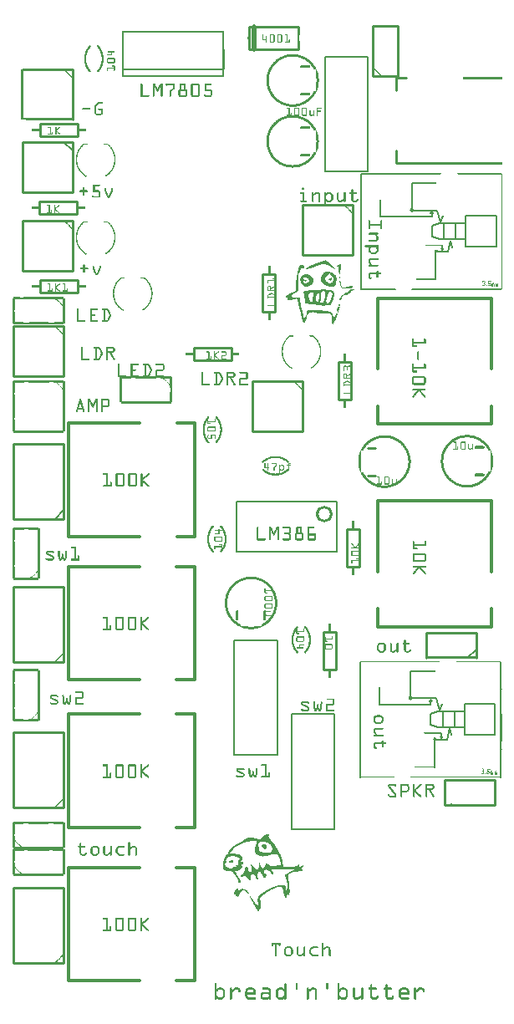
<source format=gto>
G04 MADE WITH FRITZING*
G04 WWW.FRITZING.ORG*
G04 DOUBLE SIDED*
G04 HOLES PLATED*
G04 CONTOUR ON CENTER OF CONTOUR VECTOR*
%ASAXBY*%
%FSLAX23Y23*%
%MOIN*%
%OFA0B0*%
%SFA1.0B1.0*%
%ADD10C,0.066567X0.046567*%
%ADD11C,0.008000*%
%ADD12C,0.010000*%
%ADD13C,0.020000*%
%ADD14C,0.005000*%
%ADD15C,0.006000*%
%ADD16C,0.002990*%
%ADD17C,0.012500*%
%ADD18C,0.011000*%
%ADD19R,0.001000X0.001000*%
%LNSILK1*%
G90*
G70*
G54D10*
X1261Y1975D03*
G54D11*
X1311Y1825D02*
X911Y1825D01*
D02*
X1311Y1825D02*
X1311Y1985D01*
D02*
X911Y1825D02*
X911Y2025D01*
D02*
X1311Y2025D02*
X911Y2025D01*
D02*
X1311Y2025D02*
X1311Y1985D01*
D02*
X1311Y1985D02*
X1311Y1965D01*
G54D12*
D02*
X1739Y813D02*
X1939Y813D01*
D02*
X1939Y813D02*
X1939Y913D01*
D02*
X1939Y913D02*
X1739Y913D01*
D02*
X1739Y913D02*
X1739Y813D01*
G54D11*
D02*
X858Y3746D02*
X858Y3721D01*
D02*
X858Y3721D02*
X458Y3721D01*
D02*
X458Y3721D02*
X458Y3746D01*
D02*
X458Y3746D02*
X458Y3896D01*
D02*
X458Y3746D02*
X858Y3746D01*
G54D12*
D02*
X962Y3917D02*
X1157Y3917D01*
D02*
X1157Y3827D02*
X962Y3827D01*
D02*
X962Y3827D02*
X962Y3917D01*
G54D13*
D02*
X982Y3827D02*
X982Y3917D01*
G54D12*
D02*
X1548Y3372D02*
X1548Y3422D01*
D02*
X1588Y3712D02*
X1548Y3712D01*
D02*
X1548Y3712D02*
X1548Y3662D01*
D02*
X1453Y3721D02*
X1553Y3721D01*
D02*
X1553Y3721D02*
X1553Y3921D01*
D02*
X1553Y3921D02*
X1453Y3921D01*
D02*
X1453Y3921D02*
X1453Y3721D01*
D02*
X256Y3458D02*
X56Y3458D01*
D02*
X56Y3458D02*
X56Y3258D01*
D02*
X56Y3258D02*
X256Y3258D01*
D02*
X256Y3258D02*
X256Y3458D01*
G54D14*
D02*
X221Y3458D02*
X256Y3423D01*
G54D12*
D02*
X1173Y2504D02*
X973Y2504D01*
D02*
X973Y2504D02*
X973Y2304D01*
D02*
X973Y2304D02*
X1173Y2304D01*
D02*
X1173Y2304D02*
X1173Y2504D01*
D02*
X221Y2723D02*
X21Y2723D01*
D02*
X21Y2723D02*
X21Y2523D01*
D02*
X21Y2523D02*
X221Y2523D01*
D02*
X221Y2523D02*
X221Y2723D01*
D02*
X1867Y1400D02*
X1867Y1500D01*
D02*
X1867Y1500D02*
X1667Y1500D01*
D02*
X1667Y1500D02*
X1667Y1400D01*
G54D14*
D02*
X1867Y1435D02*
X1832Y1400D01*
G54D12*
D02*
X1374Y3208D02*
X1174Y3208D01*
D02*
X1174Y3208D02*
X1174Y3008D01*
D02*
X1174Y3008D02*
X1374Y3008D01*
D02*
X1374Y3008D02*
X1374Y3208D01*
D02*
X256Y3145D02*
X56Y3145D01*
D02*
X56Y3145D02*
X56Y2945D01*
D02*
X56Y2945D02*
X256Y2945D01*
D02*
X256Y2945D02*
X256Y3145D01*
D02*
X256Y3747D02*
X56Y3747D01*
D02*
X256Y3547D02*
X256Y3747D01*
G54D11*
D02*
X902Y1013D02*
X1074Y1013D01*
D02*
X1074Y1013D02*
X1074Y1471D01*
D02*
X1074Y1471D02*
X902Y1471D01*
D02*
X902Y1471D02*
X902Y1013D01*
D02*
X1130Y718D02*
X1301Y718D01*
D02*
X1301Y718D02*
X1301Y1176D01*
D02*
X1301Y1176D02*
X1130Y1176D01*
D02*
X1130Y1176D02*
X1130Y718D01*
D02*
X1264Y3339D02*
X1435Y3339D01*
D02*
X1435Y3339D02*
X1435Y3797D01*
D02*
X1435Y3797D02*
X1264Y3797D01*
D02*
X1264Y3797D02*
X1264Y3339D01*
G54D12*
D02*
X1317Y2430D02*
X1317Y2580D01*
D02*
X1317Y2580D02*
X1367Y2580D01*
D02*
X1367Y2580D02*
X1367Y2430D01*
D02*
X1367Y2430D02*
X1317Y2430D01*
D02*
X1015Y2780D02*
X1015Y2930D01*
D02*
X1015Y2930D02*
X1065Y2930D01*
D02*
X1065Y2930D02*
X1065Y2780D01*
D02*
X1065Y2780D02*
X1015Y2780D01*
D02*
X221Y183D02*
X221Y483D01*
D02*
X221Y483D02*
X21Y483D01*
D02*
X21Y483D02*
X21Y183D01*
D02*
X21Y183D02*
X221Y183D01*
D02*
X221Y805D02*
X221Y1105D01*
D02*
X221Y1105D02*
X21Y1105D01*
D02*
X21Y1105D02*
X21Y805D01*
D02*
X21Y805D02*
X221Y805D01*
D02*
X221Y1384D02*
X221Y1684D01*
D02*
X221Y1684D02*
X21Y1684D01*
D02*
X21Y1684D02*
X21Y1384D01*
D02*
X21Y1384D02*
X221Y1384D01*
D02*
X221Y1954D02*
X221Y2254D01*
D02*
X221Y2254D02*
X21Y2254D01*
D02*
X21Y2254D02*
X21Y1954D01*
D02*
X21Y1954D02*
X221Y1954D01*
G54D14*
D02*
X221Y1989D02*
X186Y1954D01*
G54D15*
D02*
X1964Y1385D02*
X1964Y925D01*
D02*
X1404Y925D02*
X1404Y1385D01*
D02*
X1942Y1216D02*
X1942Y1094D01*
D02*
X1820Y1216D02*
X1942Y1216D01*
D02*
X1820Y1216D02*
X1820Y1094D01*
D02*
X1820Y1094D02*
X1942Y1094D01*
D02*
X1780Y1186D02*
X1780Y1124D01*
D02*
X1733Y1186D02*
X1733Y1124D01*
D02*
X1820Y1124D02*
X1715Y1124D01*
D02*
X1820Y1186D02*
X1715Y1186D01*
D02*
X1715Y1186D02*
X1685Y1176D01*
D02*
X1715Y1124D02*
X1685Y1134D01*
D02*
X1685Y1134D02*
X1685Y1176D01*
D02*
X1481Y1282D02*
X1481Y1214D01*
D02*
X1481Y1214D02*
X1685Y1214D01*
D02*
X1720Y1191D02*
X1729Y1217D01*
D02*
X1685Y1233D02*
X1680Y1228D01*
D02*
X1685Y1233D02*
X1690Y1228D01*
D02*
X1605Y1347D02*
X1605Y1239D01*
D02*
X1605Y1239D02*
X1708Y1239D01*
D02*
X1708Y1239D02*
X1720Y1191D01*
D02*
X1685Y1214D02*
X1685Y1233D01*
D02*
X1701Y965D02*
X1701Y1075D01*
D02*
X1701Y1075D02*
X1749Y1075D01*
D02*
X1749Y1075D02*
X1759Y1119D01*
D02*
X1759Y1119D02*
X1768Y1092D01*
D02*
X1728Y1099D02*
X1728Y1081D01*
D02*
X1728Y1081D02*
X1733Y1086D01*
D02*
X1728Y1081D02*
X1723Y1086D01*
G54D16*
D02*
X1919Y957D02*
X1909Y957D01*
D02*
X1909Y957D02*
X1909Y948D01*
D02*
X1947Y945D02*
X1947Y937D01*
D02*
X1924Y937D02*
X1924Y947D01*
D02*
X1928Y945D02*
X1928Y937D01*
D02*
X1932Y945D02*
X1932Y937D01*
D02*
X1939Y937D02*
X1939Y947D01*
D02*
X1943Y945D02*
X1943Y937D01*
D02*
X1909Y948D02*
X1915Y948D01*
D02*
X1919Y944D02*
X1919Y942D01*
G54D15*
D02*
X1408Y2871D02*
X1408Y3331D01*
D02*
X1946Y3162D02*
X1946Y3040D01*
D02*
X1824Y3162D02*
X1946Y3162D01*
D02*
X1824Y3162D02*
X1824Y3040D01*
D02*
X1824Y3040D02*
X1946Y3040D01*
D02*
X1784Y3132D02*
X1784Y3070D01*
D02*
X1737Y3132D02*
X1737Y3070D01*
D02*
X1824Y3070D02*
X1719Y3070D01*
D02*
X1824Y3132D02*
X1719Y3132D01*
D02*
X1719Y3132D02*
X1689Y3122D01*
D02*
X1719Y3070D02*
X1689Y3080D01*
D02*
X1689Y3080D02*
X1689Y3122D01*
D02*
X1485Y3228D02*
X1485Y3160D01*
D02*
X1485Y3160D02*
X1689Y3160D01*
D02*
X1724Y3137D02*
X1733Y3163D01*
D02*
X1689Y3179D02*
X1684Y3174D01*
D02*
X1689Y3179D02*
X1694Y3174D01*
D02*
X1609Y3293D02*
X1609Y3185D01*
D02*
X1609Y3185D02*
X1712Y3185D01*
D02*
X1712Y3185D02*
X1724Y3137D01*
D02*
X1689Y3160D02*
X1689Y3179D01*
D02*
X1705Y2911D02*
X1705Y3021D01*
D02*
X1705Y3021D02*
X1753Y3021D01*
D02*
X1753Y3021D02*
X1763Y3065D01*
D02*
X1763Y3065D02*
X1772Y3038D01*
D02*
X1732Y3045D02*
X1732Y3027D01*
D02*
X1732Y3027D02*
X1737Y3032D01*
D02*
X1732Y3027D02*
X1727Y3032D01*
G54D16*
D02*
X1923Y2903D02*
X1913Y2903D01*
D02*
X1913Y2903D02*
X1913Y2894D01*
D02*
X1951Y2891D02*
X1951Y2883D01*
D02*
X1928Y2883D02*
X1928Y2893D01*
D02*
X1932Y2891D02*
X1932Y2883D01*
D02*
X1936Y2891D02*
X1936Y2883D01*
D02*
X1943Y2883D02*
X1943Y2893D01*
D02*
X1947Y2891D02*
X1947Y2883D01*
D02*
X1913Y2894D02*
X1919Y2894D01*
D02*
X1923Y2890D02*
X1923Y2888D01*
G54D12*
D02*
X889Y2588D02*
X739Y2588D01*
D02*
X739Y2588D02*
X739Y2638D01*
D02*
X739Y2638D02*
X889Y2638D01*
D02*
X889Y2638D02*
X889Y2588D01*
D02*
X277Y2856D02*
X127Y2856D01*
D02*
X127Y2856D02*
X127Y2906D01*
D02*
X127Y2906D02*
X277Y2906D01*
D02*
X277Y2906D02*
X277Y2856D01*
D02*
X275Y3169D02*
X125Y3169D01*
D02*
X125Y3169D02*
X125Y3219D01*
D02*
X125Y3219D02*
X275Y3219D01*
D02*
X275Y3219D02*
X275Y3169D01*
D02*
X277Y3481D02*
X127Y3481D01*
D02*
X127Y3481D02*
X127Y3531D01*
D02*
X127Y3531D02*
X277Y3531D01*
D02*
X277Y3531D02*
X277Y3481D01*
D02*
X1308Y1503D02*
X1308Y1353D01*
D02*
X1308Y1353D02*
X1258Y1353D01*
D02*
X1258Y1353D02*
X1258Y1503D01*
D02*
X1258Y1503D02*
X1308Y1503D01*
D02*
X1352Y1763D02*
X1352Y1913D01*
D02*
X1352Y1913D02*
X1402Y1913D01*
D02*
X1402Y1913D02*
X1402Y1763D01*
D02*
X1402Y1763D02*
X1352Y1763D01*
G54D17*
X672Y565D02*
X744Y565D01*
X744Y112D01*
X672Y112D01*
D02*
X524Y112D02*
X241Y112D01*
X241Y565D01*
X524Y565D01*
D02*
X672Y1176D02*
X744Y1176D01*
X744Y723D01*
X672Y723D01*
D02*
X524Y723D02*
X241Y723D01*
X241Y1176D01*
X524Y1176D01*
D02*
X1927Y2404D02*
X1927Y2332D01*
X1474Y2332D01*
X1474Y2404D01*
D02*
X1474Y2552D02*
X1474Y2834D01*
X1927Y2834D01*
X1927Y2552D01*
D02*
X672Y1765D02*
X744Y1765D01*
X744Y1312D01*
X672Y1312D01*
D02*
X524Y1312D02*
X241Y1312D01*
X241Y1765D01*
X524Y1765D01*
D02*
X673Y2337D02*
X745Y2337D01*
X745Y1884D01*
X673Y1884D01*
D02*
X525Y1884D02*
X242Y1884D01*
X242Y2337D01*
X525Y2337D01*
D02*
X1928Y1598D02*
X1928Y1525D01*
X1475Y1525D01*
X1475Y1598D01*
D02*
X1475Y1745D02*
X1475Y2028D01*
X1928Y2028D01*
X1928Y1745D01*
D02*
G54D18*
X1435Y2238D02*
X1465Y2238D01*
D02*
X1435Y2128D02*
X1465Y2128D01*
D02*
G54D19*
X1153Y3917D02*
X1162Y3917D01*
X1153Y3916D02*
X1162Y3916D01*
X1153Y3915D02*
X1162Y3915D01*
X1153Y3914D02*
X1162Y3914D01*
X1153Y3913D02*
X1162Y3913D01*
X1153Y3912D02*
X1162Y3912D01*
X1153Y3911D02*
X1162Y3911D01*
X1153Y3910D02*
X1162Y3910D01*
X1153Y3909D02*
X1162Y3909D01*
X1153Y3908D02*
X1162Y3908D01*
X1153Y3907D02*
X1162Y3907D01*
X1153Y3906D02*
X1162Y3906D01*
X1153Y3905D02*
X1162Y3905D01*
X1153Y3904D02*
X1162Y3904D01*
X1153Y3903D02*
X1162Y3903D01*
X1153Y3902D02*
X1162Y3902D01*
X1153Y3901D02*
X1162Y3901D01*
X456Y3900D02*
X860Y3900D01*
X1153Y3900D02*
X1162Y3900D01*
X455Y3899D02*
X861Y3899D01*
X1153Y3899D02*
X1162Y3899D01*
X455Y3898D02*
X861Y3898D01*
X1153Y3898D02*
X1162Y3898D01*
X455Y3897D02*
X861Y3897D01*
X1153Y3897D02*
X1162Y3897D01*
X455Y3896D02*
X861Y3896D01*
X1153Y3896D02*
X1162Y3896D01*
X455Y3895D02*
X861Y3895D01*
X1153Y3895D02*
X1162Y3895D01*
X456Y3894D02*
X861Y3894D01*
X1153Y3894D02*
X1162Y3894D01*
X458Y3893D02*
X861Y3893D01*
X1153Y3893D02*
X1162Y3893D01*
X854Y3892D02*
X861Y3892D01*
X1153Y3892D02*
X1162Y3892D01*
X854Y3891D02*
X861Y3891D01*
X1153Y3891D02*
X1162Y3891D01*
X854Y3890D02*
X861Y3890D01*
X1153Y3890D02*
X1162Y3890D01*
X854Y3889D02*
X861Y3889D01*
X1153Y3889D02*
X1162Y3889D01*
X854Y3888D02*
X861Y3888D01*
X1153Y3888D02*
X1162Y3888D01*
X854Y3887D02*
X861Y3887D01*
X1153Y3887D02*
X1162Y3887D01*
X854Y3886D02*
X861Y3886D01*
X1015Y3886D02*
X1015Y3886D01*
X1046Y3886D02*
X1059Y3886D01*
X1076Y3886D02*
X1089Y3886D01*
X1104Y3886D02*
X1114Y3886D01*
X1153Y3886D02*
X1162Y3886D01*
X854Y3885D02*
X861Y3885D01*
X1014Y3885D02*
X1016Y3885D01*
X1044Y3885D02*
X1061Y3885D01*
X1074Y3885D02*
X1091Y3885D01*
X1103Y3885D02*
X1114Y3885D01*
X1153Y3885D02*
X1162Y3885D01*
X854Y3884D02*
X861Y3884D01*
X1013Y3884D02*
X1017Y3884D01*
X1043Y3884D02*
X1062Y3884D01*
X1073Y3884D02*
X1092Y3884D01*
X1103Y3884D02*
X1114Y3884D01*
X1153Y3884D02*
X1162Y3884D01*
X854Y3883D02*
X861Y3883D01*
X1013Y3883D02*
X1017Y3883D01*
X1043Y3883D02*
X1062Y3883D01*
X1073Y3883D02*
X1092Y3883D01*
X1103Y3883D02*
X1114Y3883D01*
X1153Y3883D02*
X1161Y3883D01*
X854Y3882D02*
X861Y3882D01*
X1013Y3882D02*
X1017Y3882D01*
X1026Y3882D02*
X1028Y3882D01*
X1043Y3882D02*
X1046Y3882D01*
X1059Y3882D02*
X1062Y3882D01*
X1073Y3882D02*
X1077Y3882D01*
X1089Y3882D02*
X1093Y3882D01*
X1111Y3882D02*
X1114Y3882D01*
X1153Y3882D02*
X1161Y3882D01*
X854Y3881D02*
X861Y3881D01*
X1013Y3881D02*
X1017Y3881D01*
X1026Y3881D02*
X1029Y3881D01*
X1043Y3881D02*
X1046Y3881D01*
X1059Y3881D02*
X1062Y3881D01*
X1073Y3881D02*
X1076Y3881D01*
X1089Y3881D02*
X1093Y3881D01*
X1111Y3881D02*
X1114Y3881D01*
X1153Y3881D02*
X1161Y3881D01*
X854Y3880D02*
X861Y3880D01*
X1013Y3880D02*
X1017Y3880D01*
X1026Y3880D02*
X1029Y3880D01*
X1043Y3880D02*
X1046Y3880D01*
X1059Y3880D02*
X1062Y3880D01*
X1073Y3880D02*
X1076Y3880D01*
X1089Y3880D02*
X1093Y3880D01*
X1111Y3880D02*
X1114Y3880D01*
X1153Y3880D02*
X1161Y3880D01*
X854Y3879D02*
X861Y3879D01*
X1013Y3879D02*
X1017Y3879D01*
X1026Y3879D02*
X1029Y3879D01*
X1043Y3879D02*
X1046Y3879D01*
X1059Y3879D02*
X1062Y3879D01*
X1073Y3879D02*
X1076Y3879D01*
X1089Y3879D02*
X1093Y3879D01*
X1111Y3879D02*
X1114Y3879D01*
X1153Y3879D02*
X1161Y3879D01*
X854Y3878D02*
X861Y3878D01*
X1013Y3878D02*
X1017Y3878D01*
X1026Y3878D02*
X1029Y3878D01*
X1043Y3878D02*
X1046Y3878D01*
X1059Y3878D02*
X1062Y3878D01*
X1073Y3878D02*
X1076Y3878D01*
X1089Y3878D02*
X1093Y3878D01*
X1111Y3878D02*
X1114Y3878D01*
X1153Y3878D02*
X1160Y3878D01*
X854Y3877D02*
X861Y3877D01*
X955Y3877D02*
X962Y3877D01*
X1013Y3877D02*
X1017Y3877D01*
X1026Y3877D02*
X1029Y3877D01*
X1043Y3877D02*
X1046Y3877D01*
X1059Y3877D02*
X1062Y3877D01*
X1073Y3877D02*
X1076Y3877D01*
X1089Y3877D02*
X1093Y3877D01*
X1111Y3877D02*
X1114Y3877D01*
X1153Y3877D02*
X1160Y3877D01*
X854Y3876D02*
X861Y3876D01*
X955Y3876D02*
X962Y3876D01*
X1013Y3876D02*
X1017Y3876D01*
X1026Y3876D02*
X1029Y3876D01*
X1043Y3876D02*
X1046Y3876D01*
X1059Y3876D02*
X1062Y3876D01*
X1073Y3876D02*
X1076Y3876D01*
X1089Y3876D02*
X1093Y3876D01*
X1111Y3876D02*
X1114Y3876D01*
X1153Y3876D02*
X1160Y3876D01*
X854Y3875D02*
X861Y3875D01*
X955Y3875D02*
X962Y3875D01*
X1013Y3875D02*
X1017Y3875D01*
X1026Y3875D02*
X1029Y3875D01*
X1043Y3875D02*
X1046Y3875D01*
X1059Y3875D02*
X1062Y3875D01*
X1073Y3875D02*
X1076Y3875D01*
X1089Y3875D02*
X1093Y3875D01*
X1111Y3875D02*
X1114Y3875D01*
X1153Y3875D02*
X1160Y3875D01*
X854Y3874D02*
X861Y3874D01*
X955Y3874D02*
X962Y3874D01*
X1013Y3874D02*
X1017Y3874D01*
X1026Y3874D02*
X1029Y3874D01*
X1043Y3874D02*
X1046Y3874D01*
X1059Y3874D02*
X1062Y3874D01*
X1073Y3874D02*
X1076Y3874D01*
X1089Y3874D02*
X1093Y3874D01*
X1111Y3874D02*
X1114Y3874D01*
X1153Y3874D02*
X1160Y3874D01*
X854Y3873D02*
X861Y3873D01*
X955Y3873D02*
X962Y3873D01*
X1013Y3873D02*
X1017Y3873D01*
X1026Y3873D02*
X1029Y3873D01*
X1043Y3873D02*
X1046Y3873D01*
X1059Y3873D02*
X1062Y3873D01*
X1073Y3873D02*
X1076Y3873D01*
X1089Y3873D02*
X1093Y3873D01*
X1111Y3873D02*
X1114Y3873D01*
X1153Y3873D02*
X1160Y3873D01*
X854Y3872D02*
X861Y3872D01*
X955Y3872D02*
X962Y3872D01*
X1013Y3872D02*
X1017Y3872D01*
X1026Y3872D02*
X1029Y3872D01*
X1043Y3872D02*
X1046Y3872D01*
X1059Y3872D02*
X1062Y3872D01*
X1073Y3872D02*
X1076Y3872D01*
X1089Y3872D02*
X1093Y3872D01*
X1111Y3872D02*
X1114Y3872D01*
X1153Y3872D02*
X1160Y3872D01*
X854Y3871D02*
X861Y3871D01*
X955Y3871D02*
X962Y3871D01*
X1013Y3871D02*
X1017Y3871D01*
X1026Y3871D02*
X1029Y3871D01*
X1043Y3871D02*
X1046Y3871D01*
X1059Y3871D02*
X1062Y3871D01*
X1073Y3871D02*
X1076Y3871D01*
X1089Y3871D02*
X1093Y3871D01*
X1111Y3871D02*
X1114Y3871D01*
X1153Y3871D02*
X1160Y3871D01*
X854Y3870D02*
X861Y3870D01*
X955Y3870D02*
X962Y3870D01*
X1013Y3870D02*
X1017Y3870D01*
X1026Y3870D02*
X1029Y3870D01*
X1043Y3870D02*
X1046Y3870D01*
X1059Y3870D02*
X1062Y3870D01*
X1073Y3870D02*
X1076Y3870D01*
X1089Y3870D02*
X1093Y3870D01*
X1111Y3870D02*
X1114Y3870D01*
X1153Y3870D02*
X1160Y3870D01*
X854Y3869D02*
X861Y3869D01*
X955Y3869D02*
X962Y3869D01*
X1013Y3869D02*
X1017Y3869D01*
X1026Y3869D02*
X1029Y3869D01*
X1043Y3869D02*
X1046Y3869D01*
X1059Y3869D02*
X1062Y3869D01*
X1073Y3869D02*
X1076Y3869D01*
X1089Y3869D02*
X1093Y3869D01*
X1111Y3869D02*
X1114Y3869D01*
X1153Y3869D02*
X1160Y3869D01*
X854Y3868D02*
X861Y3868D01*
X955Y3868D02*
X962Y3868D01*
X1013Y3868D02*
X1031Y3868D01*
X1043Y3868D02*
X1046Y3868D01*
X1059Y3868D02*
X1062Y3868D01*
X1073Y3868D02*
X1076Y3868D01*
X1089Y3868D02*
X1093Y3868D01*
X1111Y3868D02*
X1114Y3868D01*
X1153Y3868D02*
X1160Y3868D01*
X854Y3867D02*
X861Y3867D01*
X1013Y3867D02*
X1031Y3867D01*
X1043Y3867D02*
X1046Y3867D01*
X1059Y3867D02*
X1062Y3867D01*
X1073Y3867D02*
X1076Y3867D01*
X1089Y3867D02*
X1093Y3867D01*
X1111Y3867D02*
X1114Y3867D01*
X1153Y3867D02*
X1160Y3867D01*
X854Y3866D02*
X861Y3866D01*
X1013Y3866D02*
X1031Y3866D01*
X1043Y3866D02*
X1046Y3866D01*
X1059Y3866D02*
X1062Y3866D01*
X1073Y3866D02*
X1076Y3866D01*
X1089Y3866D02*
X1093Y3866D01*
X1111Y3866D02*
X1114Y3866D01*
X1121Y3866D02*
X1122Y3866D01*
X1153Y3866D02*
X1160Y3866D01*
X854Y3865D02*
X861Y3865D01*
X1013Y3865D02*
X1031Y3865D01*
X1043Y3865D02*
X1046Y3865D01*
X1059Y3865D02*
X1062Y3865D01*
X1073Y3865D02*
X1076Y3865D01*
X1089Y3865D02*
X1093Y3865D01*
X1111Y3865D02*
X1114Y3865D01*
X1120Y3865D02*
X1122Y3865D01*
X1153Y3865D02*
X1161Y3865D01*
X854Y3864D02*
X861Y3864D01*
X1026Y3864D02*
X1029Y3864D01*
X1043Y3864D02*
X1046Y3864D01*
X1059Y3864D02*
X1062Y3864D01*
X1073Y3864D02*
X1076Y3864D01*
X1089Y3864D02*
X1093Y3864D01*
X1111Y3864D02*
X1114Y3864D01*
X1119Y3864D02*
X1123Y3864D01*
X1153Y3864D02*
X1161Y3864D01*
X854Y3863D02*
X861Y3863D01*
X1026Y3863D02*
X1029Y3863D01*
X1043Y3863D02*
X1046Y3863D01*
X1059Y3863D02*
X1062Y3863D01*
X1073Y3863D02*
X1076Y3863D01*
X1089Y3863D02*
X1093Y3863D01*
X1111Y3863D02*
X1114Y3863D01*
X1119Y3863D02*
X1123Y3863D01*
X1153Y3863D02*
X1161Y3863D01*
X854Y3862D02*
X861Y3862D01*
X1026Y3862D02*
X1029Y3862D01*
X1043Y3862D02*
X1046Y3862D01*
X1059Y3862D02*
X1062Y3862D01*
X1073Y3862D02*
X1076Y3862D01*
X1089Y3862D02*
X1093Y3862D01*
X1111Y3862D02*
X1114Y3862D01*
X1119Y3862D02*
X1123Y3862D01*
X1153Y3862D02*
X1161Y3862D01*
X854Y3861D02*
X861Y3861D01*
X1026Y3861D02*
X1029Y3861D01*
X1043Y3861D02*
X1046Y3861D01*
X1059Y3861D02*
X1062Y3861D01*
X1073Y3861D02*
X1076Y3861D01*
X1089Y3861D02*
X1093Y3861D01*
X1111Y3861D02*
X1114Y3861D01*
X1119Y3861D02*
X1123Y3861D01*
X1153Y3861D02*
X1161Y3861D01*
X854Y3860D02*
X861Y3860D01*
X1026Y3860D02*
X1029Y3860D01*
X1043Y3860D02*
X1046Y3860D01*
X1059Y3860D02*
X1062Y3860D01*
X1073Y3860D02*
X1076Y3860D01*
X1089Y3860D02*
X1093Y3860D01*
X1111Y3860D02*
X1114Y3860D01*
X1119Y3860D02*
X1123Y3860D01*
X1153Y3860D02*
X1162Y3860D01*
X854Y3859D02*
X861Y3859D01*
X1026Y3859D02*
X1029Y3859D01*
X1043Y3859D02*
X1046Y3859D01*
X1059Y3859D02*
X1062Y3859D01*
X1073Y3859D02*
X1076Y3859D01*
X1089Y3859D02*
X1093Y3859D01*
X1111Y3859D02*
X1114Y3859D01*
X1119Y3859D02*
X1123Y3859D01*
X1153Y3859D02*
X1162Y3859D01*
X854Y3858D02*
X861Y3858D01*
X1026Y3858D02*
X1029Y3858D01*
X1043Y3858D02*
X1046Y3858D01*
X1059Y3858D02*
X1062Y3858D01*
X1073Y3858D02*
X1076Y3858D01*
X1089Y3858D02*
X1093Y3858D01*
X1111Y3858D02*
X1115Y3858D01*
X1119Y3858D02*
X1123Y3858D01*
X1153Y3858D02*
X1162Y3858D01*
X854Y3857D02*
X861Y3857D01*
X1026Y3857D02*
X1029Y3857D01*
X1043Y3857D02*
X1062Y3857D01*
X1073Y3857D02*
X1092Y3857D01*
X1103Y3857D02*
X1123Y3857D01*
X1153Y3857D02*
X1162Y3857D01*
X854Y3856D02*
X861Y3856D01*
X1026Y3856D02*
X1029Y3856D01*
X1043Y3856D02*
X1062Y3856D01*
X1073Y3856D02*
X1092Y3856D01*
X1103Y3856D02*
X1123Y3856D01*
X1153Y3856D02*
X1162Y3856D01*
X854Y3855D02*
X861Y3855D01*
X1026Y3855D02*
X1029Y3855D01*
X1044Y3855D02*
X1061Y3855D01*
X1074Y3855D02*
X1091Y3855D01*
X1103Y3855D02*
X1122Y3855D01*
X1153Y3855D02*
X1162Y3855D01*
X854Y3854D02*
X861Y3854D01*
X1027Y3854D02*
X1028Y3854D01*
X1046Y3854D02*
X1060Y3854D01*
X1076Y3854D02*
X1090Y3854D01*
X1104Y3854D02*
X1121Y3854D01*
X1153Y3854D02*
X1162Y3854D01*
X854Y3853D02*
X861Y3853D01*
X1153Y3853D02*
X1162Y3853D01*
X854Y3852D02*
X861Y3852D01*
X1153Y3852D02*
X1162Y3852D01*
X854Y3851D02*
X861Y3851D01*
X1153Y3851D02*
X1162Y3851D01*
X854Y3850D02*
X861Y3850D01*
X1153Y3850D02*
X1162Y3850D01*
X854Y3849D02*
X861Y3849D01*
X1153Y3849D02*
X1162Y3849D01*
X854Y3848D02*
X861Y3848D01*
X1153Y3848D02*
X1162Y3848D01*
X854Y3847D02*
X861Y3847D01*
X1153Y3847D02*
X1162Y3847D01*
X854Y3846D02*
X861Y3846D01*
X1153Y3846D02*
X1162Y3846D01*
X854Y3845D02*
X861Y3845D01*
X1153Y3845D02*
X1162Y3845D01*
X854Y3844D02*
X861Y3844D01*
X1153Y3844D02*
X1162Y3844D01*
X356Y3843D02*
X358Y3843D01*
X854Y3843D02*
X861Y3843D01*
X1153Y3843D02*
X1162Y3843D01*
X324Y3842D02*
X327Y3842D01*
X355Y3842D02*
X360Y3842D01*
X854Y3842D02*
X861Y3842D01*
X1153Y3842D02*
X1162Y3842D01*
X323Y3841D02*
X328Y3841D01*
X354Y3841D02*
X360Y3841D01*
X854Y3841D02*
X861Y3841D01*
X1153Y3841D02*
X1162Y3841D01*
X322Y3840D02*
X329Y3840D01*
X354Y3840D02*
X361Y3840D01*
X854Y3840D02*
X861Y3840D01*
X1153Y3840D02*
X1162Y3840D01*
X321Y3839D02*
X329Y3839D01*
X354Y3839D02*
X362Y3839D01*
X854Y3839D02*
X861Y3839D01*
X1153Y3839D02*
X1162Y3839D01*
X320Y3838D02*
X329Y3838D01*
X354Y3838D02*
X363Y3838D01*
X854Y3838D02*
X861Y3838D01*
X1153Y3838D02*
X1162Y3838D01*
X319Y3837D02*
X328Y3837D01*
X355Y3837D02*
X364Y3837D01*
X854Y3837D02*
X861Y3837D01*
X1153Y3837D02*
X1162Y3837D01*
X319Y3836D02*
X328Y3836D01*
X355Y3836D02*
X365Y3836D01*
X854Y3836D02*
X861Y3836D01*
X1153Y3836D02*
X1162Y3836D01*
X318Y3835D02*
X327Y3835D01*
X356Y3835D02*
X365Y3835D01*
X854Y3835D02*
X861Y3835D01*
X1153Y3835D02*
X1162Y3835D01*
X317Y3834D02*
X326Y3834D01*
X357Y3834D02*
X366Y3834D01*
X854Y3834D02*
X861Y3834D01*
X1153Y3834D02*
X1162Y3834D01*
X316Y3833D02*
X325Y3833D01*
X358Y3833D02*
X367Y3833D01*
X854Y3833D02*
X861Y3833D01*
X1153Y3833D02*
X1162Y3833D01*
X316Y3832D02*
X325Y3832D01*
X359Y3832D02*
X367Y3832D01*
X854Y3832D02*
X861Y3832D01*
X1153Y3832D02*
X1162Y3832D01*
X315Y3831D02*
X324Y3831D01*
X359Y3831D02*
X368Y3831D01*
X854Y3831D02*
X861Y3831D01*
X1153Y3831D02*
X1162Y3831D01*
X315Y3830D02*
X323Y3830D01*
X360Y3830D02*
X369Y3830D01*
X854Y3830D02*
X861Y3830D01*
X1153Y3830D02*
X1162Y3830D01*
X314Y3829D02*
X322Y3829D01*
X361Y3829D02*
X369Y3829D01*
X854Y3829D02*
X861Y3829D01*
X1153Y3829D02*
X1162Y3829D01*
X313Y3828D02*
X322Y3828D01*
X361Y3828D02*
X370Y3828D01*
X854Y3828D02*
X861Y3828D01*
X1153Y3828D02*
X1162Y3828D01*
X313Y3827D02*
X321Y3827D01*
X362Y3827D02*
X370Y3827D01*
X854Y3827D02*
X861Y3827D01*
X312Y3826D02*
X320Y3826D01*
X363Y3826D02*
X371Y3826D01*
X854Y3826D02*
X862Y3826D01*
X312Y3825D02*
X320Y3825D01*
X363Y3825D02*
X371Y3825D01*
X854Y3825D02*
X862Y3825D01*
X311Y3824D02*
X319Y3824D01*
X364Y3824D02*
X372Y3824D01*
X854Y3824D02*
X862Y3824D01*
X311Y3823D02*
X319Y3823D01*
X364Y3823D02*
X372Y3823D01*
X854Y3823D02*
X862Y3823D01*
X310Y3822D02*
X318Y3822D01*
X365Y3822D02*
X373Y3822D01*
X854Y3822D02*
X862Y3822D01*
X310Y3821D02*
X318Y3821D01*
X365Y3821D02*
X373Y3821D01*
X412Y3821D02*
X414Y3821D01*
X854Y3821D02*
X862Y3821D01*
X310Y3820D02*
X317Y3820D01*
X366Y3820D02*
X373Y3820D01*
X411Y3820D02*
X414Y3820D01*
X854Y3820D02*
X862Y3820D01*
X309Y3819D02*
X317Y3819D01*
X366Y3819D02*
X374Y3819D01*
X398Y3819D02*
X423Y3819D01*
X854Y3819D02*
X862Y3819D01*
X309Y3818D02*
X316Y3818D01*
X367Y3818D02*
X374Y3818D01*
X397Y3818D02*
X425Y3818D01*
X854Y3818D02*
X862Y3818D01*
X308Y3817D02*
X316Y3817D01*
X367Y3817D02*
X375Y3817D01*
X397Y3817D02*
X425Y3817D01*
X854Y3817D02*
X862Y3817D01*
X308Y3816D02*
X315Y3816D01*
X368Y3816D02*
X375Y3816D01*
X397Y3816D02*
X424Y3816D01*
X854Y3816D02*
X862Y3816D01*
X308Y3815D02*
X315Y3815D01*
X368Y3815D02*
X375Y3815D01*
X399Y3815D02*
X423Y3815D01*
X854Y3815D02*
X862Y3815D01*
X307Y3814D02*
X314Y3814D01*
X369Y3814D02*
X376Y3814D01*
X411Y3814D02*
X414Y3814D01*
X854Y3814D02*
X862Y3814D01*
X307Y3813D02*
X314Y3813D01*
X369Y3813D02*
X376Y3813D01*
X411Y3813D02*
X414Y3813D01*
X854Y3813D02*
X862Y3813D01*
X307Y3812D02*
X314Y3812D01*
X369Y3812D02*
X376Y3812D01*
X411Y3812D02*
X414Y3812D01*
X854Y3812D02*
X862Y3812D01*
X306Y3811D02*
X313Y3811D01*
X370Y3811D02*
X377Y3811D01*
X411Y3811D02*
X414Y3811D01*
X854Y3811D02*
X862Y3811D01*
X306Y3810D02*
X313Y3810D01*
X370Y3810D02*
X377Y3810D01*
X411Y3810D02*
X414Y3810D01*
X854Y3810D02*
X862Y3810D01*
X306Y3809D02*
X313Y3809D01*
X370Y3809D02*
X377Y3809D01*
X411Y3809D02*
X414Y3809D01*
X854Y3809D02*
X862Y3809D01*
X306Y3808D02*
X312Y3808D01*
X371Y3808D02*
X377Y3808D01*
X411Y3808D02*
X414Y3808D01*
X854Y3808D02*
X862Y3808D01*
X305Y3807D02*
X312Y3807D01*
X371Y3807D02*
X378Y3807D01*
X411Y3807D02*
X414Y3807D01*
X854Y3807D02*
X862Y3807D01*
X1121Y3807D02*
X1147Y3807D01*
X305Y3806D02*
X312Y3806D01*
X371Y3806D02*
X378Y3806D01*
X394Y3806D02*
X414Y3806D01*
X854Y3806D02*
X862Y3806D01*
X1115Y3806D02*
X1153Y3806D01*
X305Y3805D02*
X312Y3805D01*
X371Y3805D02*
X378Y3805D01*
X393Y3805D02*
X414Y3805D01*
X854Y3805D02*
X862Y3805D01*
X1110Y3805D02*
X1158Y3805D01*
X305Y3804D02*
X311Y3804D01*
X372Y3804D02*
X378Y3804D01*
X393Y3804D02*
X414Y3804D01*
X854Y3804D02*
X862Y3804D01*
X1107Y3804D02*
X1162Y3804D01*
X304Y3803D02*
X311Y3803D01*
X372Y3803D02*
X379Y3803D01*
X394Y3803D02*
X414Y3803D01*
X854Y3803D02*
X862Y3803D01*
X1103Y3803D02*
X1165Y3803D01*
X304Y3802D02*
X311Y3802D01*
X372Y3802D02*
X379Y3802D01*
X854Y3802D02*
X862Y3802D01*
X1100Y3802D02*
X1168Y3802D01*
X304Y3801D02*
X311Y3801D01*
X372Y3801D02*
X379Y3801D01*
X854Y3801D02*
X862Y3801D01*
X1098Y3801D02*
X1171Y3801D01*
X304Y3800D02*
X311Y3800D01*
X372Y3800D02*
X379Y3800D01*
X854Y3800D02*
X862Y3800D01*
X1095Y3800D02*
X1174Y3800D01*
X304Y3799D02*
X311Y3799D01*
X372Y3799D02*
X379Y3799D01*
X854Y3799D02*
X862Y3799D01*
X1093Y3799D02*
X1176Y3799D01*
X304Y3798D02*
X310Y3798D01*
X373Y3798D02*
X379Y3798D01*
X854Y3798D02*
X862Y3798D01*
X1091Y3798D02*
X1178Y3798D01*
X304Y3797D02*
X310Y3797D01*
X373Y3797D02*
X379Y3797D01*
X854Y3797D02*
X862Y3797D01*
X1089Y3797D02*
X1120Y3797D01*
X1148Y3797D02*
X1180Y3797D01*
X304Y3796D02*
X310Y3796D01*
X373Y3796D02*
X379Y3796D01*
X854Y3796D02*
X862Y3796D01*
X1086Y3796D02*
X1114Y3796D01*
X1154Y3796D02*
X1182Y3796D01*
X304Y3795D02*
X310Y3795D01*
X373Y3795D02*
X379Y3795D01*
X854Y3795D02*
X862Y3795D01*
X1084Y3795D02*
X1110Y3795D01*
X1158Y3795D02*
X1184Y3795D01*
X303Y3794D02*
X310Y3794D01*
X373Y3794D02*
X380Y3794D01*
X854Y3794D02*
X862Y3794D01*
X1083Y3794D02*
X1106Y3794D01*
X1162Y3794D02*
X1186Y3794D01*
X303Y3793D02*
X310Y3793D01*
X373Y3793D02*
X380Y3793D01*
X854Y3793D02*
X862Y3793D01*
X1081Y3793D02*
X1103Y3793D01*
X1165Y3793D02*
X1187Y3793D01*
X303Y3792D02*
X310Y3792D01*
X373Y3792D02*
X380Y3792D01*
X396Y3792D02*
X422Y3792D01*
X854Y3792D02*
X862Y3792D01*
X1080Y3792D02*
X1101Y3792D01*
X1168Y3792D02*
X1189Y3792D01*
X303Y3791D02*
X310Y3791D01*
X373Y3791D02*
X380Y3791D01*
X395Y3791D02*
X424Y3791D01*
X854Y3791D02*
X862Y3791D01*
X1078Y3791D02*
X1098Y3791D01*
X1171Y3791D02*
X1191Y3791D01*
X303Y3790D02*
X310Y3790D01*
X373Y3790D02*
X380Y3790D01*
X394Y3790D02*
X424Y3790D01*
X854Y3790D02*
X862Y3790D01*
X1076Y3790D02*
X1096Y3790D01*
X1173Y3790D02*
X1192Y3790D01*
X303Y3789D02*
X310Y3789D01*
X373Y3789D02*
X380Y3789D01*
X394Y3789D02*
X425Y3789D01*
X854Y3789D02*
X862Y3789D01*
X1075Y3789D02*
X1094Y3789D01*
X1175Y3789D02*
X1194Y3789D01*
X303Y3788D02*
X310Y3788D01*
X373Y3788D02*
X380Y3788D01*
X393Y3788D02*
X397Y3788D01*
X421Y3788D02*
X425Y3788D01*
X854Y3788D02*
X862Y3788D01*
X1073Y3788D02*
X1091Y3788D01*
X1177Y3788D02*
X1195Y3788D01*
X303Y3787D02*
X310Y3787D01*
X373Y3787D02*
X380Y3787D01*
X393Y3787D02*
X397Y3787D01*
X422Y3787D02*
X425Y3787D01*
X854Y3787D02*
X862Y3787D01*
X1072Y3787D02*
X1089Y3787D01*
X1179Y3787D02*
X1196Y3787D01*
X303Y3786D02*
X310Y3786D01*
X373Y3786D02*
X380Y3786D01*
X393Y3786D02*
X397Y3786D01*
X422Y3786D02*
X425Y3786D01*
X854Y3786D02*
X862Y3786D01*
X1071Y3786D02*
X1088Y3786D01*
X1181Y3786D02*
X1198Y3786D01*
X303Y3785D02*
X310Y3785D01*
X373Y3785D02*
X380Y3785D01*
X393Y3785D02*
X397Y3785D01*
X422Y3785D02*
X425Y3785D01*
X854Y3785D02*
X862Y3785D01*
X1069Y3785D02*
X1086Y3785D01*
X1183Y3785D02*
X1199Y3785D01*
X304Y3784D02*
X310Y3784D01*
X373Y3784D02*
X380Y3784D01*
X393Y3784D02*
X397Y3784D01*
X422Y3784D02*
X425Y3784D01*
X854Y3784D02*
X862Y3784D01*
X1068Y3784D02*
X1084Y3784D01*
X1184Y3784D02*
X1200Y3784D01*
X304Y3783D02*
X310Y3783D01*
X373Y3783D02*
X379Y3783D01*
X393Y3783D02*
X397Y3783D01*
X422Y3783D02*
X425Y3783D01*
X854Y3783D02*
X862Y3783D01*
X1067Y3783D02*
X1083Y3783D01*
X1186Y3783D02*
X1202Y3783D01*
X304Y3782D02*
X310Y3782D01*
X373Y3782D02*
X379Y3782D01*
X393Y3782D02*
X397Y3782D01*
X422Y3782D02*
X425Y3782D01*
X854Y3782D02*
X862Y3782D01*
X1066Y3782D02*
X1081Y3782D01*
X1187Y3782D02*
X1203Y3782D01*
X304Y3781D02*
X310Y3781D01*
X373Y3781D02*
X379Y3781D01*
X393Y3781D02*
X397Y3781D01*
X422Y3781D02*
X425Y3781D01*
X854Y3781D02*
X862Y3781D01*
X1065Y3781D02*
X1080Y3781D01*
X1189Y3781D02*
X1204Y3781D01*
X304Y3780D02*
X310Y3780D01*
X373Y3780D02*
X379Y3780D01*
X393Y3780D02*
X397Y3780D01*
X422Y3780D02*
X425Y3780D01*
X854Y3780D02*
X862Y3780D01*
X1064Y3780D02*
X1078Y3780D01*
X1190Y3780D02*
X1205Y3780D01*
X304Y3779D02*
X311Y3779D01*
X372Y3779D02*
X379Y3779D01*
X393Y3779D02*
X397Y3779D01*
X422Y3779D02*
X425Y3779D01*
X854Y3779D02*
X862Y3779D01*
X1063Y3779D02*
X1077Y3779D01*
X1192Y3779D02*
X1206Y3779D01*
X304Y3778D02*
X311Y3778D01*
X372Y3778D02*
X379Y3778D01*
X393Y3778D02*
X397Y3778D01*
X422Y3778D02*
X425Y3778D01*
X854Y3778D02*
X862Y3778D01*
X1061Y3778D02*
X1076Y3778D01*
X1193Y3778D02*
X1207Y3778D01*
X304Y3777D02*
X311Y3777D01*
X372Y3777D02*
X379Y3777D01*
X393Y3777D02*
X397Y3777D01*
X422Y3777D02*
X425Y3777D01*
X854Y3777D02*
X862Y3777D01*
X1060Y3777D02*
X1074Y3777D01*
X1194Y3777D02*
X1208Y3777D01*
X304Y3776D02*
X311Y3776D01*
X372Y3776D02*
X379Y3776D01*
X393Y3776D02*
X397Y3776D01*
X421Y3776D02*
X425Y3776D01*
X854Y3776D02*
X862Y3776D01*
X1059Y3776D02*
X1073Y3776D01*
X1195Y3776D02*
X1209Y3776D01*
X305Y3775D02*
X311Y3775D01*
X372Y3775D02*
X379Y3775D01*
X393Y3775D02*
X425Y3775D01*
X854Y3775D02*
X862Y3775D01*
X1059Y3775D02*
X1072Y3775D01*
X1197Y3775D02*
X1210Y3775D01*
X305Y3774D02*
X311Y3774D01*
X372Y3774D02*
X378Y3774D01*
X394Y3774D02*
X424Y3774D01*
X854Y3774D02*
X862Y3774D01*
X1058Y3774D02*
X1071Y3774D01*
X1198Y3774D02*
X1211Y3774D01*
X305Y3773D02*
X312Y3773D01*
X371Y3773D02*
X378Y3773D01*
X394Y3773D02*
X424Y3773D01*
X854Y3773D02*
X862Y3773D01*
X1057Y3773D02*
X1070Y3773D01*
X1199Y3773D02*
X1212Y3773D01*
X305Y3772D02*
X312Y3772D01*
X371Y3772D02*
X378Y3772D01*
X398Y3772D02*
X422Y3772D01*
X854Y3772D02*
X862Y3772D01*
X1056Y3772D02*
X1069Y3772D01*
X1200Y3772D02*
X1213Y3772D01*
X305Y3771D02*
X312Y3771D01*
X371Y3771D02*
X378Y3771D01*
X854Y3771D02*
X862Y3771D01*
X1055Y3771D02*
X1068Y3771D01*
X1201Y3771D02*
X1214Y3771D01*
X306Y3770D02*
X312Y3770D01*
X371Y3770D02*
X377Y3770D01*
X854Y3770D02*
X862Y3770D01*
X1054Y3770D02*
X1067Y3770D01*
X1202Y3770D02*
X1214Y3770D01*
X306Y3769D02*
X313Y3769D01*
X370Y3769D02*
X377Y3769D01*
X854Y3769D02*
X862Y3769D01*
X1053Y3769D02*
X1066Y3769D01*
X1203Y3769D02*
X1215Y3769D01*
X306Y3768D02*
X313Y3768D01*
X370Y3768D02*
X377Y3768D01*
X854Y3768D02*
X862Y3768D01*
X1053Y3768D02*
X1065Y3768D01*
X1204Y3768D02*
X1216Y3768D01*
X306Y3767D02*
X313Y3767D01*
X370Y3767D02*
X377Y3767D01*
X854Y3767D02*
X862Y3767D01*
X1052Y3767D02*
X1064Y3767D01*
X1205Y3767D02*
X1217Y3767D01*
X307Y3766D02*
X314Y3766D01*
X369Y3766D02*
X376Y3766D01*
X854Y3766D02*
X862Y3766D01*
X1051Y3766D02*
X1063Y3766D01*
X1206Y3766D02*
X1217Y3766D01*
X307Y3765D02*
X314Y3765D01*
X369Y3765D02*
X376Y3765D01*
X854Y3765D02*
X862Y3765D01*
X1050Y3765D02*
X1062Y3765D01*
X1207Y3765D02*
X1218Y3765D01*
X307Y3764D02*
X314Y3764D01*
X369Y3764D02*
X376Y3764D01*
X854Y3764D02*
X862Y3764D01*
X1050Y3764D02*
X1061Y3764D01*
X1207Y3764D02*
X1219Y3764D01*
X308Y3763D02*
X315Y3763D01*
X368Y3763D02*
X375Y3763D01*
X854Y3763D02*
X862Y3763D01*
X1049Y3763D02*
X1060Y3763D01*
X1168Y3763D02*
X1201Y3763D01*
X1208Y3763D02*
X1220Y3763D01*
X308Y3762D02*
X315Y3762D01*
X368Y3762D02*
X375Y3762D01*
X415Y3762D02*
X423Y3762D01*
X854Y3762D02*
X862Y3762D01*
X1048Y3762D02*
X1059Y3762D01*
X1166Y3762D02*
X1202Y3762D01*
X1209Y3762D02*
X1220Y3762D01*
X308Y3761D02*
X316Y3761D01*
X367Y3761D02*
X375Y3761D01*
X413Y3761D02*
X425Y3761D01*
X854Y3761D02*
X862Y3761D01*
X1047Y3761D02*
X1059Y3761D01*
X1165Y3761D02*
X1203Y3761D01*
X1210Y3761D02*
X1221Y3761D01*
X309Y3760D02*
X316Y3760D01*
X367Y3760D02*
X374Y3760D01*
X413Y3760D02*
X425Y3760D01*
X854Y3760D02*
X862Y3760D01*
X1047Y3760D02*
X1058Y3760D01*
X1165Y3760D02*
X1204Y3760D01*
X1211Y3760D02*
X1222Y3760D01*
X309Y3759D02*
X317Y3759D01*
X366Y3759D02*
X374Y3759D01*
X414Y3759D02*
X425Y3759D01*
X854Y3759D02*
X862Y3759D01*
X1046Y3759D02*
X1057Y3759D01*
X1164Y3759D02*
X1204Y3759D01*
X1211Y3759D02*
X1222Y3759D01*
X310Y3758D02*
X317Y3758D01*
X366Y3758D02*
X373Y3758D01*
X415Y3758D02*
X425Y3758D01*
X854Y3758D02*
X862Y3758D01*
X1046Y3758D02*
X1056Y3758D01*
X1164Y3758D02*
X1204Y3758D01*
X1212Y3758D02*
X1223Y3758D01*
X310Y3757D02*
X318Y3757D01*
X365Y3757D02*
X373Y3757D01*
X422Y3757D02*
X425Y3757D01*
X854Y3757D02*
X862Y3757D01*
X1045Y3757D02*
X1056Y3757D01*
X1164Y3757D02*
X1204Y3757D01*
X1213Y3757D02*
X1224Y3757D01*
X1454Y3757D02*
X1455Y3757D01*
X310Y3756D02*
X318Y3756D01*
X365Y3756D02*
X373Y3756D01*
X422Y3756D02*
X425Y3756D01*
X854Y3756D02*
X862Y3756D01*
X1044Y3756D02*
X1055Y3756D01*
X1165Y3756D02*
X1204Y3756D01*
X1214Y3756D02*
X1224Y3756D01*
X1453Y3756D02*
X1456Y3756D01*
X311Y3755D02*
X319Y3755D01*
X364Y3755D02*
X372Y3755D01*
X422Y3755D02*
X425Y3755D01*
X854Y3755D02*
X862Y3755D01*
X1044Y3755D02*
X1054Y3755D01*
X1165Y3755D02*
X1203Y3755D01*
X1214Y3755D02*
X1225Y3755D01*
X1452Y3755D02*
X1457Y3755D01*
X311Y3754D02*
X319Y3754D01*
X364Y3754D02*
X372Y3754D01*
X421Y3754D02*
X425Y3754D01*
X854Y3754D02*
X862Y3754D01*
X1043Y3754D02*
X1054Y3754D01*
X1166Y3754D02*
X1203Y3754D01*
X1215Y3754D02*
X1225Y3754D01*
X1452Y3754D02*
X1458Y3754D01*
X312Y3753D02*
X320Y3753D01*
X363Y3753D02*
X371Y3753D01*
X393Y3753D02*
X425Y3753D01*
X854Y3753D02*
X862Y3753D01*
X1043Y3753D02*
X1053Y3753D01*
X1167Y3753D02*
X1201Y3753D01*
X1215Y3753D02*
X1226Y3753D01*
X1453Y3753D02*
X1459Y3753D01*
X312Y3752D02*
X320Y3752D01*
X363Y3752D02*
X371Y3752D01*
X393Y3752D02*
X425Y3752D01*
X854Y3752D02*
X862Y3752D01*
X1042Y3752D02*
X1052Y3752D01*
X1216Y3752D02*
X1226Y3752D01*
X1454Y3752D02*
X1460Y3752D01*
X313Y3751D02*
X321Y3751D01*
X362Y3751D02*
X370Y3751D01*
X393Y3751D02*
X425Y3751D01*
X854Y3751D02*
X862Y3751D01*
X1042Y3751D02*
X1052Y3751D01*
X1217Y3751D02*
X1227Y3751D01*
X1455Y3751D02*
X1461Y3751D01*
X313Y3750D02*
X322Y3750D01*
X361Y3750D02*
X370Y3750D01*
X393Y3750D02*
X425Y3750D01*
X854Y3750D02*
X862Y3750D01*
X1041Y3750D02*
X1051Y3750D01*
X1217Y3750D02*
X1227Y3750D01*
X1456Y3750D02*
X1462Y3750D01*
X223Y3749D02*
X223Y3749D01*
X314Y3749D02*
X322Y3749D01*
X361Y3749D02*
X369Y3749D01*
X393Y3749D02*
X397Y3749D01*
X422Y3749D02*
X425Y3749D01*
X854Y3749D02*
X862Y3749D01*
X1041Y3749D02*
X1051Y3749D01*
X1218Y3749D02*
X1228Y3749D01*
X1457Y3749D02*
X1463Y3749D01*
X222Y3748D02*
X224Y3748D01*
X315Y3748D02*
X323Y3748D01*
X360Y3748D02*
X368Y3748D01*
X393Y3748D02*
X397Y3748D01*
X422Y3748D02*
X425Y3748D01*
X854Y3748D02*
X862Y3748D01*
X1040Y3748D02*
X1050Y3748D01*
X1218Y3748D02*
X1228Y3748D01*
X1458Y3748D02*
X1464Y3748D01*
X52Y3747D02*
X61Y3747D01*
X221Y3747D02*
X225Y3747D01*
X315Y3747D02*
X324Y3747D01*
X359Y3747D02*
X368Y3747D01*
X393Y3747D02*
X397Y3747D01*
X422Y3747D02*
X425Y3747D01*
X855Y3747D02*
X861Y3747D01*
X1040Y3747D02*
X1050Y3747D01*
X1219Y3747D02*
X1229Y3747D01*
X1459Y3747D02*
X1465Y3747D01*
X52Y3746D02*
X61Y3746D01*
X220Y3746D02*
X226Y3746D01*
X316Y3746D02*
X325Y3746D01*
X358Y3746D02*
X367Y3746D01*
X393Y3746D02*
X397Y3746D01*
X422Y3746D02*
X425Y3746D01*
X855Y3746D02*
X861Y3746D01*
X1039Y3746D02*
X1049Y3746D01*
X1219Y3746D02*
X1229Y3746D01*
X1460Y3746D02*
X1466Y3746D01*
X52Y3745D02*
X61Y3745D01*
X221Y3745D02*
X227Y3745D01*
X317Y3745D02*
X325Y3745D01*
X358Y3745D02*
X366Y3745D01*
X393Y3745D02*
X397Y3745D01*
X422Y3745D02*
X425Y3745D01*
X855Y3745D02*
X861Y3745D01*
X1039Y3745D02*
X1049Y3745D01*
X1227Y3745D02*
X1230Y3745D01*
X1461Y3745D02*
X1467Y3745D01*
X52Y3744D02*
X61Y3744D01*
X222Y3744D02*
X228Y3744D01*
X317Y3744D02*
X326Y3744D01*
X357Y3744D02*
X366Y3744D01*
X393Y3744D02*
X397Y3744D01*
X422Y3744D02*
X425Y3744D01*
X856Y3744D02*
X860Y3744D01*
X1038Y3744D02*
X1048Y3744D01*
X1227Y3744D02*
X1230Y3744D01*
X1462Y3744D02*
X1468Y3744D01*
X52Y3743D02*
X61Y3743D01*
X223Y3743D02*
X229Y3743D01*
X318Y3743D02*
X327Y3743D01*
X356Y3743D02*
X365Y3743D01*
X393Y3743D02*
X396Y3743D01*
X422Y3743D02*
X425Y3743D01*
X858Y3743D02*
X858Y3743D01*
X1038Y3743D02*
X1048Y3743D01*
X1227Y3743D02*
X1231Y3743D01*
X1463Y3743D02*
X1469Y3743D01*
X52Y3742D02*
X61Y3742D01*
X224Y3742D02*
X230Y3742D01*
X319Y3742D02*
X328Y3742D01*
X355Y3742D02*
X364Y3742D01*
X394Y3742D02*
X396Y3742D01*
X422Y3742D02*
X424Y3742D01*
X1037Y3742D02*
X1047Y3742D01*
X1227Y3742D02*
X1231Y3742D01*
X1464Y3742D02*
X1469Y3742D01*
X52Y3741D02*
X61Y3741D01*
X225Y3741D02*
X231Y3741D01*
X319Y3741D02*
X329Y3741D01*
X355Y3741D02*
X364Y3741D01*
X1037Y3741D02*
X1047Y3741D01*
X1227Y3741D02*
X1231Y3741D01*
X1465Y3741D02*
X1470Y3741D01*
X52Y3740D02*
X61Y3740D01*
X226Y3740D02*
X232Y3740D01*
X320Y3740D02*
X329Y3740D01*
X354Y3740D02*
X363Y3740D01*
X1037Y3740D02*
X1046Y3740D01*
X1227Y3740D02*
X1232Y3740D01*
X1466Y3740D02*
X1471Y3740D01*
X52Y3739D02*
X61Y3739D01*
X227Y3739D02*
X233Y3739D01*
X321Y3739D02*
X329Y3739D01*
X354Y3739D02*
X362Y3739D01*
X1036Y3739D02*
X1046Y3739D01*
X1227Y3739D02*
X1232Y3739D01*
X1467Y3739D02*
X1472Y3739D01*
X52Y3738D02*
X61Y3738D01*
X228Y3738D02*
X234Y3738D01*
X322Y3738D02*
X329Y3738D01*
X354Y3738D02*
X361Y3738D01*
X1036Y3738D02*
X1045Y3738D01*
X1227Y3738D02*
X1233Y3738D01*
X1468Y3738D02*
X1474Y3738D01*
X52Y3737D02*
X61Y3737D01*
X229Y3737D02*
X235Y3737D01*
X323Y3737D02*
X329Y3737D01*
X355Y3737D02*
X360Y3737D01*
X1036Y3737D02*
X1045Y3737D01*
X1227Y3737D02*
X1233Y3737D01*
X1469Y3737D02*
X1475Y3737D01*
X52Y3736D02*
X61Y3736D01*
X230Y3736D02*
X236Y3736D01*
X324Y3736D02*
X328Y3736D01*
X356Y3736D02*
X359Y3736D01*
X1035Y3736D02*
X1045Y3736D01*
X1227Y3736D02*
X1233Y3736D01*
X1470Y3736D02*
X1476Y3736D01*
X52Y3735D02*
X61Y3735D01*
X231Y3735D02*
X237Y3735D01*
X326Y3735D02*
X326Y3735D01*
X1035Y3735D02*
X1044Y3735D01*
X1227Y3735D02*
X1234Y3735D01*
X1471Y3735D02*
X1477Y3735D01*
X52Y3734D02*
X61Y3734D01*
X232Y3734D02*
X238Y3734D01*
X1035Y3734D02*
X1044Y3734D01*
X1227Y3734D02*
X1234Y3734D01*
X1472Y3734D02*
X1478Y3734D01*
X52Y3733D02*
X61Y3733D01*
X233Y3733D02*
X239Y3733D01*
X1034Y3733D02*
X1044Y3733D01*
X1227Y3733D02*
X1234Y3733D01*
X1473Y3733D02*
X1479Y3733D01*
X52Y3732D02*
X61Y3732D01*
X235Y3732D02*
X240Y3732D01*
X1034Y3732D02*
X1043Y3732D01*
X1227Y3732D02*
X1235Y3732D01*
X1474Y3732D02*
X1480Y3732D01*
X52Y3731D02*
X61Y3731D01*
X236Y3731D02*
X241Y3731D01*
X1034Y3731D02*
X1043Y3731D01*
X1227Y3731D02*
X1235Y3731D01*
X1475Y3731D02*
X1481Y3731D01*
X52Y3730D02*
X61Y3730D01*
X237Y3730D02*
X242Y3730D01*
X1033Y3730D02*
X1043Y3730D01*
X1227Y3730D02*
X1235Y3730D01*
X1476Y3730D02*
X1482Y3730D01*
X52Y3729D02*
X61Y3729D01*
X238Y3729D02*
X243Y3729D01*
X1033Y3729D02*
X1042Y3729D01*
X1227Y3729D02*
X1235Y3729D01*
X1477Y3729D02*
X1483Y3729D01*
X52Y3728D02*
X61Y3728D01*
X239Y3728D02*
X244Y3728D01*
X1033Y3728D02*
X1042Y3728D01*
X1227Y3728D02*
X1236Y3728D01*
X1478Y3728D02*
X1484Y3728D01*
X52Y3727D02*
X61Y3727D01*
X240Y3727D02*
X245Y3727D01*
X1033Y3727D02*
X1042Y3727D01*
X1227Y3727D02*
X1236Y3727D01*
X1479Y3727D02*
X1485Y3727D01*
X52Y3726D02*
X61Y3726D01*
X241Y3726D02*
X246Y3726D01*
X1032Y3726D02*
X1042Y3726D01*
X1227Y3726D02*
X1236Y3726D01*
X1480Y3726D02*
X1486Y3726D01*
X52Y3725D02*
X61Y3725D01*
X242Y3725D02*
X247Y3725D01*
X1032Y3725D02*
X1041Y3725D01*
X1227Y3725D02*
X1236Y3725D01*
X1481Y3725D02*
X1487Y3725D01*
X52Y3724D02*
X61Y3724D01*
X242Y3724D02*
X248Y3724D01*
X1032Y3724D02*
X1041Y3724D01*
X1227Y3724D02*
X1237Y3724D01*
X1482Y3724D02*
X1488Y3724D01*
X52Y3723D02*
X61Y3723D01*
X243Y3723D02*
X249Y3723D01*
X1032Y3723D02*
X1041Y3723D01*
X1228Y3723D02*
X1237Y3723D01*
X1483Y3723D02*
X1489Y3723D01*
X52Y3722D02*
X61Y3722D01*
X244Y3722D02*
X250Y3722D01*
X1032Y3722D02*
X1041Y3722D01*
X1228Y3722D02*
X1237Y3722D01*
X1484Y3722D02*
X1488Y3722D01*
X52Y3721D02*
X61Y3721D01*
X245Y3721D02*
X251Y3721D01*
X1031Y3721D02*
X1040Y3721D01*
X1228Y3721D02*
X1237Y3721D01*
X1485Y3721D02*
X1487Y3721D01*
X52Y3720D02*
X61Y3720D01*
X246Y3720D02*
X252Y3720D01*
X1031Y3720D02*
X1040Y3720D01*
X1228Y3720D02*
X1237Y3720D01*
X1486Y3720D02*
X1486Y3720D01*
X52Y3719D02*
X61Y3719D01*
X247Y3719D02*
X253Y3719D01*
X1031Y3719D02*
X1040Y3719D01*
X1228Y3719D02*
X1237Y3719D01*
X52Y3718D02*
X61Y3718D01*
X248Y3718D02*
X254Y3718D01*
X1031Y3718D02*
X1040Y3718D01*
X1229Y3718D02*
X1238Y3718D01*
X52Y3717D02*
X61Y3717D01*
X249Y3717D02*
X255Y3717D01*
X1031Y3717D02*
X1040Y3717D01*
X1229Y3717D02*
X1238Y3717D01*
X1814Y3717D02*
X1970Y3717D01*
X52Y3716D02*
X61Y3716D01*
X250Y3716D02*
X256Y3716D01*
X1031Y3716D02*
X1040Y3716D01*
X1229Y3716D02*
X1238Y3716D01*
X1814Y3716D02*
X1970Y3716D01*
X52Y3715D02*
X61Y3715D01*
X251Y3715D02*
X257Y3715D01*
X1031Y3715D02*
X1040Y3715D01*
X1229Y3715D02*
X1238Y3715D01*
X1814Y3715D02*
X1970Y3715D01*
X52Y3714D02*
X61Y3714D01*
X252Y3714D02*
X257Y3714D01*
X1030Y3714D02*
X1039Y3714D01*
X1229Y3714D02*
X1238Y3714D01*
X1814Y3714D02*
X1970Y3714D01*
X52Y3713D02*
X61Y3713D01*
X253Y3713D02*
X256Y3713D01*
X1030Y3713D02*
X1039Y3713D01*
X1229Y3713D02*
X1238Y3713D01*
X1814Y3713D02*
X1970Y3713D01*
X52Y3712D02*
X61Y3712D01*
X254Y3712D02*
X255Y3712D01*
X1030Y3712D02*
X1039Y3712D01*
X1229Y3712D02*
X1238Y3712D01*
X1814Y3712D02*
X1970Y3712D01*
X52Y3711D02*
X61Y3711D01*
X1030Y3711D02*
X1039Y3711D01*
X1229Y3711D02*
X1238Y3711D01*
X1814Y3711D02*
X1970Y3711D01*
X52Y3710D02*
X61Y3710D01*
X1030Y3710D02*
X1039Y3710D01*
X1229Y3710D02*
X1238Y3710D01*
X1814Y3710D02*
X1970Y3710D01*
X52Y3709D02*
X61Y3709D01*
X1030Y3709D02*
X1039Y3709D01*
X1230Y3709D02*
X1239Y3709D01*
X1814Y3709D02*
X1970Y3709D01*
X52Y3708D02*
X61Y3708D01*
X1030Y3708D02*
X1039Y3708D01*
X1230Y3708D02*
X1239Y3708D01*
X1814Y3708D02*
X1970Y3708D01*
X52Y3707D02*
X61Y3707D01*
X1030Y3707D02*
X1039Y3707D01*
X1230Y3707D02*
X1239Y3707D01*
X52Y3706D02*
X61Y3706D01*
X1030Y3706D02*
X1039Y3706D01*
X1230Y3706D02*
X1239Y3706D01*
X52Y3705D02*
X61Y3705D01*
X1030Y3705D02*
X1039Y3705D01*
X1230Y3705D02*
X1239Y3705D01*
X52Y3704D02*
X61Y3704D01*
X1030Y3704D02*
X1039Y3704D01*
X1230Y3704D02*
X1239Y3704D01*
X52Y3703D02*
X61Y3703D01*
X1030Y3703D02*
X1039Y3703D01*
X1230Y3703D02*
X1239Y3703D01*
X52Y3702D02*
X61Y3702D01*
X1030Y3702D02*
X1039Y3702D01*
X1230Y3702D02*
X1239Y3702D01*
X52Y3701D02*
X61Y3701D01*
X1030Y3701D02*
X1039Y3701D01*
X1230Y3701D02*
X1239Y3701D01*
X52Y3700D02*
X61Y3700D01*
X1030Y3700D02*
X1039Y3700D01*
X1230Y3700D02*
X1239Y3700D01*
X52Y3699D02*
X61Y3699D01*
X1030Y3699D02*
X1039Y3699D01*
X1230Y3699D02*
X1239Y3699D01*
X52Y3698D02*
X61Y3698D01*
X1030Y3698D02*
X1039Y3698D01*
X1230Y3698D02*
X1239Y3698D01*
X52Y3697D02*
X61Y3697D01*
X1030Y3697D02*
X1039Y3697D01*
X1230Y3697D02*
X1239Y3697D01*
X52Y3696D02*
X61Y3696D01*
X1030Y3696D02*
X1039Y3696D01*
X1229Y3696D02*
X1238Y3696D01*
X52Y3695D02*
X61Y3695D01*
X1030Y3695D02*
X1039Y3695D01*
X1229Y3695D02*
X1238Y3695D01*
X52Y3694D02*
X61Y3694D01*
X1030Y3694D02*
X1039Y3694D01*
X1229Y3694D02*
X1238Y3694D01*
X52Y3693D02*
X61Y3693D01*
X1030Y3693D02*
X1039Y3693D01*
X1229Y3693D02*
X1238Y3693D01*
X52Y3692D02*
X61Y3692D01*
X1030Y3692D02*
X1039Y3692D01*
X1229Y3692D02*
X1238Y3692D01*
X52Y3691D02*
X61Y3691D01*
X530Y3691D02*
X533Y3691D01*
X576Y3691D02*
X584Y3691D01*
X607Y3691D02*
X615Y3691D01*
X630Y3691D02*
X662Y3691D01*
X687Y3691D02*
X705Y3691D01*
X733Y3691D02*
X759Y3691D01*
X785Y3691D02*
X810Y3691D01*
X1030Y3691D02*
X1040Y3691D01*
X1229Y3691D02*
X1238Y3691D01*
X52Y3690D02*
X61Y3690D01*
X529Y3690D02*
X534Y3690D01*
X576Y3690D02*
X585Y3690D01*
X606Y3690D02*
X615Y3690D01*
X629Y3690D02*
X662Y3690D01*
X686Y3690D02*
X706Y3690D01*
X732Y3690D02*
X760Y3690D01*
X785Y3690D02*
X811Y3690D01*
X1031Y3690D02*
X1040Y3690D01*
X1229Y3690D02*
X1238Y3690D01*
X52Y3689D02*
X61Y3689D01*
X529Y3689D02*
X534Y3689D01*
X576Y3689D02*
X585Y3689D01*
X606Y3689D02*
X615Y3689D01*
X629Y3689D02*
X662Y3689D01*
X685Y3689D02*
X706Y3689D01*
X731Y3689D02*
X761Y3689D01*
X785Y3689D02*
X811Y3689D01*
X1031Y3689D02*
X1040Y3689D01*
X1229Y3689D02*
X1238Y3689D01*
X52Y3688D02*
X61Y3688D01*
X528Y3688D02*
X534Y3688D01*
X576Y3688D02*
X586Y3688D01*
X605Y3688D02*
X615Y3688D01*
X629Y3688D02*
X662Y3688D01*
X685Y3688D02*
X706Y3688D01*
X730Y3688D02*
X762Y3688D01*
X785Y3688D02*
X812Y3688D01*
X1031Y3688D02*
X1040Y3688D01*
X1229Y3688D02*
X1238Y3688D01*
X52Y3687D02*
X61Y3687D01*
X528Y3687D02*
X535Y3687D01*
X576Y3687D02*
X586Y3687D01*
X605Y3687D02*
X615Y3687D01*
X629Y3687D02*
X662Y3687D01*
X685Y3687D02*
X706Y3687D01*
X730Y3687D02*
X762Y3687D01*
X785Y3687D02*
X811Y3687D01*
X1031Y3687D02*
X1040Y3687D01*
X1228Y3687D02*
X1237Y3687D01*
X52Y3686D02*
X61Y3686D01*
X528Y3686D02*
X535Y3686D01*
X576Y3686D02*
X587Y3686D01*
X604Y3686D02*
X615Y3686D01*
X629Y3686D02*
X662Y3686D01*
X685Y3686D02*
X706Y3686D01*
X729Y3686D02*
X763Y3686D01*
X785Y3686D02*
X811Y3686D01*
X1031Y3686D02*
X1040Y3686D01*
X1228Y3686D02*
X1237Y3686D01*
X52Y3685D02*
X61Y3685D01*
X528Y3685D02*
X535Y3685D01*
X576Y3685D02*
X587Y3685D01*
X604Y3685D02*
X615Y3685D01*
X629Y3685D02*
X662Y3685D01*
X685Y3685D02*
X706Y3685D01*
X729Y3685D02*
X763Y3685D01*
X785Y3685D02*
X809Y3685D01*
X1031Y3685D02*
X1040Y3685D01*
X1228Y3685D02*
X1237Y3685D01*
X52Y3684D02*
X61Y3684D01*
X528Y3684D02*
X535Y3684D01*
X576Y3684D02*
X588Y3684D01*
X603Y3684D02*
X615Y3684D01*
X629Y3684D02*
X635Y3684D01*
X656Y3684D02*
X662Y3684D01*
X685Y3684D02*
X691Y3684D01*
X700Y3684D02*
X706Y3684D01*
X729Y3684D02*
X735Y3684D01*
X757Y3684D02*
X763Y3684D01*
X785Y3684D02*
X791Y3684D01*
X1032Y3684D02*
X1041Y3684D01*
X1228Y3684D02*
X1237Y3684D01*
X52Y3683D02*
X61Y3683D01*
X528Y3683D02*
X535Y3683D01*
X576Y3683D02*
X588Y3683D01*
X603Y3683D02*
X615Y3683D01*
X630Y3683D02*
X634Y3683D01*
X656Y3683D02*
X662Y3683D01*
X685Y3683D02*
X691Y3683D01*
X700Y3683D02*
X706Y3683D01*
X729Y3683D02*
X735Y3683D01*
X757Y3683D02*
X763Y3683D01*
X785Y3683D02*
X791Y3683D01*
X1032Y3683D02*
X1041Y3683D01*
X1228Y3683D02*
X1237Y3683D01*
X52Y3682D02*
X61Y3682D01*
X528Y3682D02*
X535Y3682D01*
X576Y3682D02*
X588Y3682D01*
X602Y3682D02*
X615Y3682D01*
X631Y3682D02*
X632Y3682D01*
X656Y3682D02*
X662Y3682D01*
X685Y3682D02*
X691Y3682D01*
X700Y3682D02*
X706Y3682D01*
X729Y3682D02*
X735Y3682D01*
X757Y3682D02*
X763Y3682D01*
X785Y3682D02*
X791Y3682D01*
X1032Y3682D02*
X1041Y3682D01*
X1227Y3682D02*
X1237Y3682D01*
X52Y3681D02*
X61Y3681D01*
X528Y3681D02*
X535Y3681D01*
X576Y3681D02*
X589Y3681D01*
X602Y3681D02*
X615Y3681D01*
X656Y3681D02*
X662Y3681D01*
X685Y3681D02*
X691Y3681D01*
X700Y3681D02*
X706Y3681D01*
X729Y3681D02*
X735Y3681D01*
X757Y3681D02*
X763Y3681D01*
X785Y3681D02*
X791Y3681D01*
X1032Y3681D02*
X1041Y3681D01*
X1227Y3681D02*
X1236Y3681D01*
X52Y3680D02*
X61Y3680D01*
X528Y3680D02*
X535Y3680D01*
X576Y3680D02*
X589Y3680D01*
X601Y3680D02*
X615Y3680D01*
X656Y3680D02*
X662Y3680D01*
X685Y3680D02*
X691Y3680D01*
X700Y3680D02*
X706Y3680D01*
X729Y3680D02*
X735Y3680D01*
X757Y3680D02*
X763Y3680D01*
X785Y3680D02*
X791Y3680D01*
X1032Y3680D02*
X1042Y3680D01*
X1227Y3680D02*
X1236Y3680D01*
X52Y3679D02*
X61Y3679D01*
X528Y3679D02*
X535Y3679D01*
X576Y3679D02*
X590Y3679D01*
X601Y3679D02*
X615Y3679D01*
X656Y3679D02*
X662Y3679D01*
X685Y3679D02*
X691Y3679D01*
X700Y3679D02*
X706Y3679D01*
X729Y3679D02*
X735Y3679D01*
X757Y3679D02*
X763Y3679D01*
X785Y3679D02*
X791Y3679D01*
X1033Y3679D02*
X1042Y3679D01*
X1227Y3679D02*
X1236Y3679D01*
X52Y3678D02*
X61Y3678D01*
X528Y3678D02*
X535Y3678D01*
X576Y3678D02*
X582Y3678D01*
X584Y3678D02*
X590Y3678D01*
X600Y3678D02*
X607Y3678D01*
X609Y3678D02*
X615Y3678D01*
X656Y3678D02*
X662Y3678D01*
X685Y3678D02*
X691Y3678D01*
X700Y3678D02*
X706Y3678D01*
X729Y3678D02*
X735Y3678D01*
X757Y3678D02*
X763Y3678D01*
X785Y3678D02*
X791Y3678D01*
X1033Y3678D02*
X1042Y3678D01*
X1227Y3678D02*
X1236Y3678D01*
X52Y3677D02*
X61Y3677D01*
X528Y3677D02*
X535Y3677D01*
X576Y3677D02*
X582Y3677D01*
X584Y3677D02*
X591Y3677D01*
X600Y3677D02*
X607Y3677D01*
X609Y3677D02*
X615Y3677D01*
X656Y3677D02*
X662Y3677D01*
X685Y3677D02*
X691Y3677D01*
X700Y3677D02*
X706Y3677D01*
X729Y3677D02*
X735Y3677D01*
X757Y3677D02*
X763Y3677D01*
X785Y3677D02*
X791Y3677D01*
X1033Y3677D02*
X1042Y3677D01*
X1227Y3677D02*
X1235Y3677D01*
X52Y3676D02*
X61Y3676D01*
X528Y3676D02*
X535Y3676D01*
X576Y3676D02*
X582Y3676D01*
X585Y3676D02*
X591Y3676D01*
X599Y3676D02*
X606Y3676D01*
X609Y3676D02*
X615Y3676D01*
X656Y3676D02*
X662Y3676D01*
X685Y3676D02*
X691Y3676D01*
X700Y3676D02*
X706Y3676D01*
X729Y3676D02*
X735Y3676D01*
X757Y3676D02*
X763Y3676D01*
X785Y3676D02*
X791Y3676D01*
X1033Y3676D02*
X1043Y3676D01*
X1227Y3676D02*
X1235Y3676D01*
X52Y3675D02*
X61Y3675D01*
X528Y3675D02*
X535Y3675D01*
X576Y3675D02*
X582Y3675D01*
X585Y3675D02*
X592Y3675D01*
X599Y3675D02*
X606Y3675D01*
X609Y3675D02*
X615Y3675D01*
X656Y3675D02*
X662Y3675D01*
X685Y3675D02*
X691Y3675D01*
X700Y3675D02*
X706Y3675D01*
X729Y3675D02*
X735Y3675D01*
X757Y3675D02*
X763Y3675D01*
X785Y3675D02*
X791Y3675D01*
X1034Y3675D02*
X1043Y3675D01*
X1227Y3675D02*
X1235Y3675D01*
X52Y3674D02*
X61Y3674D01*
X528Y3674D02*
X535Y3674D01*
X576Y3674D02*
X582Y3674D01*
X586Y3674D02*
X592Y3674D01*
X599Y3674D02*
X605Y3674D01*
X609Y3674D02*
X615Y3674D01*
X656Y3674D02*
X662Y3674D01*
X685Y3674D02*
X691Y3674D01*
X700Y3674D02*
X706Y3674D01*
X729Y3674D02*
X735Y3674D01*
X757Y3674D02*
X763Y3674D01*
X785Y3674D02*
X791Y3674D01*
X1034Y3674D02*
X1043Y3674D01*
X1227Y3674D02*
X1235Y3674D01*
X52Y3673D02*
X61Y3673D01*
X528Y3673D02*
X535Y3673D01*
X576Y3673D02*
X582Y3673D01*
X586Y3673D02*
X593Y3673D01*
X598Y3673D02*
X605Y3673D01*
X609Y3673D02*
X615Y3673D01*
X656Y3673D02*
X662Y3673D01*
X685Y3673D02*
X691Y3673D01*
X700Y3673D02*
X706Y3673D01*
X729Y3673D02*
X735Y3673D01*
X757Y3673D02*
X763Y3673D01*
X785Y3673D02*
X791Y3673D01*
X1034Y3673D02*
X1044Y3673D01*
X1227Y3673D02*
X1234Y3673D01*
X52Y3672D02*
X61Y3672D01*
X528Y3672D02*
X535Y3672D01*
X576Y3672D02*
X582Y3672D01*
X586Y3672D02*
X593Y3672D01*
X598Y3672D02*
X604Y3672D01*
X609Y3672D02*
X615Y3672D01*
X656Y3672D02*
X662Y3672D01*
X685Y3672D02*
X691Y3672D01*
X700Y3672D02*
X706Y3672D01*
X729Y3672D02*
X735Y3672D01*
X757Y3672D02*
X763Y3672D01*
X785Y3672D02*
X791Y3672D01*
X1034Y3672D02*
X1044Y3672D01*
X1227Y3672D02*
X1234Y3672D01*
X52Y3671D02*
X61Y3671D01*
X528Y3671D02*
X535Y3671D01*
X576Y3671D02*
X582Y3671D01*
X587Y3671D02*
X594Y3671D01*
X597Y3671D02*
X604Y3671D01*
X609Y3671D02*
X615Y3671D01*
X655Y3671D02*
X662Y3671D01*
X685Y3671D02*
X691Y3671D01*
X700Y3671D02*
X706Y3671D01*
X729Y3671D02*
X735Y3671D01*
X757Y3671D02*
X763Y3671D01*
X785Y3671D02*
X791Y3671D01*
X1035Y3671D02*
X1044Y3671D01*
X1227Y3671D02*
X1234Y3671D01*
X52Y3670D02*
X61Y3670D01*
X528Y3670D02*
X535Y3670D01*
X576Y3670D02*
X582Y3670D01*
X587Y3670D02*
X594Y3670D01*
X597Y3670D02*
X603Y3670D01*
X609Y3670D02*
X615Y3670D01*
X654Y3670D02*
X662Y3670D01*
X685Y3670D02*
X691Y3670D01*
X700Y3670D02*
X706Y3670D01*
X729Y3670D02*
X735Y3670D01*
X757Y3670D02*
X763Y3670D01*
X785Y3670D02*
X791Y3670D01*
X1035Y3670D02*
X1045Y3670D01*
X1227Y3670D02*
X1233Y3670D01*
X52Y3669D02*
X61Y3669D01*
X528Y3669D02*
X535Y3669D01*
X576Y3669D02*
X582Y3669D01*
X588Y3669D02*
X603Y3669D01*
X609Y3669D02*
X615Y3669D01*
X653Y3669D02*
X662Y3669D01*
X685Y3669D02*
X691Y3669D01*
X700Y3669D02*
X706Y3669D01*
X729Y3669D02*
X735Y3669D01*
X757Y3669D02*
X763Y3669D01*
X785Y3669D02*
X791Y3669D01*
X1035Y3669D02*
X1045Y3669D01*
X1227Y3669D02*
X1233Y3669D01*
X52Y3668D02*
X61Y3668D01*
X528Y3668D02*
X535Y3668D01*
X576Y3668D02*
X582Y3668D01*
X588Y3668D02*
X602Y3668D01*
X609Y3668D02*
X615Y3668D01*
X652Y3668D02*
X661Y3668D01*
X684Y3668D02*
X708Y3668D01*
X729Y3668D02*
X735Y3668D01*
X757Y3668D02*
X763Y3668D01*
X785Y3668D02*
X806Y3668D01*
X1036Y3668D02*
X1045Y3668D01*
X1227Y3668D02*
X1233Y3668D01*
X52Y3667D02*
X61Y3667D01*
X528Y3667D02*
X535Y3667D01*
X576Y3667D02*
X582Y3667D01*
X589Y3667D02*
X602Y3667D01*
X609Y3667D02*
X615Y3667D01*
X650Y3667D02*
X660Y3667D01*
X682Y3667D02*
X710Y3667D01*
X729Y3667D02*
X735Y3667D01*
X757Y3667D02*
X763Y3667D01*
X785Y3667D02*
X808Y3667D01*
X1036Y3667D02*
X1046Y3667D01*
X1227Y3667D02*
X1232Y3667D01*
X52Y3666D02*
X61Y3666D01*
X528Y3666D02*
X535Y3666D01*
X576Y3666D02*
X582Y3666D01*
X589Y3666D02*
X601Y3666D01*
X609Y3666D02*
X615Y3666D01*
X649Y3666D02*
X659Y3666D01*
X681Y3666D02*
X711Y3666D01*
X729Y3666D02*
X735Y3666D01*
X757Y3666D02*
X763Y3666D01*
X785Y3666D02*
X810Y3666D01*
X1037Y3666D02*
X1046Y3666D01*
X1227Y3666D02*
X1232Y3666D01*
X52Y3665D02*
X61Y3665D01*
X528Y3665D02*
X535Y3665D01*
X576Y3665D02*
X582Y3665D01*
X590Y3665D02*
X601Y3665D01*
X609Y3665D02*
X615Y3665D01*
X648Y3665D02*
X658Y3665D01*
X680Y3665D02*
X712Y3665D01*
X729Y3665D02*
X735Y3665D01*
X757Y3665D02*
X763Y3665D01*
X785Y3665D02*
X810Y3665D01*
X1037Y3665D02*
X1047Y3665D01*
X1227Y3665D02*
X1232Y3665D01*
X52Y3664D02*
X61Y3664D01*
X528Y3664D02*
X535Y3664D01*
X576Y3664D02*
X582Y3664D01*
X590Y3664D02*
X600Y3664D01*
X609Y3664D02*
X615Y3664D01*
X647Y3664D02*
X657Y3664D01*
X680Y3664D02*
X712Y3664D01*
X729Y3664D02*
X735Y3664D01*
X757Y3664D02*
X763Y3664D01*
X785Y3664D02*
X811Y3664D01*
X1037Y3664D02*
X1047Y3664D01*
X1227Y3664D02*
X1231Y3664D01*
X52Y3663D02*
X61Y3663D01*
X528Y3663D02*
X535Y3663D01*
X576Y3663D02*
X582Y3663D01*
X591Y3663D02*
X600Y3663D01*
X609Y3663D02*
X615Y3663D01*
X646Y3663D02*
X655Y3663D01*
X679Y3663D02*
X712Y3663D01*
X729Y3663D02*
X735Y3663D01*
X757Y3663D02*
X763Y3663D01*
X785Y3663D02*
X811Y3663D01*
X1038Y3663D02*
X1048Y3663D01*
X1227Y3663D02*
X1231Y3663D01*
X52Y3662D02*
X61Y3662D01*
X528Y3662D02*
X535Y3662D01*
X576Y3662D02*
X582Y3662D01*
X591Y3662D02*
X599Y3662D01*
X609Y3662D02*
X615Y3662D01*
X644Y3662D02*
X654Y3662D01*
X679Y3662D02*
X713Y3662D01*
X729Y3662D02*
X735Y3662D01*
X757Y3662D02*
X763Y3662D01*
X785Y3662D02*
X812Y3662D01*
X1038Y3662D02*
X1048Y3662D01*
X1227Y3662D02*
X1230Y3662D01*
X52Y3661D02*
X61Y3661D01*
X528Y3661D02*
X535Y3661D01*
X576Y3661D02*
X582Y3661D01*
X592Y3661D02*
X599Y3661D01*
X609Y3661D02*
X615Y3661D01*
X644Y3661D02*
X653Y3661D01*
X679Y3661D02*
X685Y3661D01*
X706Y3661D02*
X713Y3661D01*
X729Y3661D02*
X735Y3661D01*
X757Y3661D02*
X763Y3661D01*
X805Y3661D02*
X812Y3661D01*
X1039Y3661D02*
X1049Y3661D01*
X1227Y3661D02*
X1230Y3661D01*
X52Y3660D02*
X61Y3660D01*
X528Y3660D02*
X535Y3660D01*
X576Y3660D02*
X582Y3660D01*
X592Y3660D02*
X599Y3660D01*
X609Y3660D02*
X615Y3660D01*
X643Y3660D02*
X652Y3660D01*
X679Y3660D02*
X685Y3660D01*
X707Y3660D02*
X713Y3660D01*
X729Y3660D02*
X735Y3660D01*
X757Y3660D02*
X763Y3660D01*
X806Y3660D02*
X812Y3660D01*
X1039Y3660D02*
X1049Y3660D01*
X1219Y3660D02*
X1229Y3660D01*
X52Y3659D02*
X61Y3659D01*
X528Y3659D02*
X535Y3659D01*
X576Y3659D02*
X582Y3659D01*
X593Y3659D02*
X598Y3659D01*
X609Y3659D02*
X615Y3659D01*
X643Y3659D02*
X651Y3659D01*
X679Y3659D02*
X685Y3659D01*
X707Y3659D02*
X713Y3659D01*
X729Y3659D02*
X735Y3659D01*
X757Y3659D02*
X763Y3659D01*
X806Y3659D02*
X812Y3659D01*
X1040Y3659D02*
X1049Y3659D01*
X1219Y3659D02*
X1229Y3659D01*
X52Y3658D02*
X61Y3658D01*
X528Y3658D02*
X535Y3658D01*
X576Y3658D02*
X582Y3658D01*
X593Y3658D02*
X597Y3658D01*
X609Y3658D02*
X615Y3658D01*
X643Y3658D02*
X650Y3658D01*
X679Y3658D02*
X685Y3658D01*
X707Y3658D02*
X713Y3658D01*
X729Y3658D02*
X735Y3658D01*
X757Y3658D02*
X763Y3658D01*
X806Y3658D02*
X812Y3658D01*
X1040Y3658D02*
X1050Y3658D01*
X1219Y3658D02*
X1228Y3658D01*
X52Y3657D02*
X61Y3657D01*
X528Y3657D02*
X535Y3657D01*
X576Y3657D02*
X582Y3657D01*
X594Y3657D02*
X597Y3657D01*
X609Y3657D02*
X615Y3657D01*
X643Y3657D02*
X649Y3657D01*
X679Y3657D02*
X685Y3657D01*
X707Y3657D02*
X713Y3657D01*
X729Y3657D02*
X735Y3657D01*
X757Y3657D02*
X763Y3657D01*
X806Y3657D02*
X812Y3657D01*
X1041Y3657D02*
X1051Y3657D01*
X1218Y3657D02*
X1228Y3657D01*
X52Y3656D02*
X61Y3656D01*
X528Y3656D02*
X535Y3656D01*
X576Y3656D02*
X582Y3656D01*
X609Y3656D02*
X615Y3656D01*
X643Y3656D02*
X649Y3656D01*
X679Y3656D02*
X685Y3656D01*
X707Y3656D02*
X713Y3656D01*
X729Y3656D02*
X735Y3656D01*
X757Y3656D02*
X763Y3656D01*
X806Y3656D02*
X812Y3656D01*
X1041Y3656D02*
X1051Y3656D01*
X1217Y3656D02*
X1227Y3656D01*
X52Y3655D02*
X61Y3655D01*
X528Y3655D02*
X535Y3655D01*
X576Y3655D02*
X582Y3655D01*
X609Y3655D02*
X615Y3655D01*
X643Y3655D02*
X649Y3655D01*
X679Y3655D02*
X685Y3655D01*
X707Y3655D02*
X713Y3655D01*
X729Y3655D02*
X735Y3655D01*
X757Y3655D02*
X763Y3655D01*
X806Y3655D02*
X812Y3655D01*
X1042Y3655D02*
X1052Y3655D01*
X1217Y3655D02*
X1227Y3655D01*
X52Y3654D02*
X61Y3654D01*
X528Y3654D02*
X535Y3654D01*
X576Y3654D02*
X582Y3654D01*
X609Y3654D02*
X615Y3654D01*
X643Y3654D02*
X649Y3654D01*
X679Y3654D02*
X685Y3654D01*
X707Y3654D02*
X713Y3654D01*
X729Y3654D02*
X735Y3654D01*
X757Y3654D02*
X763Y3654D01*
X806Y3654D02*
X812Y3654D01*
X1042Y3654D02*
X1052Y3654D01*
X1216Y3654D02*
X1226Y3654D01*
X52Y3653D02*
X61Y3653D01*
X528Y3653D02*
X535Y3653D01*
X576Y3653D02*
X582Y3653D01*
X609Y3653D02*
X615Y3653D01*
X643Y3653D02*
X649Y3653D01*
X679Y3653D02*
X685Y3653D01*
X707Y3653D02*
X713Y3653D01*
X729Y3653D02*
X735Y3653D01*
X757Y3653D02*
X763Y3653D01*
X806Y3653D02*
X812Y3653D01*
X1042Y3653D02*
X1053Y3653D01*
X1168Y3653D02*
X1201Y3653D01*
X1216Y3653D02*
X1226Y3653D01*
X52Y3652D02*
X61Y3652D01*
X528Y3652D02*
X535Y3652D01*
X576Y3652D02*
X582Y3652D01*
X609Y3652D02*
X615Y3652D01*
X643Y3652D02*
X649Y3652D01*
X679Y3652D02*
X685Y3652D01*
X707Y3652D02*
X713Y3652D01*
X729Y3652D02*
X735Y3652D01*
X757Y3652D02*
X763Y3652D01*
X806Y3652D02*
X812Y3652D01*
X1043Y3652D02*
X1054Y3652D01*
X1166Y3652D02*
X1202Y3652D01*
X1215Y3652D02*
X1225Y3652D01*
X52Y3651D02*
X61Y3651D01*
X528Y3651D02*
X535Y3651D01*
X576Y3651D02*
X582Y3651D01*
X609Y3651D02*
X615Y3651D01*
X643Y3651D02*
X649Y3651D01*
X679Y3651D02*
X685Y3651D01*
X707Y3651D02*
X713Y3651D01*
X729Y3651D02*
X735Y3651D01*
X757Y3651D02*
X763Y3651D01*
X806Y3651D02*
X812Y3651D01*
X1044Y3651D02*
X1054Y3651D01*
X1165Y3651D02*
X1203Y3651D01*
X1214Y3651D02*
X1225Y3651D01*
X52Y3650D02*
X61Y3650D01*
X528Y3650D02*
X535Y3650D01*
X576Y3650D02*
X582Y3650D01*
X609Y3650D02*
X615Y3650D01*
X643Y3650D02*
X649Y3650D01*
X679Y3650D02*
X685Y3650D01*
X707Y3650D02*
X713Y3650D01*
X729Y3650D02*
X735Y3650D01*
X757Y3650D02*
X763Y3650D01*
X806Y3650D02*
X812Y3650D01*
X1044Y3650D02*
X1055Y3650D01*
X1165Y3650D02*
X1204Y3650D01*
X1214Y3650D02*
X1224Y3650D01*
X52Y3649D02*
X61Y3649D01*
X528Y3649D02*
X535Y3649D01*
X576Y3649D02*
X582Y3649D01*
X609Y3649D02*
X615Y3649D01*
X643Y3649D02*
X649Y3649D01*
X679Y3649D02*
X685Y3649D01*
X707Y3649D02*
X713Y3649D01*
X729Y3649D02*
X735Y3649D01*
X757Y3649D02*
X763Y3649D01*
X806Y3649D02*
X812Y3649D01*
X1045Y3649D02*
X1056Y3649D01*
X1164Y3649D02*
X1204Y3649D01*
X1213Y3649D02*
X1224Y3649D01*
X52Y3648D02*
X61Y3648D01*
X528Y3648D02*
X535Y3648D01*
X576Y3648D02*
X582Y3648D01*
X609Y3648D02*
X615Y3648D01*
X643Y3648D02*
X649Y3648D01*
X679Y3648D02*
X685Y3648D01*
X707Y3648D02*
X713Y3648D01*
X729Y3648D02*
X735Y3648D01*
X757Y3648D02*
X763Y3648D01*
X806Y3648D02*
X812Y3648D01*
X1045Y3648D02*
X1056Y3648D01*
X1164Y3648D02*
X1204Y3648D01*
X1212Y3648D02*
X1223Y3648D01*
X52Y3647D02*
X61Y3647D01*
X528Y3647D02*
X535Y3647D01*
X576Y3647D02*
X582Y3647D01*
X609Y3647D02*
X615Y3647D01*
X643Y3647D02*
X649Y3647D01*
X679Y3647D02*
X685Y3647D01*
X707Y3647D02*
X713Y3647D01*
X729Y3647D02*
X735Y3647D01*
X757Y3647D02*
X763Y3647D01*
X806Y3647D02*
X812Y3647D01*
X1046Y3647D02*
X1057Y3647D01*
X1164Y3647D02*
X1204Y3647D01*
X1211Y3647D02*
X1222Y3647D01*
X52Y3646D02*
X61Y3646D01*
X528Y3646D02*
X535Y3646D01*
X576Y3646D02*
X582Y3646D01*
X609Y3646D02*
X615Y3646D01*
X643Y3646D02*
X649Y3646D01*
X679Y3646D02*
X685Y3646D01*
X707Y3646D02*
X713Y3646D01*
X729Y3646D02*
X735Y3646D01*
X757Y3646D02*
X763Y3646D01*
X782Y3646D02*
X785Y3646D01*
X806Y3646D02*
X812Y3646D01*
X1047Y3646D02*
X1058Y3646D01*
X1165Y3646D02*
X1204Y3646D01*
X1211Y3646D02*
X1222Y3646D01*
X52Y3645D02*
X61Y3645D01*
X528Y3645D02*
X535Y3645D01*
X576Y3645D02*
X582Y3645D01*
X609Y3645D02*
X615Y3645D01*
X643Y3645D02*
X649Y3645D01*
X679Y3645D02*
X685Y3645D01*
X707Y3645D02*
X713Y3645D01*
X729Y3645D02*
X735Y3645D01*
X757Y3645D02*
X763Y3645D01*
X781Y3645D02*
X787Y3645D01*
X806Y3645D02*
X812Y3645D01*
X1047Y3645D02*
X1059Y3645D01*
X1165Y3645D02*
X1203Y3645D01*
X1210Y3645D02*
X1221Y3645D01*
X52Y3644D02*
X61Y3644D01*
X528Y3644D02*
X560Y3644D01*
X576Y3644D02*
X582Y3644D01*
X609Y3644D02*
X615Y3644D01*
X643Y3644D02*
X649Y3644D01*
X679Y3644D02*
X713Y3644D01*
X729Y3644D02*
X763Y3644D01*
X781Y3644D02*
X812Y3644D01*
X1048Y3644D02*
X1059Y3644D01*
X1166Y3644D02*
X1203Y3644D01*
X1209Y3644D02*
X1221Y3644D01*
X52Y3643D02*
X61Y3643D01*
X528Y3643D02*
X561Y3643D01*
X576Y3643D02*
X582Y3643D01*
X609Y3643D02*
X615Y3643D01*
X643Y3643D02*
X649Y3643D01*
X679Y3643D02*
X712Y3643D01*
X729Y3643D02*
X763Y3643D01*
X781Y3643D02*
X811Y3643D01*
X1049Y3643D02*
X1060Y3643D01*
X1167Y3643D02*
X1201Y3643D01*
X1208Y3643D02*
X1220Y3643D01*
X52Y3642D02*
X61Y3642D01*
X528Y3642D02*
X562Y3642D01*
X576Y3642D02*
X582Y3642D01*
X609Y3642D02*
X615Y3642D01*
X643Y3642D02*
X649Y3642D01*
X680Y3642D02*
X712Y3642D01*
X730Y3642D02*
X762Y3642D01*
X781Y3642D02*
X811Y3642D01*
X1049Y3642D02*
X1061Y3642D01*
X1208Y3642D02*
X1219Y3642D01*
X52Y3641D02*
X61Y3641D01*
X528Y3641D02*
X562Y3641D01*
X576Y3641D02*
X582Y3641D01*
X609Y3641D02*
X615Y3641D01*
X643Y3641D02*
X649Y3641D01*
X680Y3641D02*
X711Y3641D01*
X730Y3641D02*
X762Y3641D01*
X782Y3641D02*
X810Y3641D01*
X1050Y3641D02*
X1062Y3641D01*
X1207Y3641D02*
X1218Y3641D01*
X52Y3640D02*
X61Y3640D01*
X528Y3640D02*
X562Y3640D01*
X576Y3640D02*
X581Y3640D01*
X609Y3640D02*
X615Y3640D01*
X643Y3640D02*
X648Y3640D01*
X681Y3640D02*
X711Y3640D01*
X731Y3640D02*
X761Y3640D01*
X783Y3640D02*
X810Y3640D01*
X1051Y3640D02*
X1063Y3640D01*
X1206Y3640D02*
X1218Y3640D01*
X52Y3639D02*
X61Y3639D01*
X529Y3639D02*
X561Y3639D01*
X576Y3639D02*
X581Y3639D01*
X610Y3639D02*
X614Y3639D01*
X643Y3639D02*
X648Y3639D01*
X682Y3639D02*
X710Y3639D01*
X732Y3639D02*
X760Y3639D01*
X785Y3639D02*
X809Y3639D01*
X1052Y3639D02*
X1064Y3639D01*
X1205Y3639D02*
X1217Y3639D01*
X52Y3638D02*
X61Y3638D01*
X529Y3638D02*
X560Y3638D01*
X578Y3638D02*
X580Y3638D01*
X611Y3638D02*
X613Y3638D01*
X645Y3638D02*
X647Y3638D01*
X684Y3638D02*
X708Y3638D01*
X734Y3638D02*
X758Y3638D01*
X787Y3638D02*
X807Y3638D01*
X1052Y3638D02*
X1065Y3638D01*
X1204Y3638D02*
X1216Y3638D01*
X52Y3637D02*
X61Y3637D01*
X1053Y3637D02*
X1065Y3637D01*
X1203Y3637D02*
X1215Y3637D01*
X52Y3636D02*
X61Y3636D01*
X1054Y3636D02*
X1066Y3636D01*
X1202Y3636D02*
X1215Y3636D01*
X52Y3635D02*
X61Y3635D01*
X1055Y3635D02*
X1067Y3635D01*
X1201Y3635D02*
X1214Y3635D01*
X52Y3634D02*
X61Y3634D01*
X1056Y3634D02*
X1068Y3634D01*
X1200Y3634D02*
X1213Y3634D01*
X52Y3633D02*
X61Y3633D01*
X1057Y3633D02*
X1070Y3633D01*
X1199Y3633D02*
X1212Y3633D01*
X52Y3632D02*
X61Y3632D01*
X1058Y3632D02*
X1071Y3632D01*
X1198Y3632D02*
X1211Y3632D01*
X52Y3631D02*
X61Y3631D01*
X1058Y3631D02*
X1072Y3631D01*
X1197Y3631D02*
X1210Y3631D01*
X52Y3630D02*
X61Y3630D01*
X1059Y3630D02*
X1073Y3630D01*
X1196Y3630D02*
X1209Y3630D01*
X52Y3629D02*
X61Y3629D01*
X1060Y3629D02*
X1074Y3629D01*
X1194Y3629D02*
X1208Y3629D01*
X52Y3628D02*
X61Y3628D01*
X1061Y3628D02*
X1075Y3628D01*
X1193Y3628D02*
X1207Y3628D01*
X52Y3627D02*
X61Y3627D01*
X1062Y3627D02*
X1077Y3627D01*
X1192Y3627D02*
X1206Y3627D01*
X52Y3626D02*
X61Y3626D01*
X1063Y3626D02*
X1078Y3626D01*
X1190Y3626D02*
X1205Y3626D01*
X52Y3625D02*
X61Y3625D01*
X1065Y3625D02*
X1079Y3625D01*
X1189Y3625D02*
X1204Y3625D01*
X52Y3624D02*
X61Y3624D01*
X1066Y3624D02*
X1081Y3624D01*
X1188Y3624D02*
X1203Y3624D01*
X52Y3623D02*
X61Y3623D01*
X1067Y3623D02*
X1082Y3623D01*
X1186Y3623D02*
X1202Y3623D01*
X52Y3622D02*
X61Y3622D01*
X1068Y3622D02*
X1084Y3622D01*
X1184Y3622D02*
X1201Y3622D01*
X52Y3621D02*
X61Y3621D01*
X1069Y3621D02*
X1086Y3621D01*
X1183Y3621D02*
X1199Y3621D01*
X52Y3620D02*
X61Y3620D01*
X1071Y3620D02*
X1087Y3620D01*
X1181Y3620D02*
X1198Y3620D01*
X52Y3619D02*
X61Y3619D01*
X1072Y3619D02*
X1089Y3619D01*
X1179Y3619D02*
X1197Y3619D01*
X52Y3618D02*
X61Y3618D01*
X362Y3618D02*
X376Y3618D01*
X1073Y3618D02*
X1091Y3618D01*
X1177Y3618D02*
X1195Y3618D01*
X52Y3617D02*
X61Y3617D01*
X360Y3617D02*
X377Y3617D01*
X1075Y3617D02*
X1093Y3617D01*
X1175Y3617D02*
X1194Y3617D01*
X52Y3616D02*
X61Y3616D01*
X358Y3616D02*
X377Y3616D01*
X1076Y3616D02*
X1095Y3616D01*
X1173Y3616D02*
X1193Y3616D01*
X52Y3615D02*
X61Y3615D01*
X357Y3615D02*
X377Y3615D01*
X1078Y3615D02*
X1098Y3615D01*
X1171Y3615D02*
X1191Y3615D01*
X52Y3614D02*
X61Y3614D01*
X356Y3614D02*
X377Y3614D01*
X1079Y3614D02*
X1100Y3614D01*
X1168Y3614D02*
X1189Y3614D01*
X52Y3613D02*
X61Y3613D01*
X355Y3613D02*
X377Y3613D01*
X1081Y3613D02*
X1103Y3613D01*
X1165Y3613D02*
X1188Y3613D01*
X52Y3612D02*
X61Y3612D01*
X354Y3612D02*
X376Y3612D01*
X1083Y3612D02*
X1106Y3612D01*
X1163Y3612D02*
X1186Y3612D01*
X52Y3611D02*
X61Y3611D01*
X352Y3611D02*
X362Y3611D01*
X1084Y3611D02*
X1109Y3611D01*
X1159Y3611D02*
X1184Y3611D01*
X52Y3610D02*
X61Y3610D01*
X351Y3610D02*
X361Y3610D01*
X1086Y3610D02*
X1114Y3610D01*
X1155Y3610D02*
X1182Y3610D01*
X52Y3609D02*
X61Y3609D01*
X350Y3609D02*
X360Y3609D01*
X1088Y3609D02*
X1119Y3609D01*
X1149Y3609D02*
X1180Y3609D01*
X52Y3608D02*
X61Y3608D01*
X349Y3608D02*
X358Y3608D01*
X1090Y3608D02*
X1130Y3608D01*
X1138Y3608D02*
X1178Y3608D01*
X52Y3607D02*
X61Y3607D01*
X348Y3607D02*
X357Y3607D01*
X1092Y3607D02*
X1176Y3607D01*
X52Y3606D02*
X61Y3606D01*
X347Y3606D02*
X356Y3606D01*
X1095Y3606D02*
X1174Y3606D01*
X52Y3605D02*
X61Y3605D01*
X346Y3605D02*
X355Y3605D01*
X1097Y3605D02*
X1171Y3605D01*
X52Y3604D02*
X61Y3604D01*
X345Y3604D02*
X354Y3604D01*
X1100Y3604D02*
X1169Y3604D01*
X52Y3603D02*
X61Y3603D01*
X345Y3603D02*
X353Y3603D01*
X1103Y3603D02*
X1166Y3603D01*
X52Y3602D02*
X61Y3602D01*
X344Y3602D02*
X352Y3602D01*
X1106Y3602D02*
X1162Y3602D01*
X52Y3601D02*
X61Y3601D01*
X344Y3601D02*
X351Y3601D01*
X1110Y3601D02*
X1159Y3601D01*
X52Y3600D02*
X61Y3600D01*
X344Y3600D02*
X350Y3600D01*
X1114Y3600D02*
X1154Y3600D01*
X52Y3599D02*
X61Y3599D01*
X344Y3599D02*
X350Y3599D01*
X1120Y3599D02*
X1149Y3599D01*
X52Y3598D02*
X61Y3598D01*
X344Y3598D02*
X350Y3598D01*
X1132Y3598D02*
X1137Y3598D01*
X52Y3597D02*
X61Y3597D01*
X344Y3597D02*
X350Y3597D01*
X52Y3596D02*
X61Y3596D01*
X344Y3596D02*
X350Y3596D01*
X52Y3595D02*
X61Y3595D01*
X344Y3595D02*
X350Y3595D01*
X52Y3594D02*
X61Y3594D01*
X344Y3594D02*
X350Y3594D01*
X52Y3593D02*
X61Y3593D01*
X344Y3593D02*
X350Y3593D01*
X1111Y3593D02*
X1122Y3593D01*
X1143Y3593D02*
X1159Y3593D01*
X1173Y3593D02*
X1189Y3593D01*
X1231Y3593D02*
X1250Y3593D01*
X52Y3592D02*
X61Y3592D01*
X296Y3592D02*
X325Y3592D01*
X344Y3592D02*
X350Y3592D01*
X1111Y3592D02*
X1122Y3592D01*
X1142Y3592D02*
X1160Y3592D01*
X1172Y3592D02*
X1190Y3592D01*
X1231Y3592D02*
X1251Y3592D01*
X52Y3591D02*
X61Y3591D01*
X295Y3591D02*
X327Y3591D01*
X344Y3591D02*
X350Y3591D01*
X361Y3591D02*
X376Y3591D01*
X1111Y3591D02*
X1122Y3591D01*
X1141Y3591D02*
X1160Y3591D01*
X1171Y3591D02*
X1190Y3591D01*
X1231Y3591D02*
X1251Y3591D01*
X52Y3590D02*
X61Y3590D01*
X294Y3590D02*
X327Y3590D01*
X344Y3590D02*
X350Y3590D01*
X359Y3590D02*
X377Y3590D01*
X1112Y3590D02*
X1122Y3590D01*
X1141Y3590D02*
X1160Y3590D01*
X1171Y3590D02*
X1191Y3590D01*
X1231Y3590D02*
X1250Y3590D01*
X52Y3589D02*
X61Y3589D01*
X294Y3589D02*
X327Y3589D01*
X344Y3589D02*
X350Y3589D01*
X359Y3589D02*
X377Y3589D01*
X1119Y3589D02*
X1122Y3589D01*
X1141Y3589D02*
X1144Y3589D01*
X1157Y3589D02*
X1161Y3589D01*
X1171Y3589D02*
X1174Y3589D01*
X1187Y3589D02*
X1191Y3589D01*
X1231Y3589D02*
X1234Y3589D01*
X52Y3588D02*
X61Y3588D01*
X294Y3588D02*
X327Y3588D01*
X344Y3588D02*
X350Y3588D01*
X359Y3588D02*
X377Y3588D01*
X1119Y3588D02*
X1122Y3588D01*
X1141Y3588D02*
X1144Y3588D01*
X1157Y3588D02*
X1161Y3588D01*
X1171Y3588D02*
X1174Y3588D01*
X1187Y3588D02*
X1191Y3588D01*
X1231Y3588D02*
X1234Y3588D01*
X52Y3587D02*
X61Y3587D01*
X294Y3587D02*
X327Y3587D01*
X344Y3587D02*
X350Y3587D01*
X359Y3587D02*
X377Y3587D01*
X1119Y3587D02*
X1122Y3587D01*
X1141Y3587D02*
X1144Y3587D01*
X1157Y3587D02*
X1161Y3587D01*
X1171Y3587D02*
X1174Y3587D01*
X1187Y3587D02*
X1191Y3587D01*
X1231Y3587D02*
X1234Y3587D01*
X52Y3586D02*
X61Y3586D01*
X295Y3586D02*
X326Y3586D01*
X344Y3586D02*
X350Y3586D01*
X360Y3586D02*
X377Y3586D01*
X1119Y3586D02*
X1122Y3586D01*
X1141Y3586D02*
X1144Y3586D01*
X1157Y3586D02*
X1161Y3586D01*
X1171Y3586D02*
X1174Y3586D01*
X1187Y3586D02*
X1191Y3586D01*
X1231Y3586D02*
X1234Y3586D01*
X52Y3585D02*
X61Y3585D01*
X344Y3585D02*
X350Y3585D01*
X361Y3585D02*
X377Y3585D01*
X1119Y3585D02*
X1122Y3585D01*
X1141Y3585D02*
X1144Y3585D01*
X1157Y3585D02*
X1161Y3585D01*
X1171Y3585D02*
X1174Y3585D01*
X1187Y3585D02*
X1191Y3585D01*
X1231Y3585D02*
X1234Y3585D01*
X52Y3584D02*
X61Y3584D01*
X344Y3584D02*
X350Y3584D01*
X371Y3584D02*
X377Y3584D01*
X1119Y3584D02*
X1122Y3584D01*
X1141Y3584D02*
X1144Y3584D01*
X1157Y3584D02*
X1161Y3584D01*
X1171Y3584D02*
X1174Y3584D01*
X1187Y3584D02*
X1191Y3584D01*
X1202Y3584D02*
X1204Y3584D01*
X1218Y3584D02*
X1220Y3584D01*
X1231Y3584D02*
X1234Y3584D01*
X52Y3583D02*
X61Y3583D01*
X344Y3583D02*
X350Y3583D01*
X371Y3583D02*
X377Y3583D01*
X1119Y3583D02*
X1122Y3583D01*
X1141Y3583D02*
X1144Y3583D01*
X1157Y3583D02*
X1161Y3583D01*
X1171Y3583D02*
X1174Y3583D01*
X1187Y3583D02*
X1191Y3583D01*
X1201Y3583D02*
X1205Y3583D01*
X1217Y3583D02*
X1221Y3583D01*
X1231Y3583D02*
X1245Y3583D01*
X52Y3582D02*
X61Y3582D01*
X344Y3582D02*
X350Y3582D01*
X371Y3582D02*
X377Y3582D01*
X1119Y3582D02*
X1122Y3582D01*
X1141Y3582D02*
X1144Y3582D01*
X1157Y3582D02*
X1161Y3582D01*
X1171Y3582D02*
X1174Y3582D01*
X1187Y3582D02*
X1191Y3582D01*
X1201Y3582D02*
X1205Y3582D01*
X1217Y3582D02*
X1221Y3582D01*
X1231Y3582D02*
X1247Y3582D01*
X52Y3581D02*
X61Y3581D01*
X344Y3581D02*
X350Y3581D01*
X371Y3581D02*
X377Y3581D01*
X1119Y3581D02*
X1122Y3581D01*
X1141Y3581D02*
X1144Y3581D01*
X1157Y3581D02*
X1161Y3581D01*
X1171Y3581D02*
X1174Y3581D01*
X1187Y3581D02*
X1191Y3581D01*
X1201Y3581D02*
X1205Y3581D01*
X1217Y3581D02*
X1221Y3581D01*
X1231Y3581D02*
X1247Y3581D01*
X52Y3580D02*
X61Y3580D01*
X344Y3580D02*
X350Y3580D01*
X371Y3580D02*
X377Y3580D01*
X1119Y3580D02*
X1122Y3580D01*
X1141Y3580D02*
X1144Y3580D01*
X1157Y3580D02*
X1161Y3580D01*
X1171Y3580D02*
X1174Y3580D01*
X1187Y3580D02*
X1191Y3580D01*
X1201Y3580D02*
X1205Y3580D01*
X1217Y3580D02*
X1221Y3580D01*
X1231Y3580D02*
X1246Y3580D01*
X52Y3579D02*
X61Y3579D01*
X344Y3579D02*
X350Y3579D01*
X371Y3579D02*
X377Y3579D01*
X1119Y3579D02*
X1122Y3579D01*
X1141Y3579D02*
X1144Y3579D01*
X1157Y3579D02*
X1161Y3579D01*
X1171Y3579D02*
X1174Y3579D01*
X1187Y3579D02*
X1191Y3579D01*
X1201Y3579D02*
X1205Y3579D01*
X1217Y3579D02*
X1221Y3579D01*
X1231Y3579D02*
X1245Y3579D01*
X52Y3578D02*
X61Y3578D01*
X344Y3578D02*
X350Y3578D01*
X371Y3578D02*
X377Y3578D01*
X1119Y3578D02*
X1122Y3578D01*
X1141Y3578D02*
X1144Y3578D01*
X1157Y3578D02*
X1161Y3578D01*
X1171Y3578D02*
X1174Y3578D01*
X1187Y3578D02*
X1191Y3578D01*
X1201Y3578D02*
X1205Y3578D01*
X1217Y3578D02*
X1221Y3578D01*
X1231Y3578D02*
X1234Y3578D01*
X52Y3577D02*
X61Y3577D01*
X344Y3577D02*
X350Y3577D01*
X371Y3577D02*
X377Y3577D01*
X1119Y3577D02*
X1122Y3577D01*
X1141Y3577D02*
X1144Y3577D01*
X1157Y3577D02*
X1161Y3577D01*
X1171Y3577D02*
X1174Y3577D01*
X1187Y3577D02*
X1191Y3577D01*
X1201Y3577D02*
X1205Y3577D01*
X1217Y3577D02*
X1221Y3577D01*
X1231Y3577D02*
X1234Y3577D01*
X52Y3576D02*
X61Y3576D01*
X344Y3576D02*
X350Y3576D01*
X371Y3576D02*
X377Y3576D01*
X1119Y3576D02*
X1122Y3576D01*
X1141Y3576D02*
X1144Y3576D01*
X1157Y3576D02*
X1161Y3576D01*
X1171Y3576D02*
X1174Y3576D01*
X1187Y3576D02*
X1191Y3576D01*
X1201Y3576D02*
X1205Y3576D01*
X1217Y3576D02*
X1221Y3576D01*
X1231Y3576D02*
X1234Y3576D01*
X52Y3575D02*
X61Y3575D01*
X344Y3575D02*
X350Y3575D01*
X371Y3575D02*
X377Y3575D01*
X1119Y3575D02*
X1122Y3575D01*
X1141Y3575D02*
X1144Y3575D01*
X1157Y3575D02*
X1161Y3575D01*
X1171Y3575D02*
X1174Y3575D01*
X1187Y3575D02*
X1191Y3575D01*
X1201Y3575D02*
X1205Y3575D01*
X1217Y3575D02*
X1221Y3575D01*
X1231Y3575D02*
X1234Y3575D01*
X52Y3574D02*
X61Y3574D01*
X344Y3574D02*
X350Y3574D01*
X371Y3574D02*
X377Y3574D01*
X1119Y3574D02*
X1122Y3574D01*
X1141Y3574D02*
X1144Y3574D01*
X1157Y3574D02*
X1161Y3574D01*
X1171Y3574D02*
X1174Y3574D01*
X1187Y3574D02*
X1191Y3574D01*
X1201Y3574D02*
X1205Y3574D01*
X1217Y3574D02*
X1221Y3574D01*
X1231Y3574D02*
X1234Y3574D01*
X52Y3573D02*
X61Y3573D01*
X344Y3573D02*
X350Y3573D01*
X371Y3573D02*
X377Y3573D01*
X1119Y3573D02*
X1122Y3573D01*
X1128Y3573D02*
X1130Y3573D01*
X1141Y3573D02*
X1144Y3573D01*
X1157Y3573D02*
X1161Y3573D01*
X1171Y3573D02*
X1174Y3573D01*
X1187Y3573D02*
X1191Y3573D01*
X1201Y3573D02*
X1205Y3573D01*
X1217Y3573D02*
X1221Y3573D01*
X1231Y3573D02*
X1234Y3573D01*
X52Y3572D02*
X61Y3572D01*
X344Y3572D02*
X351Y3572D01*
X370Y3572D02*
X377Y3572D01*
X1119Y3572D02*
X1122Y3572D01*
X1127Y3572D02*
X1130Y3572D01*
X1141Y3572D02*
X1144Y3572D01*
X1157Y3572D02*
X1161Y3572D01*
X1171Y3572D02*
X1174Y3572D01*
X1187Y3572D02*
X1191Y3572D01*
X1201Y3572D02*
X1205Y3572D01*
X1217Y3572D02*
X1221Y3572D01*
X1231Y3572D02*
X1234Y3572D01*
X52Y3571D02*
X61Y3571D01*
X345Y3571D02*
X377Y3571D01*
X1119Y3571D02*
X1122Y3571D01*
X1127Y3571D02*
X1130Y3571D01*
X1141Y3571D02*
X1144Y3571D01*
X1157Y3571D02*
X1161Y3571D01*
X1171Y3571D02*
X1174Y3571D01*
X1187Y3571D02*
X1191Y3571D01*
X1201Y3571D02*
X1205Y3571D01*
X1217Y3571D02*
X1221Y3571D01*
X1231Y3571D02*
X1234Y3571D01*
X52Y3570D02*
X61Y3570D01*
X345Y3570D02*
X376Y3570D01*
X1119Y3570D02*
X1122Y3570D01*
X1127Y3570D02*
X1130Y3570D01*
X1141Y3570D02*
X1144Y3570D01*
X1157Y3570D02*
X1161Y3570D01*
X1171Y3570D02*
X1174Y3570D01*
X1187Y3570D02*
X1191Y3570D01*
X1201Y3570D02*
X1205Y3570D01*
X1217Y3570D02*
X1221Y3570D01*
X1231Y3570D02*
X1234Y3570D01*
X52Y3569D02*
X61Y3569D01*
X346Y3569D02*
X376Y3569D01*
X1119Y3569D02*
X1122Y3569D01*
X1127Y3569D02*
X1130Y3569D01*
X1141Y3569D02*
X1144Y3569D01*
X1157Y3569D02*
X1161Y3569D01*
X1171Y3569D02*
X1174Y3569D01*
X1187Y3569D02*
X1191Y3569D01*
X1201Y3569D02*
X1205Y3569D01*
X1216Y3569D02*
X1221Y3569D01*
X1231Y3569D02*
X1234Y3569D01*
X52Y3568D02*
X61Y3568D01*
X346Y3568D02*
X375Y3568D01*
X1119Y3568D02*
X1122Y3568D01*
X1127Y3568D02*
X1130Y3568D01*
X1141Y3568D02*
X1144Y3568D01*
X1157Y3568D02*
X1161Y3568D01*
X1171Y3568D02*
X1174Y3568D01*
X1187Y3568D02*
X1191Y3568D01*
X1201Y3568D02*
X1205Y3568D01*
X1215Y3568D02*
X1221Y3568D01*
X1231Y3568D02*
X1234Y3568D01*
X52Y3567D02*
X61Y3567D01*
X347Y3567D02*
X374Y3567D01*
X1119Y3567D02*
X1122Y3567D01*
X1127Y3567D02*
X1130Y3567D01*
X1141Y3567D02*
X1144Y3567D01*
X1157Y3567D02*
X1161Y3567D01*
X1171Y3567D02*
X1174Y3567D01*
X1187Y3567D02*
X1191Y3567D01*
X1201Y3567D02*
X1205Y3567D01*
X1213Y3567D02*
X1221Y3567D01*
X1231Y3567D02*
X1234Y3567D01*
X52Y3566D02*
X61Y3566D01*
X349Y3566D02*
X373Y3566D01*
X1119Y3566D02*
X1122Y3566D01*
X1127Y3566D02*
X1130Y3566D01*
X1141Y3566D02*
X1144Y3566D01*
X1157Y3566D02*
X1161Y3566D01*
X1171Y3566D02*
X1174Y3566D01*
X1187Y3566D02*
X1191Y3566D01*
X1202Y3566D02*
X1205Y3566D01*
X1211Y3566D02*
X1221Y3566D01*
X1231Y3566D02*
X1234Y3566D01*
X52Y3565D02*
X61Y3565D01*
X351Y3565D02*
X371Y3565D01*
X1112Y3565D02*
X1130Y3565D01*
X1141Y3565D02*
X1160Y3565D01*
X1171Y3565D02*
X1191Y3565D01*
X1202Y3565D02*
X1221Y3565D01*
X1231Y3565D02*
X1234Y3565D01*
X52Y3564D02*
X61Y3564D01*
X1111Y3564D02*
X1160Y3564D01*
X1171Y3564D02*
X1190Y3564D01*
X1202Y3564D02*
X1215Y3564D01*
X1217Y3564D02*
X1221Y3564D01*
X1231Y3564D02*
X1234Y3564D01*
X52Y3563D02*
X61Y3563D01*
X1111Y3563D02*
X1160Y3563D01*
X1172Y3563D02*
X1190Y3563D01*
X1203Y3563D02*
X1214Y3563D01*
X1217Y3563D02*
X1220Y3563D01*
X1231Y3563D02*
X1234Y3563D01*
X52Y3562D02*
X61Y3562D01*
X1110Y3562D02*
X1159Y3562D01*
X1173Y3562D02*
X1189Y3562D01*
X1205Y3562D02*
X1212Y3562D01*
X1218Y3562D02*
X1220Y3562D01*
X1232Y3562D02*
X1234Y3562D01*
X52Y3561D02*
X61Y3561D01*
X1107Y3561D02*
X1162Y3561D01*
X52Y3560D02*
X61Y3560D01*
X1103Y3560D02*
X1165Y3560D01*
X52Y3559D02*
X61Y3559D01*
X1100Y3559D02*
X1168Y3559D01*
X52Y3558D02*
X61Y3558D01*
X1097Y3558D02*
X1171Y3558D01*
X52Y3557D02*
X61Y3557D01*
X1095Y3557D02*
X1173Y3557D01*
X52Y3556D02*
X61Y3556D01*
X1093Y3556D02*
X1176Y3556D01*
X52Y3555D02*
X61Y3555D01*
X1091Y3555D02*
X1178Y3555D01*
X52Y3554D02*
X61Y3554D01*
X1088Y3554D02*
X1120Y3554D01*
X1148Y3554D02*
X1180Y3554D01*
X52Y3553D02*
X61Y3553D01*
X1086Y3553D02*
X1114Y3553D01*
X1154Y3553D02*
X1182Y3553D01*
X52Y3552D02*
X256Y3552D01*
X1084Y3552D02*
X1110Y3552D01*
X1158Y3552D02*
X1184Y3552D01*
X52Y3551D02*
X256Y3551D01*
X1083Y3551D02*
X1106Y3551D01*
X1162Y3551D02*
X1186Y3551D01*
X52Y3550D02*
X256Y3550D01*
X1081Y3550D02*
X1103Y3550D01*
X1165Y3550D02*
X1187Y3550D01*
X52Y3549D02*
X256Y3549D01*
X1079Y3549D02*
X1101Y3549D01*
X1168Y3549D02*
X1189Y3549D01*
X59Y3548D02*
X256Y3548D01*
X1078Y3548D02*
X1098Y3548D01*
X1170Y3548D02*
X1191Y3548D01*
X64Y3547D02*
X256Y3547D01*
X1076Y3547D02*
X1096Y3547D01*
X1173Y3547D02*
X1192Y3547D01*
X67Y3546D02*
X256Y3546D01*
X1075Y3546D02*
X1093Y3546D01*
X1175Y3546D02*
X1194Y3546D01*
X70Y3545D02*
X256Y3545D01*
X1073Y3545D02*
X1091Y3545D01*
X1177Y3545D02*
X1195Y3545D01*
X72Y3544D02*
X256Y3544D01*
X1072Y3544D02*
X1089Y3544D01*
X1179Y3544D02*
X1196Y3544D01*
X74Y3543D02*
X256Y3543D01*
X1071Y3543D02*
X1087Y3543D01*
X1181Y3543D02*
X1198Y3543D01*
X1069Y3542D02*
X1086Y3542D01*
X1182Y3542D02*
X1199Y3542D01*
X1068Y3541D02*
X1084Y3541D01*
X1184Y3541D02*
X1200Y3541D01*
X1067Y3540D02*
X1083Y3540D01*
X1186Y3540D02*
X1201Y3540D01*
X1066Y3539D02*
X1081Y3539D01*
X1187Y3539D02*
X1203Y3539D01*
X1065Y3538D02*
X1080Y3538D01*
X1189Y3538D02*
X1204Y3538D01*
X1064Y3537D02*
X1078Y3537D01*
X1190Y3537D02*
X1205Y3537D01*
X1062Y3536D02*
X1077Y3536D01*
X1191Y3536D02*
X1206Y3536D01*
X1061Y3535D02*
X1076Y3535D01*
X1193Y3535D02*
X1207Y3535D01*
X1060Y3534D02*
X1074Y3534D01*
X1194Y3534D02*
X1208Y3534D01*
X1059Y3533D02*
X1073Y3533D01*
X1195Y3533D02*
X1209Y3533D01*
X1058Y3532D02*
X1072Y3532D01*
X1196Y3532D02*
X1210Y3532D01*
X1058Y3531D02*
X1071Y3531D01*
X1198Y3531D02*
X1211Y3531D01*
X1057Y3530D02*
X1070Y3530D01*
X1199Y3530D02*
X1212Y3530D01*
X1056Y3529D02*
X1069Y3529D01*
X1200Y3529D02*
X1213Y3529D01*
X1055Y3528D02*
X1067Y3528D01*
X1201Y3528D02*
X1213Y3528D01*
X1054Y3527D02*
X1066Y3527D01*
X1202Y3527D02*
X1214Y3527D01*
X1053Y3526D02*
X1065Y3526D01*
X1203Y3526D02*
X1215Y3526D01*
X1052Y3525D02*
X1065Y3525D01*
X1204Y3525D02*
X1216Y3525D01*
X1052Y3524D02*
X1064Y3524D01*
X1205Y3524D02*
X1217Y3524D01*
X1051Y3523D02*
X1063Y3523D01*
X1206Y3523D02*
X1217Y3523D01*
X1050Y3522D02*
X1062Y3522D01*
X1206Y3522D02*
X1218Y3522D01*
X1049Y3521D02*
X1061Y3521D01*
X1207Y3521D02*
X1219Y3521D01*
X1049Y3520D02*
X1060Y3520D01*
X1168Y3520D02*
X1201Y3520D01*
X1208Y3520D02*
X1220Y3520D01*
X1048Y3519D02*
X1059Y3519D01*
X1166Y3519D02*
X1202Y3519D01*
X1209Y3519D02*
X1220Y3519D01*
X159Y3518D02*
X170Y3518D01*
X189Y3518D02*
X191Y3518D01*
X206Y3518D02*
X207Y3518D01*
X1047Y3518D02*
X1059Y3518D01*
X1165Y3518D02*
X1203Y3518D01*
X1210Y3518D02*
X1221Y3518D01*
X158Y3517D02*
X170Y3517D01*
X189Y3517D02*
X191Y3517D01*
X204Y3517D02*
X208Y3517D01*
X1047Y3517D02*
X1058Y3517D01*
X1165Y3517D02*
X1204Y3517D01*
X1210Y3517D02*
X1222Y3517D01*
X158Y3516D02*
X170Y3516D01*
X188Y3516D02*
X192Y3516D01*
X203Y3516D02*
X208Y3516D01*
X1046Y3516D02*
X1057Y3516D01*
X1164Y3516D02*
X1204Y3516D01*
X1211Y3516D02*
X1222Y3516D01*
X159Y3515D02*
X170Y3515D01*
X188Y3515D02*
X192Y3515D01*
X202Y3515D02*
X207Y3515D01*
X1045Y3515D02*
X1056Y3515D01*
X1164Y3515D02*
X1204Y3515D01*
X1212Y3515D02*
X1223Y3515D01*
X166Y3514D02*
X170Y3514D01*
X188Y3514D02*
X192Y3514D01*
X201Y3514D02*
X206Y3514D01*
X1045Y3514D02*
X1056Y3514D01*
X1164Y3514D02*
X1204Y3514D01*
X1213Y3514D02*
X1223Y3514D01*
X166Y3513D02*
X170Y3513D01*
X188Y3513D02*
X192Y3513D01*
X200Y3513D02*
X205Y3513D01*
X1044Y3513D02*
X1055Y3513D01*
X1165Y3513D02*
X1204Y3513D01*
X1213Y3513D02*
X1224Y3513D01*
X166Y3512D02*
X170Y3512D01*
X188Y3512D02*
X192Y3512D01*
X199Y3512D02*
X204Y3512D01*
X1044Y3512D02*
X1054Y3512D01*
X1165Y3512D02*
X1203Y3512D01*
X1214Y3512D02*
X1225Y3512D01*
X95Y3511D02*
X127Y3511D01*
X166Y3511D02*
X170Y3511D01*
X188Y3511D02*
X192Y3511D01*
X197Y3511D02*
X203Y3511D01*
X278Y3511D02*
X309Y3511D01*
X1043Y3511D02*
X1054Y3511D01*
X1166Y3511D02*
X1202Y3511D01*
X1215Y3511D02*
X1225Y3511D01*
X95Y3510D02*
X127Y3510D01*
X166Y3510D02*
X170Y3510D01*
X188Y3510D02*
X192Y3510D01*
X196Y3510D02*
X202Y3510D01*
X278Y3510D02*
X309Y3510D01*
X1042Y3510D02*
X1053Y3510D01*
X1167Y3510D02*
X1201Y3510D01*
X1215Y3510D02*
X1226Y3510D01*
X95Y3509D02*
X127Y3509D01*
X166Y3509D02*
X170Y3509D01*
X188Y3509D02*
X192Y3509D01*
X195Y3509D02*
X201Y3509D01*
X278Y3509D02*
X309Y3509D01*
X1042Y3509D02*
X1052Y3509D01*
X1216Y3509D02*
X1226Y3509D01*
X95Y3508D02*
X127Y3508D01*
X166Y3508D02*
X170Y3508D01*
X188Y3508D02*
X192Y3508D01*
X194Y3508D02*
X199Y3508D01*
X278Y3508D02*
X309Y3508D01*
X1041Y3508D02*
X1052Y3508D01*
X1217Y3508D02*
X1227Y3508D01*
X95Y3507D02*
X127Y3507D01*
X166Y3507D02*
X170Y3507D01*
X188Y3507D02*
X198Y3507D01*
X278Y3507D02*
X309Y3507D01*
X1041Y3507D02*
X1051Y3507D01*
X1217Y3507D02*
X1227Y3507D01*
X95Y3506D02*
X127Y3506D01*
X166Y3506D02*
X170Y3506D01*
X188Y3506D02*
X197Y3506D01*
X278Y3506D02*
X309Y3506D01*
X1041Y3506D02*
X1051Y3506D01*
X1218Y3506D02*
X1228Y3506D01*
X95Y3505D02*
X127Y3505D01*
X166Y3505D02*
X170Y3505D01*
X188Y3505D02*
X196Y3505D01*
X278Y3505D02*
X309Y3505D01*
X1040Y3505D02*
X1050Y3505D01*
X1218Y3505D02*
X1228Y3505D01*
X95Y3504D02*
X127Y3504D01*
X166Y3504D02*
X170Y3504D01*
X188Y3504D02*
X195Y3504D01*
X278Y3504D02*
X309Y3504D01*
X1040Y3504D02*
X1049Y3504D01*
X1219Y3504D02*
X1229Y3504D01*
X95Y3503D02*
X127Y3503D01*
X166Y3503D02*
X170Y3503D01*
X188Y3503D02*
X194Y3503D01*
X278Y3503D02*
X309Y3503D01*
X1039Y3503D02*
X1049Y3503D01*
X1219Y3503D02*
X1229Y3503D01*
X95Y3502D02*
X127Y3502D01*
X166Y3502D02*
X170Y3502D01*
X188Y3502D02*
X193Y3502D01*
X278Y3502D02*
X309Y3502D01*
X1039Y3502D02*
X1048Y3502D01*
X1227Y3502D02*
X1230Y3502D01*
X166Y3501D02*
X170Y3501D01*
X188Y3501D02*
X194Y3501D01*
X1038Y3501D02*
X1048Y3501D01*
X1227Y3501D02*
X1230Y3501D01*
X166Y3500D02*
X170Y3500D01*
X188Y3500D02*
X195Y3500D01*
X1038Y3500D02*
X1048Y3500D01*
X1227Y3500D02*
X1231Y3500D01*
X166Y3499D02*
X170Y3499D01*
X188Y3499D02*
X197Y3499D01*
X1037Y3499D02*
X1047Y3499D01*
X1227Y3499D02*
X1231Y3499D01*
X166Y3498D02*
X170Y3498D01*
X175Y3498D02*
X177Y3498D01*
X188Y3498D02*
X198Y3498D01*
X1037Y3498D02*
X1047Y3498D01*
X1227Y3498D02*
X1231Y3498D01*
X166Y3497D02*
X170Y3497D01*
X175Y3497D02*
X178Y3497D01*
X188Y3497D02*
X199Y3497D01*
X1037Y3497D02*
X1046Y3497D01*
X1227Y3497D02*
X1232Y3497D01*
X166Y3496D02*
X170Y3496D01*
X175Y3496D02*
X178Y3496D01*
X188Y3496D02*
X192Y3496D01*
X195Y3496D02*
X200Y3496D01*
X1036Y3496D02*
X1046Y3496D01*
X1227Y3496D02*
X1232Y3496D01*
X166Y3495D02*
X170Y3495D01*
X175Y3495D02*
X178Y3495D01*
X188Y3495D02*
X192Y3495D01*
X196Y3495D02*
X201Y3495D01*
X1036Y3495D02*
X1045Y3495D01*
X1227Y3495D02*
X1232Y3495D01*
X166Y3494D02*
X170Y3494D01*
X175Y3494D02*
X178Y3494D01*
X188Y3494D02*
X192Y3494D01*
X197Y3494D02*
X202Y3494D01*
X1035Y3494D02*
X1045Y3494D01*
X1227Y3494D02*
X1233Y3494D01*
X166Y3493D02*
X170Y3493D01*
X175Y3493D02*
X178Y3493D01*
X188Y3493D02*
X192Y3493D01*
X198Y3493D02*
X204Y3493D01*
X1035Y3493D02*
X1045Y3493D01*
X1227Y3493D02*
X1233Y3493D01*
X166Y3492D02*
X170Y3492D01*
X175Y3492D02*
X178Y3492D01*
X188Y3492D02*
X192Y3492D01*
X199Y3492D02*
X205Y3492D01*
X1035Y3492D02*
X1044Y3492D01*
X1227Y3492D02*
X1233Y3492D01*
X166Y3491D02*
X170Y3491D01*
X175Y3491D02*
X178Y3491D01*
X188Y3491D02*
X192Y3491D01*
X200Y3491D02*
X206Y3491D01*
X1034Y3491D02*
X1044Y3491D01*
X1227Y3491D02*
X1234Y3491D01*
X159Y3490D02*
X178Y3490D01*
X188Y3490D02*
X192Y3490D01*
X202Y3490D02*
X207Y3490D01*
X1034Y3490D02*
X1044Y3490D01*
X1227Y3490D02*
X1234Y3490D01*
X158Y3489D02*
X178Y3489D01*
X188Y3489D02*
X192Y3489D01*
X203Y3489D02*
X208Y3489D01*
X1034Y3489D02*
X1043Y3489D01*
X1227Y3489D02*
X1234Y3489D01*
X158Y3488D02*
X178Y3488D01*
X188Y3488D02*
X192Y3488D01*
X204Y3488D02*
X208Y3488D01*
X1034Y3488D02*
X1043Y3488D01*
X1227Y3488D02*
X1235Y3488D01*
X159Y3487D02*
X178Y3487D01*
X189Y3487D02*
X191Y3487D01*
X205Y3487D02*
X208Y3487D01*
X1033Y3487D02*
X1043Y3487D01*
X1227Y3487D02*
X1235Y3487D01*
X1033Y3486D02*
X1042Y3486D01*
X1227Y3486D02*
X1235Y3486D01*
X1033Y3485D02*
X1042Y3485D01*
X1227Y3485D02*
X1235Y3485D01*
X1033Y3484D02*
X1042Y3484D01*
X1227Y3484D02*
X1236Y3484D01*
X1032Y3483D02*
X1041Y3483D01*
X1227Y3483D02*
X1236Y3483D01*
X1032Y3482D02*
X1041Y3482D01*
X1227Y3482D02*
X1236Y3482D01*
X1032Y3481D02*
X1041Y3481D01*
X1227Y3481D02*
X1236Y3481D01*
X1032Y3480D02*
X1041Y3480D01*
X1228Y3480D02*
X1237Y3480D01*
X1031Y3479D02*
X1041Y3479D01*
X1228Y3479D02*
X1237Y3479D01*
X1031Y3478D02*
X1040Y3478D01*
X1228Y3478D02*
X1237Y3478D01*
X1031Y3477D02*
X1040Y3477D01*
X1228Y3477D02*
X1237Y3477D01*
X1031Y3476D02*
X1040Y3476D01*
X1228Y3476D02*
X1237Y3476D01*
X1031Y3475D02*
X1040Y3475D01*
X1228Y3475D02*
X1237Y3475D01*
X1031Y3474D02*
X1040Y3474D01*
X1229Y3474D02*
X1238Y3474D01*
X1031Y3473D02*
X1040Y3473D01*
X1229Y3473D02*
X1238Y3473D01*
X1030Y3472D02*
X1039Y3472D01*
X1229Y3472D02*
X1238Y3472D01*
X1030Y3471D02*
X1039Y3471D01*
X1229Y3471D02*
X1238Y3471D01*
X1030Y3470D02*
X1039Y3470D01*
X1229Y3470D02*
X1238Y3470D01*
X1030Y3469D02*
X1039Y3469D01*
X1229Y3469D02*
X1238Y3469D01*
X1030Y3468D02*
X1039Y3468D01*
X1229Y3468D02*
X1238Y3468D01*
X1030Y3467D02*
X1039Y3467D01*
X1229Y3467D02*
X1238Y3467D01*
X1030Y3466D02*
X1039Y3466D01*
X1229Y3466D02*
X1238Y3466D01*
X1030Y3465D02*
X1039Y3465D01*
X1229Y3465D02*
X1238Y3465D01*
X1030Y3464D02*
X1039Y3464D01*
X1230Y3464D02*
X1239Y3464D01*
X1030Y3463D02*
X1039Y3463D01*
X1230Y3463D02*
X1239Y3463D01*
X1030Y3462D02*
X1039Y3462D01*
X1230Y3462D02*
X1239Y3462D01*
X1030Y3461D02*
X1039Y3461D01*
X1230Y3461D02*
X1239Y3461D01*
X1030Y3460D02*
X1039Y3460D01*
X1230Y3460D02*
X1239Y3460D01*
X1030Y3459D02*
X1039Y3459D01*
X1230Y3459D02*
X1239Y3459D01*
X1030Y3458D02*
X1039Y3458D01*
X1230Y3458D02*
X1239Y3458D01*
X1030Y3457D02*
X1039Y3457D01*
X1230Y3457D02*
X1239Y3457D01*
X1030Y3456D02*
X1039Y3456D01*
X1230Y3456D02*
X1239Y3456D01*
X1030Y3455D02*
X1039Y3455D01*
X1229Y3455D02*
X1238Y3455D01*
X1030Y3454D02*
X1039Y3454D01*
X1229Y3454D02*
X1238Y3454D01*
X1030Y3453D02*
X1039Y3453D01*
X1229Y3453D02*
X1238Y3453D01*
X1030Y3452D02*
X1039Y3452D01*
X1229Y3452D02*
X1238Y3452D01*
X302Y3451D02*
X316Y3451D01*
X381Y3451D02*
X396Y3451D01*
X1030Y3451D02*
X1039Y3451D01*
X1229Y3451D02*
X1238Y3451D01*
X300Y3450D02*
X316Y3450D01*
X381Y3450D02*
X397Y3450D01*
X1030Y3450D02*
X1039Y3450D01*
X1229Y3450D02*
X1238Y3450D01*
X299Y3449D02*
X316Y3449D01*
X382Y3449D02*
X398Y3449D01*
X1030Y3449D02*
X1039Y3449D01*
X1229Y3449D02*
X1238Y3449D01*
X298Y3448D02*
X315Y3448D01*
X382Y3448D02*
X399Y3448D01*
X1030Y3448D02*
X1039Y3448D01*
X1229Y3448D02*
X1238Y3448D01*
X297Y3447D02*
X315Y3447D01*
X383Y3447D02*
X401Y3447D01*
X1031Y3447D02*
X1040Y3447D01*
X1229Y3447D02*
X1238Y3447D01*
X296Y3446D02*
X303Y3446D01*
X395Y3446D02*
X402Y3446D01*
X1031Y3446D02*
X1040Y3446D01*
X1229Y3446D02*
X1238Y3446D01*
X295Y3445D02*
X301Y3445D01*
X396Y3445D02*
X403Y3445D01*
X1031Y3445D02*
X1040Y3445D01*
X1228Y3445D02*
X1238Y3445D01*
X294Y3444D02*
X300Y3444D01*
X397Y3444D02*
X404Y3444D01*
X1031Y3444D02*
X1040Y3444D01*
X1228Y3444D02*
X1237Y3444D01*
X293Y3443D02*
X299Y3443D01*
X398Y3443D02*
X405Y3443D01*
X1031Y3443D02*
X1040Y3443D01*
X1228Y3443D02*
X1237Y3443D01*
X292Y3442D02*
X298Y3442D01*
X400Y3442D02*
X406Y3442D01*
X1031Y3442D02*
X1040Y3442D01*
X1228Y3442D02*
X1237Y3442D01*
X291Y3441D02*
X297Y3441D01*
X401Y3441D02*
X407Y3441D01*
X1031Y3441D02*
X1040Y3441D01*
X1228Y3441D02*
X1237Y3441D01*
X290Y3440D02*
X296Y3440D01*
X402Y3440D02*
X408Y3440D01*
X1032Y3440D02*
X1041Y3440D01*
X1228Y3440D02*
X1237Y3440D01*
X289Y3439D02*
X295Y3439D01*
X403Y3439D02*
X408Y3439D01*
X1032Y3439D02*
X1041Y3439D01*
X1227Y3439D02*
X1236Y3439D01*
X288Y3438D02*
X294Y3438D01*
X404Y3438D02*
X409Y3438D01*
X1032Y3438D02*
X1041Y3438D01*
X1227Y3438D02*
X1236Y3438D01*
X287Y3437D02*
X293Y3437D01*
X405Y3437D02*
X410Y3437D01*
X1032Y3437D02*
X1041Y3437D01*
X1227Y3437D02*
X1236Y3437D01*
X286Y3436D02*
X292Y3436D01*
X405Y3436D02*
X411Y3436D01*
X1032Y3436D02*
X1042Y3436D01*
X1227Y3436D02*
X1236Y3436D01*
X286Y3435D02*
X291Y3435D01*
X406Y3435D02*
X412Y3435D01*
X1033Y3435D02*
X1042Y3435D01*
X1227Y3435D02*
X1236Y3435D01*
X285Y3434D02*
X290Y3434D01*
X407Y3434D02*
X412Y3434D01*
X1033Y3434D02*
X1042Y3434D01*
X1227Y3434D02*
X1235Y3434D01*
X284Y3433D02*
X290Y3433D01*
X408Y3433D02*
X413Y3433D01*
X1033Y3433D02*
X1042Y3433D01*
X1227Y3433D02*
X1235Y3433D01*
X284Y3432D02*
X289Y3432D01*
X409Y3432D02*
X414Y3432D01*
X1034Y3432D02*
X1043Y3432D01*
X1227Y3432D02*
X1235Y3432D01*
X283Y3431D02*
X288Y3431D01*
X409Y3431D02*
X414Y3431D01*
X1034Y3431D02*
X1043Y3431D01*
X1227Y3431D02*
X1234Y3431D01*
X282Y3430D02*
X287Y3430D01*
X410Y3430D02*
X415Y3430D01*
X1034Y3430D02*
X1043Y3430D01*
X1227Y3430D02*
X1234Y3430D01*
X282Y3429D02*
X287Y3429D01*
X411Y3429D02*
X416Y3429D01*
X1034Y3429D02*
X1044Y3429D01*
X1227Y3429D02*
X1234Y3429D01*
X281Y3428D02*
X286Y3428D01*
X411Y3428D02*
X416Y3428D01*
X1035Y3428D02*
X1044Y3428D01*
X1227Y3428D02*
X1234Y3428D01*
X281Y3427D02*
X285Y3427D01*
X412Y3427D02*
X417Y3427D01*
X1035Y3427D02*
X1045Y3427D01*
X1227Y3427D02*
X1233Y3427D01*
X280Y3426D02*
X285Y3426D01*
X413Y3426D02*
X417Y3426D01*
X1035Y3426D02*
X1045Y3426D01*
X1227Y3426D02*
X1233Y3426D01*
X279Y3425D02*
X284Y3425D01*
X413Y3425D02*
X418Y3425D01*
X1036Y3425D02*
X1045Y3425D01*
X1227Y3425D02*
X1233Y3425D01*
X279Y3424D02*
X284Y3424D01*
X414Y3424D02*
X418Y3424D01*
X1036Y3424D02*
X1046Y3424D01*
X1227Y3424D02*
X1232Y3424D01*
X278Y3423D02*
X283Y3423D01*
X414Y3423D02*
X419Y3423D01*
X1036Y3423D02*
X1046Y3423D01*
X1227Y3423D02*
X1232Y3423D01*
X278Y3422D02*
X283Y3422D01*
X415Y3422D02*
X419Y3422D01*
X1037Y3422D02*
X1046Y3422D01*
X1227Y3422D02*
X1231Y3422D01*
X277Y3421D02*
X282Y3421D01*
X416Y3421D02*
X420Y3421D01*
X1037Y3421D02*
X1047Y3421D01*
X1227Y3421D02*
X1231Y3421D01*
X277Y3420D02*
X281Y3420D01*
X416Y3420D02*
X420Y3420D01*
X1038Y3420D02*
X1047Y3420D01*
X1227Y3420D02*
X1231Y3420D01*
X277Y3419D02*
X281Y3419D01*
X417Y3419D02*
X421Y3419D01*
X1038Y3419D02*
X1048Y3419D01*
X1227Y3419D02*
X1230Y3419D01*
X276Y3418D02*
X281Y3418D01*
X417Y3418D02*
X421Y3418D01*
X1039Y3418D02*
X1048Y3418D01*
X1227Y3418D02*
X1230Y3418D01*
X276Y3417D02*
X280Y3417D01*
X417Y3417D02*
X422Y3417D01*
X1039Y3417D02*
X1049Y3417D01*
X1219Y3417D02*
X1229Y3417D01*
X275Y3416D02*
X280Y3416D01*
X418Y3416D02*
X422Y3416D01*
X1039Y3416D02*
X1049Y3416D01*
X1219Y3416D02*
X1229Y3416D01*
X275Y3415D02*
X279Y3415D01*
X418Y3415D02*
X422Y3415D01*
X1040Y3415D02*
X1050Y3415D01*
X1218Y3415D02*
X1228Y3415D01*
X275Y3414D02*
X279Y3414D01*
X419Y3414D02*
X423Y3414D01*
X1040Y3414D02*
X1050Y3414D01*
X1218Y3414D02*
X1228Y3414D01*
X274Y3413D02*
X278Y3413D01*
X419Y3413D02*
X423Y3413D01*
X1041Y3413D02*
X1051Y3413D01*
X1217Y3413D02*
X1227Y3413D01*
X274Y3412D02*
X278Y3412D01*
X419Y3412D02*
X423Y3412D01*
X1041Y3412D02*
X1052Y3412D01*
X1217Y3412D02*
X1227Y3412D01*
X274Y3411D02*
X278Y3411D01*
X420Y3411D02*
X424Y3411D01*
X1042Y3411D02*
X1052Y3411D01*
X1216Y3411D02*
X1226Y3411D01*
X273Y3410D02*
X277Y3410D01*
X420Y3410D02*
X424Y3410D01*
X1042Y3410D02*
X1053Y3410D01*
X1168Y3410D02*
X1201Y3410D01*
X1215Y3410D02*
X1226Y3410D01*
X273Y3409D02*
X277Y3409D01*
X420Y3409D02*
X424Y3409D01*
X1043Y3409D02*
X1053Y3409D01*
X1166Y3409D02*
X1202Y3409D01*
X1215Y3409D02*
X1225Y3409D01*
X273Y3408D02*
X277Y3408D01*
X421Y3408D02*
X425Y3408D01*
X1044Y3408D02*
X1054Y3408D01*
X1165Y3408D02*
X1203Y3408D01*
X1214Y3408D02*
X1225Y3408D01*
X272Y3407D02*
X277Y3407D01*
X421Y3407D02*
X425Y3407D01*
X1044Y3407D02*
X1055Y3407D01*
X1165Y3407D02*
X1204Y3407D01*
X1214Y3407D02*
X1224Y3407D01*
X272Y3406D02*
X276Y3406D01*
X421Y3406D02*
X425Y3406D01*
X1045Y3406D02*
X1055Y3406D01*
X1164Y3406D02*
X1204Y3406D01*
X1213Y3406D02*
X1224Y3406D01*
X272Y3405D02*
X276Y3405D01*
X422Y3405D02*
X425Y3405D01*
X1045Y3405D02*
X1056Y3405D01*
X1164Y3405D02*
X1204Y3405D01*
X1212Y3405D02*
X1223Y3405D01*
X272Y3404D02*
X276Y3404D01*
X422Y3404D02*
X426Y3404D01*
X1046Y3404D02*
X1057Y3404D01*
X1164Y3404D02*
X1204Y3404D01*
X1211Y3404D02*
X1222Y3404D01*
X272Y3403D02*
X276Y3403D01*
X422Y3403D02*
X426Y3403D01*
X1047Y3403D02*
X1058Y3403D01*
X1165Y3403D02*
X1204Y3403D01*
X1211Y3403D02*
X1222Y3403D01*
X271Y3402D02*
X275Y3402D01*
X422Y3402D02*
X426Y3402D01*
X1047Y3402D02*
X1058Y3402D01*
X1165Y3402D02*
X1203Y3402D01*
X1210Y3402D02*
X1221Y3402D01*
X271Y3401D02*
X275Y3401D01*
X422Y3401D02*
X426Y3401D01*
X1048Y3401D02*
X1059Y3401D01*
X1166Y3401D02*
X1202Y3401D01*
X1209Y3401D02*
X1220Y3401D01*
X271Y3400D02*
X275Y3400D01*
X422Y3400D02*
X426Y3400D01*
X1049Y3400D02*
X1060Y3400D01*
X1167Y3400D02*
X1201Y3400D01*
X1208Y3400D02*
X1220Y3400D01*
X271Y3399D02*
X275Y3399D01*
X423Y3399D02*
X427Y3399D01*
X1049Y3399D02*
X1061Y3399D01*
X1207Y3399D02*
X1219Y3399D01*
X271Y3398D02*
X275Y3398D01*
X423Y3398D02*
X427Y3398D01*
X1050Y3398D02*
X1062Y3398D01*
X1207Y3398D02*
X1218Y3398D01*
X271Y3397D02*
X275Y3397D01*
X423Y3397D02*
X427Y3397D01*
X1051Y3397D02*
X1063Y3397D01*
X1206Y3397D02*
X1217Y3397D01*
X271Y3396D02*
X274Y3396D01*
X423Y3396D02*
X427Y3396D01*
X1052Y3396D02*
X1063Y3396D01*
X1205Y3396D02*
X1217Y3396D01*
X270Y3395D02*
X274Y3395D01*
X423Y3395D02*
X427Y3395D01*
X1052Y3395D02*
X1064Y3395D01*
X1204Y3395D02*
X1216Y3395D01*
X270Y3394D02*
X274Y3394D01*
X423Y3394D02*
X427Y3394D01*
X1053Y3394D02*
X1065Y3394D01*
X1203Y3394D02*
X1215Y3394D01*
X270Y3393D02*
X274Y3393D01*
X423Y3393D02*
X427Y3393D01*
X1054Y3393D02*
X1066Y3393D01*
X1202Y3393D02*
X1214Y3393D01*
X270Y3392D02*
X274Y3392D01*
X423Y3392D02*
X427Y3392D01*
X1055Y3392D02*
X1067Y3392D01*
X1201Y3392D02*
X1214Y3392D01*
X270Y3391D02*
X274Y3391D01*
X424Y3391D02*
X427Y3391D01*
X1056Y3391D02*
X1068Y3391D01*
X1200Y3391D02*
X1213Y3391D01*
X270Y3390D02*
X274Y3390D01*
X424Y3390D02*
X427Y3390D01*
X1056Y3390D02*
X1069Y3390D01*
X1199Y3390D02*
X1212Y3390D01*
X270Y3389D02*
X274Y3389D01*
X424Y3389D02*
X427Y3389D01*
X1057Y3389D02*
X1071Y3389D01*
X1198Y3389D02*
X1211Y3389D01*
X270Y3388D02*
X274Y3388D01*
X424Y3388D02*
X427Y3388D01*
X1058Y3388D02*
X1072Y3388D01*
X1197Y3388D02*
X1210Y3388D01*
X270Y3387D02*
X274Y3387D01*
X424Y3387D02*
X427Y3387D01*
X1059Y3387D02*
X1073Y3387D01*
X1195Y3387D02*
X1209Y3387D01*
X270Y3386D02*
X274Y3386D01*
X424Y3386D02*
X427Y3386D01*
X1060Y3386D02*
X1074Y3386D01*
X1194Y3386D02*
X1208Y3386D01*
X270Y3385D02*
X274Y3385D01*
X424Y3385D02*
X427Y3385D01*
X1061Y3385D02*
X1075Y3385D01*
X1193Y3385D02*
X1207Y3385D01*
X270Y3384D02*
X274Y3384D01*
X423Y3384D02*
X427Y3384D01*
X1062Y3384D02*
X1077Y3384D01*
X1192Y3384D02*
X1206Y3384D01*
X270Y3383D02*
X274Y3383D01*
X423Y3383D02*
X427Y3383D01*
X1063Y3383D02*
X1078Y3383D01*
X1190Y3383D02*
X1205Y3383D01*
X270Y3382D02*
X274Y3382D01*
X423Y3382D02*
X427Y3382D01*
X1064Y3382D02*
X1079Y3382D01*
X1189Y3382D02*
X1204Y3382D01*
X270Y3381D02*
X274Y3381D01*
X423Y3381D02*
X427Y3381D01*
X1066Y3381D02*
X1081Y3381D01*
X1188Y3381D02*
X1203Y3381D01*
X270Y3380D02*
X274Y3380D01*
X423Y3380D02*
X427Y3380D01*
X1067Y3380D02*
X1082Y3380D01*
X1186Y3380D02*
X1202Y3380D01*
X271Y3379D02*
X274Y3379D01*
X423Y3379D02*
X427Y3379D01*
X1068Y3379D02*
X1084Y3379D01*
X1184Y3379D02*
X1200Y3379D01*
X271Y3378D02*
X274Y3378D01*
X423Y3378D02*
X427Y3378D01*
X1069Y3378D02*
X1086Y3378D01*
X1183Y3378D02*
X1199Y3378D01*
X271Y3377D02*
X275Y3377D01*
X423Y3377D02*
X427Y3377D01*
X1070Y3377D02*
X1087Y3377D01*
X1181Y3377D02*
X1198Y3377D01*
X1549Y3377D02*
X1970Y3377D01*
X271Y3376D02*
X275Y3376D01*
X423Y3376D02*
X427Y3376D01*
X1072Y3376D02*
X1089Y3376D01*
X1179Y3376D02*
X1196Y3376D01*
X1549Y3376D02*
X1970Y3376D01*
X271Y3375D02*
X275Y3375D01*
X422Y3375D02*
X426Y3375D01*
X1073Y3375D02*
X1091Y3375D01*
X1177Y3375D02*
X1195Y3375D01*
X1549Y3375D02*
X1970Y3375D01*
X271Y3374D02*
X275Y3374D01*
X422Y3374D02*
X426Y3374D01*
X1074Y3374D02*
X1093Y3374D01*
X1175Y3374D02*
X1194Y3374D01*
X1549Y3374D02*
X1970Y3374D01*
X271Y3373D02*
X275Y3373D01*
X422Y3373D02*
X426Y3373D01*
X1076Y3373D02*
X1095Y3373D01*
X1173Y3373D02*
X1192Y3373D01*
X1549Y3373D02*
X1970Y3373D01*
X272Y3372D02*
X275Y3372D01*
X422Y3372D02*
X426Y3372D01*
X1077Y3372D02*
X1097Y3372D01*
X1171Y3372D02*
X1191Y3372D01*
X1549Y3372D02*
X1970Y3372D01*
X272Y3371D02*
X276Y3371D01*
X422Y3371D02*
X426Y3371D01*
X1079Y3371D02*
X1100Y3371D01*
X1168Y3371D02*
X1189Y3371D01*
X1549Y3371D02*
X1970Y3371D01*
X272Y3370D02*
X276Y3370D01*
X421Y3370D02*
X425Y3370D01*
X1081Y3370D02*
X1103Y3370D01*
X1165Y3370D02*
X1188Y3370D01*
X1549Y3370D02*
X1970Y3370D01*
X272Y3369D02*
X276Y3369D01*
X421Y3369D02*
X425Y3369D01*
X1082Y3369D02*
X1106Y3369D01*
X1162Y3369D02*
X1186Y3369D01*
X1549Y3369D02*
X1970Y3369D01*
X273Y3368D02*
X276Y3368D01*
X421Y3368D02*
X425Y3368D01*
X1084Y3368D02*
X1109Y3368D01*
X1159Y3368D02*
X1184Y3368D01*
X1549Y3368D02*
X1970Y3368D01*
X273Y3367D02*
X277Y3367D01*
X421Y3367D02*
X425Y3367D01*
X1086Y3367D02*
X1114Y3367D01*
X1155Y3367D02*
X1182Y3367D01*
X273Y3366D02*
X277Y3366D01*
X420Y3366D02*
X424Y3366D01*
X1088Y3366D02*
X1119Y3366D01*
X1149Y3366D02*
X1180Y3366D01*
X273Y3365D02*
X277Y3365D01*
X420Y3365D02*
X424Y3365D01*
X1090Y3365D02*
X1130Y3365D01*
X1138Y3365D02*
X1178Y3365D01*
X274Y3364D02*
X278Y3364D01*
X420Y3364D02*
X424Y3364D01*
X1092Y3364D02*
X1176Y3364D01*
X274Y3363D02*
X278Y3363D01*
X419Y3363D02*
X424Y3363D01*
X1094Y3363D02*
X1174Y3363D01*
X274Y3362D02*
X278Y3362D01*
X419Y3362D02*
X423Y3362D01*
X1097Y3362D02*
X1171Y3362D01*
X275Y3361D02*
X279Y3361D01*
X419Y3361D02*
X423Y3361D01*
X1100Y3361D02*
X1169Y3361D01*
X275Y3360D02*
X279Y3360D01*
X418Y3360D02*
X423Y3360D01*
X1103Y3360D02*
X1166Y3360D01*
X275Y3359D02*
X280Y3359D01*
X418Y3359D02*
X422Y3359D01*
X1106Y3359D02*
X1162Y3359D01*
X276Y3358D02*
X280Y3358D01*
X417Y3358D02*
X422Y3358D01*
X1110Y3358D02*
X1159Y3358D01*
X276Y3357D02*
X280Y3357D01*
X417Y3357D02*
X421Y3357D01*
X1114Y3357D02*
X1154Y3357D01*
X277Y3356D02*
X281Y3356D01*
X416Y3356D02*
X421Y3356D01*
X1120Y3356D02*
X1148Y3356D01*
X277Y3355D02*
X281Y3355D01*
X416Y3355D02*
X421Y3355D01*
X1132Y3355D02*
X1137Y3355D01*
X277Y3354D02*
X282Y3354D01*
X415Y3354D02*
X420Y3354D01*
X278Y3353D02*
X282Y3353D01*
X415Y3353D02*
X420Y3353D01*
X278Y3352D02*
X283Y3352D01*
X414Y3352D02*
X419Y3352D01*
X279Y3351D02*
X283Y3351D01*
X414Y3351D02*
X419Y3351D01*
X279Y3350D02*
X284Y3350D01*
X413Y3350D02*
X418Y3350D01*
X280Y3349D02*
X285Y3349D01*
X413Y3349D02*
X417Y3349D01*
X281Y3348D02*
X285Y3348D01*
X412Y3348D02*
X417Y3348D01*
X281Y3347D02*
X286Y3347D01*
X411Y3347D02*
X416Y3347D01*
X282Y3346D02*
X287Y3346D01*
X411Y3346D02*
X416Y3346D01*
X282Y3345D02*
X287Y3345D01*
X410Y3345D02*
X415Y3345D01*
X283Y3344D02*
X288Y3344D01*
X409Y3344D02*
X414Y3344D01*
X284Y3343D02*
X289Y3343D01*
X409Y3343D02*
X414Y3343D01*
X284Y3342D02*
X290Y3342D01*
X408Y3342D02*
X413Y3342D01*
X285Y3341D02*
X290Y3341D01*
X407Y3341D02*
X412Y3341D01*
X286Y3340D02*
X291Y3340D01*
X406Y3340D02*
X412Y3340D01*
X287Y3339D02*
X292Y3339D01*
X405Y3339D02*
X411Y3339D01*
X287Y3338D02*
X293Y3338D01*
X405Y3338D02*
X410Y3338D01*
X288Y3337D02*
X294Y3337D01*
X404Y3337D02*
X409Y3337D01*
X289Y3336D02*
X295Y3336D01*
X403Y3336D02*
X408Y3336D01*
X290Y3335D02*
X296Y3335D01*
X402Y3335D02*
X408Y3335D01*
X291Y3334D02*
X297Y3334D01*
X401Y3334D02*
X407Y3334D01*
X1409Y3334D02*
X1728Y3334D01*
X1787Y3334D02*
X1968Y3334D01*
X292Y3333D02*
X298Y3333D01*
X400Y3333D02*
X406Y3333D01*
X1409Y3333D02*
X1726Y3333D01*
X1789Y3333D02*
X1968Y3333D01*
X293Y3332D02*
X299Y3332D01*
X399Y3332D02*
X405Y3332D01*
X1409Y3332D02*
X1725Y3332D01*
X1790Y3332D02*
X1968Y3332D01*
X294Y3331D02*
X300Y3331D01*
X397Y3331D02*
X404Y3331D01*
X1409Y3331D02*
X1724Y3331D01*
X1791Y3331D02*
X1970Y3331D01*
X295Y3330D02*
X301Y3330D01*
X396Y3330D02*
X403Y3330D01*
X1409Y3330D02*
X1723Y3330D01*
X1792Y3330D02*
X1970Y3330D01*
X296Y3329D02*
X303Y3329D01*
X395Y3329D02*
X402Y3329D01*
X1409Y3329D02*
X1722Y3329D01*
X1793Y3329D02*
X1970Y3329D01*
X297Y3328D02*
X304Y3328D01*
X394Y3328D02*
X401Y3328D01*
X1966Y3328D02*
X1970Y3328D01*
X298Y3327D02*
X305Y3327D01*
X392Y3327D02*
X399Y3327D01*
X1966Y3327D02*
X1970Y3327D01*
X299Y3326D02*
X307Y3326D01*
X391Y3326D02*
X398Y3326D01*
X1966Y3326D02*
X1970Y3326D01*
X300Y3325D02*
X308Y3325D01*
X389Y3325D02*
X397Y3325D01*
X1966Y3325D02*
X1970Y3325D01*
X302Y3324D02*
X310Y3324D01*
X388Y3324D02*
X396Y3324D01*
X1966Y3324D02*
X1970Y3324D01*
X303Y3323D02*
X311Y3323D01*
X387Y3323D02*
X394Y3323D01*
X1966Y3323D02*
X1970Y3323D01*
X304Y3322D02*
X312Y3322D01*
X386Y3322D02*
X393Y3322D01*
X1966Y3322D02*
X1970Y3322D01*
X306Y3321D02*
X312Y3321D01*
X386Y3321D02*
X391Y3321D01*
X1966Y3321D02*
X1970Y3321D01*
X308Y3320D02*
X312Y3320D01*
X387Y3320D02*
X390Y3320D01*
X1966Y3320D02*
X1970Y3320D01*
X309Y3319D02*
X311Y3319D01*
X1966Y3319D02*
X1970Y3319D01*
X1966Y3318D02*
X1970Y3318D01*
X1966Y3317D02*
X1970Y3317D01*
X1966Y3316D02*
X1970Y3316D01*
X1966Y3315D02*
X1970Y3315D01*
X1966Y3314D02*
X1970Y3314D01*
X1966Y3313D02*
X1970Y3313D01*
X1966Y3312D02*
X1970Y3312D01*
X1966Y3311D02*
X1970Y3311D01*
X1966Y3310D02*
X1970Y3310D01*
X1966Y3309D02*
X1970Y3309D01*
X1966Y3308D02*
X1970Y3308D01*
X1966Y3307D02*
X1970Y3307D01*
X1966Y3306D02*
X1970Y3306D01*
X1966Y3305D02*
X1970Y3305D01*
X1966Y3304D02*
X1970Y3304D01*
X1966Y3303D02*
X1970Y3303D01*
X1966Y3302D02*
X1970Y3302D01*
X1966Y3301D02*
X1970Y3301D01*
X1966Y3300D02*
X1970Y3300D01*
X1966Y3299D02*
X1970Y3299D01*
X1966Y3298D02*
X1970Y3298D01*
X1966Y3297D02*
X1970Y3297D01*
X1610Y3296D02*
X1707Y3296D01*
X1966Y3296D02*
X1970Y3296D01*
X1610Y3295D02*
X1707Y3295D01*
X1966Y3295D02*
X1970Y3295D01*
X1610Y3294D02*
X1707Y3294D01*
X1966Y3294D02*
X1970Y3294D01*
X1610Y3293D02*
X1707Y3293D01*
X1966Y3293D02*
X1970Y3293D01*
X1610Y3292D02*
X1707Y3292D01*
X1966Y3292D02*
X1970Y3292D01*
X1610Y3291D02*
X1707Y3291D01*
X1966Y3291D02*
X1970Y3291D01*
X1966Y3290D02*
X1970Y3290D01*
X1966Y3289D02*
X1970Y3289D01*
X339Y3288D02*
X364Y3288D01*
X1966Y3288D02*
X1970Y3288D01*
X339Y3287D02*
X365Y3287D01*
X1966Y3287D02*
X1970Y3287D01*
X339Y3286D02*
X365Y3286D01*
X1966Y3286D02*
X1970Y3286D01*
X339Y3285D02*
X366Y3285D01*
X1966Y3285D02*
X1970Y3285D01*
X339Y3284D02*
X365Y3284D01*
X1966Y3284D02*
X1970Y3284D01*
X339Y3283D02*
X365Y3283D01*
X1966Y3283D02*
X1970Y3283D01*
X339Y3282D02*
X364Y3282D01*
X1966Y3282D02*
X1970Y3282D01*
X339Y3281D02*
X345Y3281D01*
X1966Y3281D02*
X1970Y3281D01*
X339Y3280D02*
X345Y3280D01*
X1966Y3280D02*
X1970Y3280D01*
X339Y3279D02*
X345Y3279D01*
X1966Y3279D02*
X1970Y3279D01*
X298Y3278D02*
X302Y3278D01*
X339Y3278D02*
X345Y3278D01*
X1966Y3278D02*
X1970Y3278D01*
X297Y3277D02*
X302Y3277D01*
X339Y3277D02*
X345Y3277D01*
X1966Y3277D02*
X1970Y3277D01*
X297Y3276D02*
X303Y3276D01*
X339Y3276D02*
X345Y3276D01*
X1966Y3276D02*
X1970Y3276D01*
X297Y3275D02*
X303Y3275D01*
X339Y3275D02*
X345Y3275D01*
X1175Y3275D02*
X1177Y3275D01*
X1966Y3275D02*
X1970Y3275D01*
X297Y3274D02*
X303Y3274D01*
X339Y3274D02*
X345Y3274D01*
X1173Y3274D02*
X1180Y3274D01*
X1966Y3274D02*
X1970Y3274D01*
X297Y3273D02*
X303Y3273D01*
X339Y3273D02*
X345Y3273D01*
X385Y3273D02*
X388Y3273D01*
X412Y3273D02*
X416Y3273D01*
X1172Y3273D02*
X1181Y3273D01*
X1966Y3273D02*
X1970Y3273D01*
X297Y3272D02*
X303Y3272D01*
X339Y3272D02*
X345Y3272D01*
X384Y3272D02*
X389Y3272D01*
X412Y3272D02*
X417Y3272D01*
X1172Y3272D02*
X1181Y3272D01*
X1966Y3272D02*
X1970Y3272D01*
X297Y3271D02*
X303Y3271D01*
X339Y3271D02*
X345Y3271D01*
X384Y3271D02*
X389Y3271D01*
X411Y3271D02*
X417Y3271D01*
X1171Y3271D02*
X1181Y3271D01*
X1966Y3271D02*
X1970Y3271D01*
X297Y3270D02*
X303Y3270D01*
X339Y3270D02*
X345Y3270D01*
X384Y3270D02*
X390Y3270D01*
X411Y3270D02*
X417Y3270D01*
X1171Y3270D02*
X1181Y3270D01*
X1966Y3270D02*
X1970Y3270D01*
X297Y3269D02*
X303Y3269D01*
X339Y3269D02*
X345Y3269D01*
X384Y3269D02*
X390Y3269D01*
X411Y3269D02*
X417Y3269D01*
X1171Y3269D02*
X1181Y3269D01*
X1371Y3269D02*
X1372Y3269D01*
X1966Y3269D02*
X1970Y3269D01*
X297Y3268D02*
X303Y3268D01*
X339Y3268D02*
X345Y3268D01*
X384Y3268D02*
X390Y3268D01*
X411Y3268D02*
X417Y3268D01*
X1172Y3268D02*
X1181Y3268D01*
X1370Y3268D02*
X1374Y3268D01*
X1966Y3268D02*
X1970Y3268D01*
X297Y3267D02*
X303Y3267D01*
X339Y3267D02*
X345Y3267D01*
X384Y3267D02*
X390Y3267D01*
X411Y3267D02*
X417Y3267D01*
X1172Y3267D02*
X1180Y3267D01*
X1369Y3267D02*
X1374Y3267D01*
X1966Y3267D02*
X1970Y3267D01*
X297Y3266D02*
X303Y3266D01*
X339Y3266D02*
X345Y3266D01*
X384Y3266D02*
X390Y3266D01*
X411Y3266D02*
X417Y3266D01*
X1173Y3266D02*
X1180Y3266D01*
X1369Y3266D02*
X1375Y3266D01*
X1966Y3266D02*
X1970Y3266D01*
X286Y3265D02*
X314Y3265D01*
X339Y3265D02*
X359Y3265D01*
X384Y3265D02*
X390Y3265D01*
X411Y3265D02*
X417Y3265D01*
X1369Y3265D02*
X1375Y3265D01*
X1966Y3265D02*
X1970Y3265D01*
X284Y3264D02*
X316Y3264D01*
X339Y3264D02*
X362Y3264D01*
X384Y3264D02*
X390Y3264D01*
X411Y3264D02*
X417Y3264D01*
X1369Y3264D02*
X1375Y3264D01*
X1966Y3264D02*
X1970Y3264D01*
X284Y3263D02*
X316Y3263D01*
X339Y3263D02*
X363Y3263D01*
X384Y3263D02*
X391Y3263D01*
X410Y3263D02*
X417Y3263D01*
X1369Y3263D02*
X1375Y3263D01*
X1966Y3263D02*
X1970Y3263D01*
X283Y3262D02*
X317Y3262D01*
X339Y3262D02*
X364Y3262D01*
X384Y3262D02*
X391Y3262D01*
X410Y3262D02*
X416Y3262D01*
X1369Y3262D02*
X1375Y3262D01*
X1966Y3262D02*
X1970Y3262D01*
X283Y3261D02*
X317Y3261D01*
X339Y3261D02*
X365Y3261D01*
X385Y3261D02*
X391Y3261D01*
X409Y3261D02*
X416Y3261D01*
X1369Y3261D02*
X1375Y3261D01*
X1966Y3261D02*
X1970Y3261D01*
X284Y3260D02*
X316Y3260D01*
X339Y3260D02*
X365Y3260D01*
X385Y3260D02*
X392Y3260D01*
X409Y3260D02*
X416Y3260D01*
X1369Y3260D02*
X1375Y3260D01*
X1966Y3260D02*
X1970Y3260D01*
X284Y3259D02*
X316Y3259D01*
X339Y3259D02*
X365Y3259D01*
X386Y3259D02*
X392Y3259D01*
X408Y3259D02*
X415Y3259D01*
X1369Y3259D02*
X1375Y3259D01*
X1966Y3259D02*
X1970Y3259D01*
X297Y3258D02*
X303Y3258D01*
X359Y3258D02*
X366Y3258D01*
X386Y3258D02*
X393Y3258D01*
X408Y3258D02*
X415Y3258D01*
X1263Y3258D02*
X1266Y3258D01*
X1274Y3258D02*
X1283Y3258D01*
X1369Y3258D02*
X1375Y3258D01*
X1966Y3258D02*
X1970Y3258D01*
X297Y3257D02*
X303Y3257D01*
X360Y3257D02*
X366Y3257D01*
X387Y3257D02*
X393Y3257D01*
X408Y3257D02*
X414Y3257D01*
X1167Y3257D02*
X1179Y3257D01*
X1214Y3257D02*
X1216Y3257D01*
X1228Y3257D02*
X1237Y3257D01*
X1262Y3257D02*
X1267Y3257D01*
X1272Y3257D02*
X1284Y3257D01*
X1314Y3257D02*
X1316Y3257D01*
X1341Y3257D02*
X1343Y3257D01*
X1364Y3257D02*
X1388Y3257D01*
X1966Y3257D02*
X1970Y3257D01*
X297Y3256D02*
X303Y3256D01*
X360Y3256D02*
X366Y3256D01*
X387Y3256D02*
X394Y3256D01*
X407Y3256D02*
X414Y3256D01*
X1165Y3256D02*
X1180Y3256D01*
X1213Y3256D02*
X1217Y3256D01*
X1226Y3256D02*
X1239Y3256D01*
X1262Y3256D02*
X1267Y3256D01*
X1271Y3256D02*
X1286Y3256D01*
X1313Y3256D02*
X1317Y3256D01*
X1340Y3256D02*
X1344Y3256D01*
X1363Y3256D02*
X1389Y3256D01*
X1966Y3256D02*
X1970Y3256D01*
X297Y3255D02*
X303Y3255D01*
X360Y3255D02*
X366Y3255D01*
X387Y3255D02*
X394Y3255D01*
X407Y3255D02*
X413Y3255D01*
X1165Y3255D02*
X1181Y3255D01*
X1212Y3255D02*
X1218Y3255D01*
X1224Y3255D02*
X1241Y3255D01*
X1262Y3255D02*
X1267Y3255D01*
X1270Y3255D02*
X1287Y3255D01*
X1313Y3255D02*
X1318Y3255D01*
X1339Y3255D02*
X1345Y3255D01*
X1362Y3255D02*
X1390Y3255D01*
X1966Y3255D02*
X1970Y3255D01*
X297Y3254D02*
X303Y3254D01*
X360Y3254D02*
X366Y3254D01*
X388Y3254D02*
X394Y3254D01*
X406Y3254D02*
X413Y3254D01*
X1165Y3254D02*
X1181Y3254D01*
X1212Y3254D02*
X1218Y3254D01*
X1223Y3254D02*
X1242Y3254D01*
X1261Y3254D02*
X1288Y3254D01*
X1312Y3254D02*
X1318Y3254D01*
X1339Y3254D02*
X1345Y3254D01*
X1362Y3254D02*
X1390Y3254D01*
X1966Y3254D02*
X1970Y3254D01*
X297Y3253D02*
X303Y3253D01*
X360Y3253D02*
X366Y3253D01*
X388Y3253D02*
X395Y3253D01*
X406Y3253D02*
X413Y3253D01*
X1165Y3253D02*
X1181Y3253D01*
X1212Y3253D02*
X1218Y3253D01*
X1221Y3253D02*
X1243Y3253D01*
X1261Y3253D02*
X1289Y3253D01*
X1312Y3253D02*
X1318Y3253D01*
X1339Y3253D02*
X1345Y3253D01*
X1362Y3253D02*
X1390Y3253D01*
X1966Y3253D02*
X1970Y3253D01*
X297Y3252D02*
X303Y3252D01*
X360Y3252D02*
X366Y3252D01*
X389Y3252D02*
X395Y3252D01*
X405Y3252D02*
X412Y3252D01*
X1165Y3252D02*
X1181Y3252D01*
X1212Y3252D02*
X1218Y3252D01*
X1220Y3252D02*
X1243Y3252D01*
X1261Y3252D02*
X1290Y3252D01*
X1312Y3252D02*
X1318Y3252D01*
X1339Y3252D02*
X1345Y3252D01*
X1362Y3252D02*
X1389Y3252D01*
X1966Y3252D02*
X1970Y3252D01*
X297Y3251D02*
X303Y3251D01*
X360Y3251D02*
X366Y3251D01*
X389Y3251D02*
X396Y3251D01*
X405Y3251D02*
X412Y3251D01*
X1166Y3251D02*
X1181Y3251D01*
X1212Y3251D02*
X1244Y3251D01*
X1261Y3251D02*
X1275Y3251D01*
X1282Y3251D02*
X1291Y3251D01*
X1312Y3251D02*
X1318Y3251D01*
X1339Y3251D02*
X1345Y3251D01*
X1363Y3251D02*
X1388Y3251D01*
X1966Y3251D02*
X1970Y3251D01*
X297Y3250D02*
X303Y3250D01*
X360Y3250D02*
X366Y3250D01*
X390Y3250D02*
X396Y3250D01*
X404Y3250D02*
X411Y3250D01*
X1175Y3250D02*
X1181Y3250D01*
X1212Y3250D02*
X1229Y3250D01*
X1236Y3250D02*
X1244Y3250D01*
X1261Y3250D02*
X1274Y3250D01*
X1283Y3250D02*
X1292Y3250D01*
X1312Y3250D02*
X1318Y3250D01*
X1339Y3250D02*
X1345Y3250D01*
X1369Y3250D02*
X1375Y3250D01*
X1966Y3250D02*
X1970Y3250D01*
X297Y3249D02*
X303Y3249D01*
X360Y3249D02*
X366Y3249D01*
X390Y3249D02*
X397Y3249D01*
X404Y3249D02*
X411Y3249D01*
X1175Y3249D02*
X1181Y3249D01*
X1212Y3249D02*
X1227Y3249D01*
X1238Y3249D02*
X1244Y3249D01*
X1261Y3249D02*
X1273Y3249D01*
X1284Y3249D02*
X1293Y3249D01*
X1312Y3249D02*
X1318Y3249D01*
X1339Y3249D02*
X1345Y3249D01*
X1369Y3249D02*
X1375Y3249D01*
X1966Y3249D02*
X1970Y3249D01*
X297Y3248D02*
X303Y3248D01*
X360Y3248D02*
X366Y3248D01*
X390Y3248D02*
X397Y3248D01*
X404Y3248D02*
X410Y3248D01*
X1175Y3248D02*
X1181Y3248D01*
X1212Y3248D02*
X1225Y3248D01*
X1238Y3248D02*
X1244Y3248D01*
X1261Y3248D02*
X1272Y3248D01*
X1285Y3248D02*
X1294Y3248D01*
X1312Y3248D02*
X1318Y3248D01*
X1339Y3248D02*
X1345Y3248D01*
X1369Y3248D02*
X1375Y3248D01*
X1966Y3248D02*
X1970Y3248D01*
X297Y3247D02*
X303Y3247D01*
X360Y3247D02*
X366Y3247D01*
X391Y3247D02*
X397Y3247D01*
X403Y3247D02*
X410Y3247D01*
X1175Y3247D02*
X1181Y3247D01*
X1212Y3247D02*
X1224Y3247D01*
X1238Y3247D02*
X1244Y3247D01*
X1261Y3247D02*
X1271Y3247D01*
X1286Y3247D02*
X1294Y3247D01*
X1312Y3247D02*
X1318Y3247D01*
X1339Y3247D02*
X1345Y3247D01*
X1369Y3247D02*
X1375Y3247D01*
X1966Y3247D02*
X1970Y3247D01*
X297Y3246D02*
X302Y3246D01*
X360Y3246D02*
X366Y3246D01*
X391Y3246D02*
X398Y3246D01*
X403Y3246D02*
X409Y3246D01*
X1175Y3246D02*
X1181Y3246D01*
X1212Y3246D02*
X1222Y3246D01*
X1238Y3246D02*
X1244Y3246D01*
X1261Y3246D02*
X1270Y3246D01*
X1288Y3246D02*
X1295Y3246D01*
X1312Y3246D02*
X1318Y3246D01*
X1339Y3246D02*
X1345Y3246D01*
X1369Y3246D02*
X1375Y3246D01*
X1966Y3246D02*
X1970Y3246D01*
X298Y3245D02*
X302Y3245D01*
X360Y3245D02*
X366Y3245D01*
X392Y3245D02*
X398Y3245D01*
X402Y3245D02*
X409Y3245D01*
X1175Y3245D02*
X1181Y3245D01*
X1212Y3245D02*
X1221Y3245D01*
X1238Y3245D02*
X1244Y3245D01*
X1261Y3245D02*
X1269Y3245D01*
X1288Y3245D02*
X1295Y3245D01*
X1312Y3245D02*
X1318Y3245D01*
X1339Y3245D02*
X1345Y3245D01*
X1369Y3245D02*
X1375Y3245D01*
X1966Y3245D02*
X1970Y3245D01*
X360Y3244D02*
X366Y3244D01*
X392Y3244D02*
X399Y3244D01*
X402Y3244D02*
X409Y3244D01*
X1175Y3244D02*
X1181Y3244D01*
X1212Y3244D02*
X1219Y3244D01*
X1238Y3244D02*
X1244Y3244D01*
X1261Y3244D02*
X1268Y3244D01*
X1289Y3244D02*
X1295Y3244D01*
X1312Y3244D02*
X1318Y3244D01*
X1339Y3244D02*
X1345Y3244D01*
X1369Y3244D02*
X1375Y3244D01*
X1966Y3244D02*
X1970Y3244D01*
X336Y3243D02*
X339Y3243D01*
X360Y3243D02*
X366Y3243D01*
X393Y3243D02*
X399Y3243D01*
X401Y3243D02*
X408Y3243D01*
X1175Y3243D02*
X1181Y3243D01*
X1212Y3243D02*
X1218Y3243D01*
X1238Y3243D02*
X1244Y3243D01*
X1261Y3243D02*
X1268Y3243D01*
X1289Y3243D02*
X1295Y3243D01*
X1312Y3243D02*
X1318Y3243D01*
X1339Y3243D02*
X1345Y3243D01*
X1369Y3243D02*
X1375Y3243D01*
X1966Y3243D02*
X1970Y3243D01*
X335Y3242D02*
X341Y3242D01*
X360Y3242D02*
X366Y3242D01*
X393Y3242D02*
X408Y3242D01*
X1175Y3242D02*
X1181Y3242D01*
X1212Y3242D02*
X1218Y3242D01*
X1238Y3242D02*
X1244Y3242D01*
X1261Y3242D02*
X1268Y3242D01*
X1289Y3242D02*
X1295Y3242D01*
X1312Y3242D02*
X1318Y3242D01*
X1339Y3242D02*
X1345Y3242D01*
X1369Y3242D02*
X1375Y3242D01*
X1966Y3242D02*
X1970Y3242D01*
X335Y3241D02*
X366Y3241D01*
X393Y3241D02*
X407Y3241D01*
X1175Y3241D02*
X1181Y3241D01*
X1212Y3241D02*
X1218Y3241D01*
X1238Y3241D02*
X1244Y3241D01*
X1261Y3241D02*
X1268Y3241D01*
X1289Y3241D02*
X1295Y3241D01*
X1312Y3241D02*
X1318Y3241D01*
X1339Y3241D02*
X1345Y3241D01*
X1369Y3241D02*
X1375Y3241D01*
X1966Y3241D02*
X1970Y3241D01*
X335Y3240D02*
X365Y3240D01*
X394Y3240D02*
X407Y3240D01*
X1175Y3240D02*
X1181Y3240D01*
X1212Y3240D02*
X1218Y3240D01*
X1238Y3240D02*
X1244Y3240D01*
X1261Y3240D02*
X1268Y3240D01*
X1289Y3240D02*
X1295Y3240D01*
X1312Y3240D02*
X1318Y3240D01*
X1339Y3240D02*
X1345Y3240D01*
X1369Y3240D02*
X1375Y3240D01*
X1966Y3240D02*
X1970Y3240D01*
X335Y3239D02*
X365Y3239D01*
X394Y3239D02*
X406Y3239D01*
X1175Y3239D02*
X1181Y3239D01*
X1212Y3239D02*
X1218Y3239D01*
X1238Y3239D02*
X1244Y3239D01*
X1261Y3239D02*
X1268Y3239D01*
X1289Y3239D02*
X1295Y3239D01*
X1312Y3239D02*
X1318Y3239D01*
X1339Y3239D02*
X1345Y3239D01*
X1369Y3239D02*
X1375Y3239D01*
X1966Y3239D02*
X1970Y3239D01*
X336Y3238D02*
X365Y3238D01*
X395Y3238D02*
X406Y3238D01*
X1175Y3238D02*
X1181Y3238D01*
X1212Y3238D02*
X1218Y3238D01*
X1238Y3238D02*
X1244Y3238D01*
X1261Y3238D02*
X1268Y3238D01*
X1289Y3238D02*
X1295Y3238D01*
X1312Y3238D02*
X1318Y3238D01*
X1339Y3238D02*
X1345Y3238D01*
X1369Y3238D02*
X1375Y3238D01*
X1966Y3238D02*
X1970Y3238D01*
X337Y3237D02*
X364Y3237D01*
X395Y3237D02*
X405Y3237D01*
X1175Y3237D02*
X1181Y3237D01*
X1212Y3237D02*
X1218Y3237D01*
X1238Y3237D02*
X1244Y3237D01*
X1261Y3237D02*
X1268Y3237D01*
X1289Y3237D02*
X1295Y3237D01*
X1312Y3237D02*
X1318Y3237D01*
X1339Y3237D02*
X1345Y3237D01*
X1369Y3237D02*
X1375Y3237D01*
X1966Y3237D02*
X1970Y3237D01*
X339Y3236D02*
X345Y3236D01*
X355Y3236D02*
X363Y3236D01*
X396Y3236D02*
X405Y3236D01*
X1175Y3236D02*
X1181Y3236D01*
X1212Y3236D02*
X1218Y3236D01*
X1238Y3236D02*
X1244Y3236D01*
X1261Y3236D02*
X1268Y3236D01*
X1289Y3236D02*
X1295Y3236D01*
X1312Y3236D02*
X1318Y3236D01*
X1339Y3236D02*
X1345Y3236D01*
X1369Y3236D02*
X1375Y3236D01*
X1966Y3236D02*
X1970Y3236D01*
X340Y3235D02*
X340Y3235D01*
X361Y3235D02*
X361Y3235D01*
X397Y3235D02*
X404Y3235D01*
X1175Y3235D02*
X1181Y3235D01*
X1212Y3235D02*
X1218Y3235D01*
X1238Y3235D02*
X1244Y3235D01*
X1261Y3235D02*
X1268Y3235D01*
X1289Y3235D02*
X1295Y3235D01*
X1312Y3235D02*
X1318Y3235D01*
X1339Y3235D02*
X1345Y3235D01*
X1369Y3235D02*
X1375Y3235D01*
X1966Y3235D02*
X1970Y3235D01*
X1175Y3234D02*
X1181Y3234D01*
X1212Y3234D02*
X1218Y3234D01*
X1238Y3234D02*
X1244Y3234D01*
X1261Y3234D02*
X1268Y3234D01*
X1289Y3234D02*
X1295Y3234D01*
X1312Y3234D02*
X1318Y3234D01*
X1339Y3234D02*
X1345Y3234D01*
X1369Y3234D02*
X1375Y3234D01*
X1966Y3234D02*
X1970Y3234D01*
X1175Y3233D02*
X1181Y3233D01*
X1212Y3233D02*
X1218Y3233D01*
X1238Y3233D02*
X1244Y3233D01*
X1261Y3233D02*
X1268Y3233D01*
X1289Y3233D02*
X1295Y3233D01*
X1312Y3233D02*
X1318Y3233D01*
X1339Y3233D02*
X1345Y3233D01*
X1369Y3233D02*
X1375Y3233D01*
X1966Y3233D02*
X1970Y3233D01*
X1175Y3232D02*
X1181Y3232D01*
X1212Y3232D02*
X1218Y3232D01*
X1238Y3232D02*
X1244Y3232D01*
X1261Y3232D02*
X1268Y3232D01*
X1289Y3232D02*
X1295Y3232D01*
X1312Y3232D02*
X1318Y3232D01*
X1338Y3232D02*
X1345Y3232D01*
X1369Y3232D02*
X1375Y3232D01*
X1966Y3232D02*
X1970Y3232D01*
X1175Y3231D02*
X1181Y3231D01*
X1212Y3231D02*
X1218Y3231D01*
X1238Y3231D02*
X1244Y3231D01*
X1261Y3231D02*
X1268Y3231D01*
X1289Y3231D02*
X1295Y3231D01*
X1312Y3231D02*
X1318Y3231D01*
X1337Y3231D02*
X1345Y3231D01*
X1369Y3231D02*
X1375Y3231D01*
X1966Y3231D02*
X1970Y3231D01*
X1175Y3230D02*
X1181Y3230D01*
X1212Y3230D02*
X1218Y3230D01*
X1238Y3230D02*
X1244Y3230D01*
X1261Y3230D02*
X1269Y3230D01*
X1288Y3230D02*
X1295Y3230D01*
X1312Y3230D02*
X1318Y3230D01*
X1335Y3230D02*
X1345Y3230D01*
X1369Y3230D02*
X1375Y3230D01*
X1391Y3230D02*
X1394Y3230D01*
X1966Y3230D02*
X1970Y3230D01*
X1175Y3229D02*
X1181Y3229D01*
X1212Y3229D02*
X1218Y3229D01*
X1238Y3229D02*
X1244Y3229D01*
X1261Y3229D02*
X1270Y3229D01*
X1287Y3229D02*
X1295Y3229D01*
X1312Y3229D02*
X1318Y3229D01*
X1334Y3229D02*
X1345Y3229D01*
X1369Y3229D02*
X1375Y3229D01*
X1390Y3229D02*
X1395Y3229D01*
X1966Y3229D02*
X1970Y3229D01*
X1175Y3228D02*
X1181Y3228D01*
X1212Y3228D02*
X1218Y3228D01*
X1238Y3228D02*
X1244Y3228D01*
X1261Y3228D02*
X1271Y3228D01*
X1286Y3228D02*
X1294Y3228D01*
X1312Y3228D02*
X1318Y3228D01*
X1332Y3228D02*
X1345Y3228D01*
X1369Y3228D02*
X1375Y3228D01*
X1390Y3228D02*
X1395Y3228D01*
X1966Y3228D02*
X1970Y3228D01*
X1175Y3227D02*
X1181Y3227D01*
X1212Y3227D02*
X1218Y3227D01*
X1238Y3227D02*
X1244Y3227D01*
X1261Y3227D02*
X1272Y3227D01*
X1285Y3227D02*
X1294Y3227D01*
X1312Y3227D02*
X1319Y3227D01*
X1331Y3227D02*
X1345Y3227D01*
X1369Y3227D02*
X1375Y3227D01*
X1389Y3227D02*
X1395Y3227D01*
X1966Y3227D02*
X1970Y3227D01*
X1175Y3226D02*
X1181Y3226D01*
X1212Y3226D02*
X1218Y3226D01*
X1238Y3226D02*
X1244Y3226D01*
X1261Y3226D02*
X1273Y3226D01*
X1284Y3226D02*
X1293Y3226D01*
X1312Y3226D02*
X1319Y3226D01*
X1329Y3226D02*
X1345Y3226D01*
X1369Y3226D02*
X1376Y3226D01*
X1388Y3226D02*
X1395Y3226D01*
X1966Y3226D02*
X1970Y3226D01*
X1175Y3225D02*
X1181Y3225D01*
X1212Y3225D02*
X1218Y3225D01*
X1238Y3225D02*
X1244Y3225D01*
X1261Y3225D02*
X1274Y3225D01*
X1283Y3225D02*
X1292Y3225D01*
X1313Y3225D02*
X1321Y3225D01*
X1327Y3225D02*
X1345Y3225D01*
X1369Y3225D02*
X1378Y3225D01*
X1386Y3225D02*
X1395Y3225D01*
X1966Y3225D02*
X1970Y3225D01*
X1166Y3224D02*
X1190Y3224D01*
X1212Y3224D02*
X1218Y3224D01*
X1238Y3224D02*
X1244Y3224D01*
X1261Y3224D02*
X1275Y3224D01*
X1281Y3224D02*
X1291Y3224D01*
X1313Y3224D02*
X1345Y3224D01*
X1370Y3224D02*
X1394Y3224D01*
X1966Y3224D02*
X1970Y3224D01*
X1165Y3223D02*
X1191Y3223D01*
X1212Y3223D02*
X1218Y3223D01*
X1238Y3223D02*
X1244Y3223D01*
X1261Y3223D02*
X1290Y3223D01*
X1314Y3223D02*
X1337Y3223D01*
X1339Y3223D02*
X1345Y3223D01*
X1370Y3223D02*
X1394Y3223D01*
X1966Y3223D02*
X1970Y3223D01*
X1165Y3222D02*
X1191Y3222D01*
X1212Y3222D02*
X1218Y3222D01*
X1238Y3222D02*
X1244Y3222D01*
X1261Y3222D02*
X1289Y3222D01*
X1314Y3222D02*
X1335Y3222D01*
X1339Y3222D02*
X1345Y3222D01*
X1371Y3222D02*
X1393Y3222D01*
X1966Y3222D02*
X1970Y3222D01*
X1165Y3221D02*
X1191Y3221D01*
X1212Y3221D02*
X1218Y3221D01*
X1239Y3221D02*
X1244Y3221D01*
X1261Y3221D02*
X1288Y3221D01*
X1315Y3221D02*
X1333Y3221D01*
X1339Y3221D02*
X1345Y3221D01*
X1372Y3221D02*
X1392Y3221D01*
X1966Y3221D02*
X1970Y3221D01*
X1165Y3220D02*
X1191Y3220D01*
X1212Y3220D02*
X1217Y3220D01*
X1239Y3220D02*
X1244Y3220D01*
X1261Y3220D02*
X1268Y3220D01*
X1270Y3220D02*
X1287Y3220D01*
X1316Y3220D02*
X1332Y3220D01*
X1339Y3220D02*
X1344Y3220D01*
X1373Y3220D02*
X1391Y3220D01*
X1966Y3220D02*
X1970Y3220D01*
X1166Y3219D02*
X1190Y3219D01*
X1213Y3219D02*
X1217Y3219D01*
X1239Y3219D02*
X1243Y3219D01*
X1261Y3219D02*
X1268Y3219D01*
X1271Y3219D02*
X1286Y3219D01*
X1318Y3219D02*
X1330Y3219D01*
X1340Y3219D02*
X1344Y3219D01*
X1375Y3219D02*
X1389Y3219D01*
X1966Y3219D02*
X1970Y3219D01*
X1168Y3218D02*
X1188Y3218D01*
X1215Y3218D02*
X1215Y3218D01*
X1261Y3218D02*
X1268Y3218D01*
X1273Y3218D02*
X1284Y3218D01*
X1322Y3218D02*
X1327Y3218D01*
X1342Y3218D02*
X1342Y3218D01*
X1378Y3218D02*
X1386Y3218D01*
X1966Y3218D02*
X1970Y3218D01*
X1261Y3217D02*
X1268Y3217D01*
X1275Y3217D02*
X1282Y3217D01*
X1966Y3217D02*
X1970Y3217D01*
X1261Y3216D02*
X1268Y3216D01*
X1966Y3216D02*
X1970Y3216D01*
X1261Y3215D02*
X1268Y3215D01*
X1966Y3215D02*
X1970Y3215D01*
X1261Y3214D02*
X1268Y3214D01*
X1966Y3214D02*
X1970Y3214D01*
X1261Y3213D02*
X1268Y3213D01*
X1966Y3213D02*
X1970Y3213D01*
X1261Y3212D02*
X1268Y3212D01*
X1966Y3212D02*
X1970Y3212D01*
X1261Y3211D02*
X1268Y3211D01*
X1966Y3211D02*
X1970Y3211D01*
X1261Y3210D02*
X1268Y3210D01*
X1966Y3210D02*
X1970Y3210D01*
X1261Y3209D02*
X1268Y3209D01*
X1340Y3209D02*
X1341Y3209D01*
X1966Y3209D02*
X1970Y3209D01*
X1261Y3208D02*
X1268Y3208D01*
X1339Y3208D02*
X1342Y3208D01*
X1966Y3208D02*
X1970Y3208D01*
X1262Y3207D02*
X1268Y3207D01*
X1338Y3207D02*
X1343Y3207D01*
X1966Y3207D02*
X1970Y3207D01*
X155Y3206D02*
X165Y3206D01*
X185Y3206D02*
X186Y3206D01*
X202Y3206D02*
X203Y3206D01*
X1262Y3206D02*
X1267Y3206D01*
X1338Y3206D02*
X1344Y3206D01*
X1966Y3206D02*
X1970Y3206D01*
X154Y3205D02*
X165Y3205D01*
X184Y3205D02*
X187Y3205D01*
X200Y3205D02*
X204Y3205D01*
X1262Y3205D02*
X1267Y3205D01*
X1339Y3205D02*
X1345Y3205D01*
X1966Y3205D02*
X1970Y3205D01*
X154Y3204D02*
X165Y3204D01*
X184Y3204D02*
X187Y3204D01*
X199Y3204D02*
X204Y3204D01*
X1263Y3204D02*
X1266Y3204D01*
X1340Y3204D02*
X1346Y3204D01*
X1966Y3204D02*
X1970Y3204D01*
X154Y3203D02*
X165Y3203D01*
X184Y3203D02*
X187Y3203D01*
X198Y3203D02*
X203Y3203D01*
X1341Y3203D02*
X1347Y3203D01*
X1966Y3203D02*
X1970Y3203D01*
X162Y3202D02*
X165Y3202D01*
X184Y3202D02*
X187Y3202D01*
X197Y3202D02*
X202Y3202D01*
X1342Y3202D02*
X1348Y3202D01*
X1966Y3202D02*
X1970Y3202D01*
X162Y3201D02*
X165Y3201D01*
X184Y3201D02*
X187Y3201D01*
X196Y3201D02*
X201Y3201D01*
X1343Y3201D02*
X1349Y3201D01*
X1966Y3201D02*
X1970Y3201D01*
X162Y3200D02*
X165Y3200D01*
X184Y3200D02*
X187Y3200D01*
X195Y3200D02*
X200Y3200D01*
X1344Y3200D02*
X1350Y3200D01*
X1966Y3200D02*
X1970Y3200D01*
X93Y3199D02*
X125Y3199D01*
X162Y3199D02*
X165Y3199D01*
X184Y3199D02*
X187Y3199D01*
X193Y3199D02*
X199Y3199D01*
X276Y3199D02*
X308Y3199D01*
X1345Y3199D02*
X1351Y3199D01*
X1966Y3199D02*
X1970Y3199D01*
X93Y3198D02*
X125Y3198D01*
X162Y3198D02*
X165Y3198D01*
X184Y3198D02*
X187Y3198D01*
X192Y3198D02*
X198Y3198D01*
X276Y3198D02*
X307Y3198D01*
X1346Y3198D02*
X1352Y3198D01*
X1966Y3198D02*
X1970Y3198D01*
X93Y3197D02*
X125Y3197D01*
X162Y3197D02*
X165Y3197D01*
X184Y3197D02*
X187Y3197D01*
X191Y3197D02*
X197Y3197D01*
X276Y3197D02*
X307Y3197D01*
X1347Y3197D02*
X1353Y3197D01*
X1966Y3197D02*
X1970Y3197D01*
X93Y3196D02*
X125Y3196D01*
X162Y3196D02*
X165Y3196D01*
X184Y3196D02*
X187Y3196D01*
X190Y3196D02*
X195Y3196D01*
X276Y3196D02*
X307Y3196D01*
X1348Y3196D02*
X1354Y3196D01*
X1966Y3196D02*
X1970Y3196D01*
X93Y3195D02*
X125Y3195D01*
X162Y3195D02*
X165Y3195D01*
X184Y3195D02*
X194Y3195D01*
X276Y3195D02*
X307Y3195D01*
X1349Y3195D02*
X1355Y3195D01*
X1966Y3195D02*
X1970Y3195D01*
X93Y3194D02*
X125Y3194D01*
X162Y3194D02*
X165Y3194D01*
X184Y3194D02*
X193Y3194D01*
X276Y3194D02*
X307Y3194D01*
X1350Y3194D02*
X1356Y3194D01*
X1966Y3194D02*
X1970Y3194D01*
X93Y3193D02*
X125Y3193D01*
X162Y3193D02*
X165Y3193D01*
X184Y3193D02*
X192Y3193D01*
X276Y3193D02*
X307Y3193D01*
X1352Y3193D02*
X1357Y3193D01*
X1607Y3193D02*
X1612Y3193D01*
X1966Y3193D02*
X1970Y3193D01*
X93Y3192D02*
X125Y3192D01*
X162Y3192D02*
X165Y3192D01*
X184Y3192D02*
X191Y3192D01*
X276Y3192D02*
X307Y3192D01*
X1353Y3192D02*
X1358Y3192D01*
X1605Y3192D02*
X1613Y3192D01*
X1966Y3192D02*
X1970Y3192D01*
X93Y3191D02*
X125Y3191D01*
X162Y3191D02*
X165Y3191D01*
X184Y3191D02*
X190Y3191D01*
X276Y3191D02*
X307Y3191D01*
X1354Y3191D02*
X1359Y3191D01*
X1604Y3191D02*
X1615Y3191D01*
X1966Y3191D02*
X1970Y3191D01*
X93Y3190D02*
X125Y3190D01*
X162Y3190D02*
X165Y3190D01*
X184Y3190D02*
X189Y3190D01*
X276Y3190D02*
X307Y3190D01*
X1355Y3190D02*
X1360Y3190D01*
X1603Y3190D02*
X1615Y3190D01*
X1966Y3190D02*
X1970Y3190D01*
X162Y3189D02*
X165Y3189D01*
X184Y3189D02*
X190Y3189D01*
X1356Y3189D02*
X1361Y3189D01*
X1603Y3189D02*
X1616Y3189D01*
X1966Y3189D02*
X1970Y3189D01*
X162Y3188D02*
X165Y3188D01*
X184Y3188D02*
X191Y3188D01*
X1357Y3188D02*
X1362Y3188D01*
X1602Y3188D02*
X1616Y3188D01*
X1966Y3188D02*
X1970Y3188D01*
X162Y3187D02*
X165Y3187D01*
X184Y3187D02*
X192Y3187D01*
X1358Y3187D02*
X1363Y3187D01*
X1602Y3187D02*
X1607Y3187D01*
X1612Y3187D02*
X1617Y3187D01*
X1966Y3187D02*
X1970Y3187D01*
X162Y3186D02*
X165Y3186D01*
X171Y3186D02*
X173Y3186D01*
X184Y3186D02*
X193Y3186D01*
X1359Y3186D02*
X1364Y3186D01*
X1602Y3186D02*
X1607Y3186D01*
X1612Y3186D02*
X1617Y3186D01*
X1966Y3186D02*
X1970Y3186D01*
X162Y3185D02*
X165Y3185D01*
X171Y3185D02*
X174Y3185D01*
X184Y3185D02*
X194Y3185D01*
X1359Y3185D02*
X1365Y3185D01*
X1602Y3185D02*
X1607Y3185D01*
X1612Y3185D02*
X1617Y3185D01*
X1966Y3185D02*
X1970Y3185D01*
X162Y3184D02*
X165Y3184D01*
X171Y3184D02*
X174Y3184D01*
X184Y3184D02*
X187Y3184D01*
X190Y3184D02*
X196Y3184D01*
X1360Y3184D02*
X1366Y3184D01*
X1602Y3184D02*
X1608Y3184D01*
X1611Y3184D02*
X1617Y3184D01*
X1966Y3184D02*
X1970Y3184D01*
X162Y3183D02*
X165Y3183D01*
X171Y3183D02*
X174Y3183D01*
X184Y3183D02*
X187Y3183D01*
X191Y3183D02*
X197Y3183D01*
X1361Y3183D02*
X1367Y3183D01*
X1603Y3183D02*
X1616Y3183D01*
X1966Y3183D02*
X1970Y3183D01*
X162Y3182D02*
X165Y3182D01*
X171Y3182D02*
X174Y3182D01*
X184Y3182D02*
X187Y3182D01*
X192Y3182D02*
X198Y3182D01*
X1362Y3182D02*
X1368Y3182D01*
X1603Y3182D02*
X1616Y3182D01*
X1966Y3182D02*
X1970Y3182D01*
X162Y3181D02*
X165Y3181D01*
X171Y3181D02*
X174Y3181D01*
X184Y3181D02*
X187Y3181D01*
X194Y3181D02*
X199Y3181D01*
X1363Y3181D02*
X1369Y3181D01*
X1604Y3181D02*
X1615Y3181D01*
X1966Y3181D02*
X1970Y3181D01*
X162Y3180D02*
X165Y3180D01*
X171Y3180D02*
X174Y3180D01*
X184Y3180D02*
X187Y3180D01*
X195Y3180D02*
X200Y3180D01*
X1364Y3180D02*
X1370Y3180D01*
X1605Y3180D02*
X1614Y3180D01*
X1966Y3180D02*
X1970Y3180D01*
X162Y3179D02*
X165Y3179D01*
X171Y3179D02*
X174Y3179D01*
X184Y3179D02*
X187Y3179D01*
X196Y3179D02*
X201Y3179D01*
X1365Y3179D02*
X1371Y3179D01*
X1606Y3179D02*
X1613Y3179D01*
X1966Y3179D02*
X1970Y3179D01*
X156Y3178D02*
X174Y3178D01*
X184Y3178D02*
X187Y3178D01*
X197Y3178D02*
X203Y3178D01*
X1366Y3178D02*
X1372Y3178D01*
X1608Y3178D02*
X1611Y3178D01*
X1966Y3178D02*
X1970Y3178D01*
X154Y3177D02*
X174Y3177D01*
X184Y3177D02*
X187Y3177D01*
X198Y3177D02*
X204Y3177D01*
X1367Y3177D02*
X1373Y3177D01*
X1966Y3177D02*
X1970Y3177D01*
X154Y3176D02*
X174Y3176D01*
X184Y3176D02*
X187Y3176D01*
X199Y3176D02*
X204Y3176D01*
X1368Y3176D02*
X1374Y3176D01*
X1966Y3176D02*
X1970Y3176D01*
X154Y3175D02*
X173Y3175D01*
X184Y3175D02*
X187Y3175D01*
X201Y3175D02*
X204Y3175D01*
X1369Y3175D02*
X1375Y3175D01*
X1966Y3175D02*
X1970Y3175D01*
X155Y3174D02*
X172Y3174D01*
X186Y3174D02*
X186Y3174D01*
X202Y3174D02*
X202Y3174D01*
X1370Y3174D02*
X1374Y3174D01*
X1966Y3174D02*
X1970Y3174D01*
X1371Y3173D02*
X1373Y3173D01*
X1966Y3173D02*
X1970Y3173D01*
X1372Y3172D02*
X1372Y3172D01*
X1966Y3172D02*
X1970Y3172D01*
X1966Y3171D02*
X1970Y3171D01*
X1966Y3170D02*
X1970Y3170D01*
X1966Y3169D02*
X1970Y3169D01*
X1966Y3168D02*
X1970Y3168D01*
X1966Y3167D02*
X1970Y3167D01*
X1966Y3166D02*
X1970Y3166D01*
X1966Y3165D02*
X1970Y3165D01*
X1966Y3164D02*
X1970Y3164D01*
X1966Y3163D02*
X1970Y3163D01*
X1966Y3162D02*
X1970Y3162D01*
X1966Y3161D02*
X1970Y3161D01*
X1966Y3160D02*
X1970Y3160D01*
X1966Y3159D02*
X1970Y3159D01*
X1966Y3158D02*
X1970Y3158D01*
X1966Y3157D02*
X1970Y3157D01*
X1966Y3156D02*
X1970Y3156D01*
X1966Y3155D02*
X1970Y3155D01*
X1966Y3154D02*
X1970Y3154D01*
X1966Y3153D02*
X1970Y3153D01*
X1966Y3152D02*
X1970Y3152D01*
X1966Y3151D02*
X1970Y3151D01*
X1966Y3150D02*
X1970Y3150D01*
X1966Y3149D02*
X1970Y3149D01*
X1966Y3148D02*
X1970Y3148D01*
X223Y3147D02*
X223Y3147D01*
X1966Y3147D02*
X1970Y3147D01*
X222Y3146D02*
X224Y3146D01*
X1966Y3146D02*
X1970Y3146D01*
X221Y3145D02*
X225Y3145D01*
X1439Y3145D02*
X1441Y3145D01*
X1486Y3145D02*
X1489Y3145D01*
X1966Y3145D02*
X1970Y3145D01*
X221Y3144D02*
X226Y3144D01*
X1438Y3144D02*
X1442Y3144D01*
X1485Y3144D02*
X1490Y3144D01*
X1966Y3144D02*
X1970Y3144D01*
X221Y3143D02*
X227Y3143D01*
X1437Y3143D02*
X1443Y3143D01*
X1484Y3143D02*
X1490Y3143D01*
X1966Y3143D02*
X1970Y3143D01*
X222Y3142D02*
X228Y3142D01*
X1437Y3142D02*
X1443Y3142D01*
X1484Y3142D02*
X1490Y3142D01*
X1966Y3142D02*
X1970Y3142D01*
X223Y3141D02*
X229Y3141D01*
X302Y3141D02*
X316Y3141D01*
X381Y3141D02*
X396Y3141D01*
X1437Y3141D02*
X1443Y3141D01*
X1484Y3141D02*
X1490Y3141D01*
X1966Y3141D02*
X1970Y3141D01*
X224Y3140D02*
X230Y3140D01*
X300Y3140D02*
X316Y3140D01*
X381Y3140D02*
X397Y3140D01*
X1437Y3140D02*
X1443Y3140D01*
X1484Y3140D02*
X1490Y3140D01*
X1966Y3140D02*
X1970Y3140D01*
X225Y3139D02*
X231Y3139D01*
X299Y3139D02*
X316Y3139D01*
X382Y3139D02*
X398Y3139D01*
X1437Y3139D02*
X1443Y3139D01*
X1484Y3139D02*
X1490Y3139D01*
X1966Y3139D02*
X1970Y3139D01*
X226Y3138D02*
X232Y3138D01*
X298Y3138D02*
X315Y3138D01*
X382Y3138D02*
X399Y3138D01*
X1437Y3138D02*
X1443Y3138D01*
X1484Y3138D02*
X1490Y3138D01*
X1966Y3138D02*
X1970Y3138D01*
X227Y3137D02*
X233Y3137D01*
X297Y3137D02*
X315Y3137D01*
X383Y3137D02*
X401Y3137D01*
X1437Y3137D02*
X1443Y3137D01*
X1484Y3137D02*
X1490Y3137D01*
X1966Y3137D02*
X1970Y3137D01*
X228Y3136D02*
X234Y3136D01*
X296Y3136D02*
X303Y3136D01*
X395Y3136D02*
X402Y3136D01*
X1437Y3136D02*
X1443Y3136D01*
X1484Y3136D02*
X1490Y3136D01*
X1966Y3136D02*
X1970Y3136D01*
X229Y3135D02*
X235Y3135D01*
X295Y3135D02*
X301Y3135D01*
X396Y3135D02*
X403Y3135D01*
X1437Y3135D02*
X1443Y3135D01*
X1484Y3135D02*
X1490Y3135D01*
X1966Y3135D02*
X1970Y3135D01*
X230Y3134D02*
X236Y3134D01*
X294Y3134D02*
X300Y3134D01*
X397Y3134D02*
X404Y3134D01*
X1437Y3134D02*
X1443Y3134D01*
X1484Y3134D02*
X1490Y3134D01*
X1966Y3134D02*
X1970Y3134D01*
X231Y3133D02*
X237Y3133D01*
X293Y3133D02*
X299Y3133D01*
X398Y3133D02*
X405Y3133D01*
X1437Y3133D02*
X1443Y3133D01*
X1484Y3133D02*
X1490Y3133D01*
X1966Y3133D02*
X1970Y3133D01*
X232Y3132D02*
X238Y3132D01*
X292Y3132D02*
X298Y3132D01*
X400Y3132D02*
X406Y3132D01*
X1437Y3132D02*
X1443Y3132D01*
X1484Y3132D02*
X1490Y3132D01*
X1966Y3132D02*
X1970Y3132D01*
X233Y3131D02*
X239Y3131D01*
X291Y3131D02*
X297Y3131D01*
X401Y3131D02*
X407Y3131D01*
X1437Y3131D02*
X1490Y3131D01*
X1966Y3131D02*
X1970Y3131D01*
X234Y3130D02*
X240Y3130D01*
X290Y3130D02*
X296Y3130D01*
X402Y3130D02*
X408Y3130D01*
X1437Y3130D02*
X1490Y3130D01*
X1966Y3130D02*
X1970Y3130D01*
X236Y3129D02*
X241Y3129D01*
X289Y3129D02*
X295Y3129D01*
X403Y3129D02*
X408Y3129D01*
X1437Y3129D02*
X1490Y3129D01*
X1966Y3129D02*
X1970Y3129D01*
X237Y3128D02*
X242Y3128D01*
X288Y3128D02*
X294Y3128D01*
X404Y3128D02*
X409Y3128D01*
X1437Y3128D02*
X1490Y3128D01*
X1966Y3128D02*
X1970Y3128D01*
X238Y3127D02*
X243Y3127D01*
X287Y3127D02*
X293Y3127D01*
X405Y3127D02*
X410Y3127D01*
X1437Y3127D02*
X1490Y3127D01*
X1966Y3127D02*
X1970Y3127D01*
X239Y3126D02*
X244Y3126D01*
X286Y3126D02*
X292Y3126D01*
X405Y3126D02*
X411Y3126D01*
X1437Y3126D02*
X1490Y3126D01*
X1966Y3126D02*
X1970Y3126D01*
X240Y3125D02*
X245Y3125D01*
X286Y3125D02*
X291Y3125D01*
X406Y3125D02*
X412Y3125D01*
X1437Y3125D02*
X1490Y3125D01*
X1966Y3125D02*
X1970Y3125D01*
X241Y3124D02*
X246Y3124D01*
X285Y3124D02*
X290Y3124D01*
X407Y3124D02*
X412Y3124D01*
X1437Y3124D02*
X1443Y3124D01*
X1484Y3124D02*
X1490Y3124D01*
X1966Y3124D02*
X1970Y3124D01*
X241Y3123D02*
X247Y3123D01*
X284Y3123D02*
X290Y3123D01*
X408Y3123D02*
X413Y3123D01*
X1437Y3123D02*
X1443Y3123D01*
X1484Y3123D02*
X1490Y3123D01*
X1966Y3123D02*
X1970Y3123D01*
X242Y3122D02*
X248Y3122D01*
X284Y3122D02*
X289Y3122D01*
X409Y3122D02*
X414Y3122D01*
X1437Y3122D02*
X1443Y3122D01*
X1484Y3122D02*
X1490Y3122D01*
X1966Y3122D02*
X1970Y3122D01*
X243Y3121D02*
X249Y3121D01*
X283Y3121D02*
X288Y3121D01*
X409Y3121D02*
X414Y3121D01*
X1437Y3121D02*
X1443Y3121D01*
X1484Y3121D02*
X1490Y3121D01*
X1966Y3121D02*
X1970Y3121D01*
X244Y3120D02*
X250Y3120D01*
X282Y3120D02*
X287Y3120D01*
X410Y3120D02*
X415Y3120D01*
X1437Y3120D02*
X1443Y3120D01*
X1484Y3120D02*
X1490Y3120D01*
X1966Y3120D02*
X1970Y3120D01*
X245Y3119D02*
X251Y3119D01*
X282Y3119D02*
X287Y3119D01*
X411Y3119D02*
X416Y3119D01*
X1437Y3119D02*
X1443Y3119D01*
X1484Y3119D02*
X1490Y3119D01*
X1966Y3119D02*
X1970Y3119D01*
X246Y3118D02*
X252Y3118D01*
X281Y3118D02*
X286Y3118D01*
X411Y3118D02*
X416Y3118D01*
X1437Y3118D02*
X1443Y3118D01*
X1484Y3118D02*
X1490Y3118D01*
X1966Y3118D02*
X1970Y3118D01*
X247Y3117D02*
X253Y3117D01*
X280Y3117D02*
X285Y3117D01*
X412Y3117D02*
X417Y3117D01*
X1437Y3117D02*
X1443Y3117D01*
X1484Y3117D02*
X1490Y3117D01*
X1966Y3117D02*
X1970Y3117D01*
X248Y3116D02*
X254Y3116D01*
X280Y3116D02*
X285Y3116D01*
X413Y3116D02*
X417Y3116D01*
X1437Y3116D02*
X1443Y3116D01*
X1484Y3116D02*
X1490Y3116D01*
X1966Y3116D02*
X1970Y3116D01*
X249Y3115D02*
X255Y3115D01*
X279Y3115D02*
X284Y3115D01*
X413Y3115D02*
X418Y3115D01*
X1437Y3115D02*
X1443Y3115D01*
X1484Y3115D02*
X1490Y3115D01*
X1966Y3115D02*
X1970Y3115D01*
X250Y3114D02*
X256Y3114D01*
X279Y3114D02*
X284Y3114D01*
X414Y3114D02*
X418Y3114D01*
X1437Y3114D02*
X1443Y3114D01*
X1484Y3114D02*
X1490Y3114D01*
X1966Y3114D02*
X1970Y3114D01*
X251Y3113D02*
X257Y3113D01*
X278Y3113D02*
X283Y3113D01*
X414Y3113D02*
X419Y3113D01*
X1437Y3113D02*
X1443Y3113D01*
X1485Y3113D02*
X1490Y3113D01*
X1966Y3113D02*
X1970Y3113D01*
X252Y3112D02*
X257Y3112D01*
X278Y3112D02*
X283Y3112D01*
X415Y3112D02*
X419Y3112D01*
X1438Y3112D02*
X1442Y3112D01*
X1485Y3112D02*
X1489Y3112D01*
X1966Y3112D02*
X1970Y3112D01*
X253Y3111D02*
X256Y3111D01*
X277Y3111D02*
X282Y3111D01*
X416Y3111D02*
X420Y3111D01*
X1966Y3111D02*
X1970Y3111D01*
X254Y3110D02*
X255Y3110D01*
X277Y3110D02*
X281Y3110D01*
X416Y3110D02*
X420Y3110D01*
X1966Y3110D02*
X1970Y3110D01*
X277Y3109D02*
X281Y3109D01*
X417Y3109D02*
X421Y3109D01*
X1966Y3109D02*
X1970Y3109D01*
X276Y3108D02*
X281Y3108D01*
X417Y3108D02*
X421Y3108D01*
X1966Y3108D02*
X1970Y3108D01*
X276Y3107D02*
X280Y3107D01*
X417Y3107D02*
X422Y3107D01*
X1966Y3107D02*
X1970Y3107D01*
X275Y3106D02*
X280Y3106D01*
X418Y3106D02*
X422Y3106D01*
X1966Y3106D02*
X1970Y3106D01*
X275Y3105D02*
X279Y3105D01*
X418Y3105D02*
X422Y3105D01*
X1966Y3105D02*
X1970Y3105D01*
X275Y3104D02*
X279Y3104D01*
X419Y3104D02*
X423Y3104D01*
X1966Y3104D02*
X1970Y3104D01*
X274Y3103D02*
X278Y3103D01*
X419Y3103D02*
X423Y3103D01*
X1966Y3103D02*
X1970Y3103D01*
X274Y3102D02*
X278Y3102D01*
X419Y3102D02*
X423Y3102D01*
X1966Y3102D02*
X1970Y3102D01*
X274Y3101D02*
X278Y3101D01*
X420Y3101D02*
X424Y3101D01*
X1966Y3101D02*
X1970Y3101D01*
X273Y3100D02*
X277Y3100D01*
X420Y3100D02*
X424Y3100D01*
X1966Y3100D02*
X1970Y3100D01*
X273Y3099D02*
X277Y3099D01*
X420Y3099D02*
X424Y3099D01*
X1966Y3099D02*
X1970Y3099D01*
X273Y3098D02*
X277Y3098D01*
X421Y3098D02*
X425Y3098D01*
X1966Y3098D02*
X1970Y3098D01*
X272Y3097D02*
X277Y3097D01*
X421Y3097D02*
X425Y3097D01*
X1966Y3097D02*
X1970Y3097D01*
X272Y3096D02*
X276Y3096D01*
X421Y3096D02*
X425Y3096D01*
X1966Y3096D02*
X1970Y3096D01*
X272Y3095D02*
X276Y3095D01*
X422Y3095D02*
X425Y3095D01*
X1440Y3095D02*
X1472Y3095D01*
X1966Y3095D02*
X1970Y3095D01*
X272Y3094D02*
X276Y3094D01*
X422Y3094D02*
X426Y3094D01*
X1438Y3094D02*
X1474Y3094D01*
X1966Y3094D02*
X1970Y3094D01*
X272Y3093D02*
X276Y3093D01*
X422Y3093D02*
X426Y3093D01*
X1437Y3093D02*
X1475Y3093D01*
X1966Y3093D02*
X1970Y3093D01*
X271Y3092D02*
X275Y3092D01*
X422Y3092D02*
X426Y3092D01*
X1437Y3092D02*
X1475Y3092D01*
X1966Y3092D02*
X1970Y3092D01*
X271Y3091D02*
X275Y3091D01*
X422Y3091D02*
X426Y3091D01*
X1437Y3091D02*
X1475Y3091D01*
X1966Y3091D02*
X1970Y3091D01*
X271Y3090D02*
X275Y3090D01*
X422Y3090D02*
X426Y3090D01*
X1437Y3090D02*
X1475Y3090D01*
X1966Y3090D02*
X1970Y3090D01*
X271Y3089D02*
X275Y3089D01*
X423Y3089D02*
X427Y3089D01*
X1438Y3089D02*
X1474Y3089D01*
X1966Y3089D02*
X1970Y3089D01*
X271Y3088D02*
X275Y3088D01*
X423Y3088D02*
X427Y3088D01*
X1462Y3088D02*
X1470Y3088D01*
X1966Y3088D02*
X1970Y3088D01*
X271Y3087D02*
X275Y3087D01*
X423Y3087D02*
X427Y3087D01*
X1463Y3087D02*
X1470Y3087D01*
X1966Y3087D02*
X1970Y3087D01*
X271Y3086D02*
X274Y3086D01*
X423Y3086D02*
X427Y3086D01*
X1463Y3086D02*
X1471Y3086D01*
X1966Y3086D02*
X1970Y3086D01*
X270Y3085D02*
X274Y3085D01*
X423Y3085D02*
X427Y3085D01*
X1464Y3085D02*
X1471Y3085D01*
X1966Y3085D02*
X1970Y3085D01*
X270Y3084D02*
X274Y3084D01*
X423Y3084D02*
X427Y3084D01*
X1465Y3084D02*
X1472Y3084D01*
X1966Y3084D02*
X1970Y3084D01*
X270Y3083D02*
X274Y3083D01*
X423Y3083D02*
X427Y3083D01*
X1465Y3083D02*
X1473Y3083D01*
X1966Y3083D02*
X1970Y3083D01*
X270Y3082D02*
X274Y3082D01*
X423Y3082D02*
X427Y3082D01*
X1466Y3082D02*
X1473Y3082D01*
X1966Y3082D02*
X1970Y3082D01*
X270Y3081D02*
X274Y3081D01*
X424Y3081D02*
X427Y3081D01*
X1467Y3081D02*
X1474Y3081D01*
X1966Y3081D02*
X1970Y3081D01*
X270Y3080D02*
X274Y3080D01*
X424Y3080D02*
X427Y3080D01*
X1467Y3080D02*
X1474Y3080D01*
X1966Y3080D02*
X1970Y3080D01*
X270Y3079D02*
X274Y3079D01*
X424Y3079D02*
X427Y3079D01*
X1468Y3079D02*
X1475Y3079D01*
X1966Y3079D02*
X1970Y3079D01*
X270Y3078D02*
X274Y3078D01*
X424Y3078D02*
X427Y3078D01*
X1469Y3078D02*
X1475Y3078D01*
X1966Y3078D02*
X1970Y3078D01*
X270Y3077D02*
X274Y3077D01*
X424Y3077D02*
X427Y3077D01*
X1469Y3077D02*
X1475Y3077D01*
X1966Y3077D02*
X1970Y3077D01*
X270Y3076D02*
X274Y3076D01*
X424Y3076D02*
X427Y3076D01*
X1469Y3076D02*
X1475Y3076D01*
X1966Y3076D02*
X1970Y3076D01*
X270Y3075D02*
X274Y3075D01*
X424Y3075D02*
X427Y3075D01*
X1469Y3075D02*
X1475Y3075D01*
X1966Y3075D02*
X1970Y3075D01*
X270Y3074D02*
X274Y3074D01*
X423Y3074D02*
X427Y3074D01*
X1469Y3074D02*
X1475Y3074D01*
X1966Y3074D02*
X1970Y3074D01*
X270Y3073D02*
X274Y3073D01*
X423Y3073D02*
X427Y3073D01*
X1469Y3073D02*
X1475Y3073D01*
X1966Y3073D02*
X1970Y3073D01*
X270Y3072D02*
X274Y3072D01*
X423Y3072D02*
X427Y3072D01*
X1469Y3072D02*
X1475Y3072D01*
X1966Y3072D02*
X1970Y3072D01*
X270Y3071D02*
X274Y3071D01*
X423Y3071D02*
X427Y3071D01*
X1469Y3071D02*
X1475Y3071D01*
X1966Y3071D02*
X1970Y3071D01*
X270Y3070D02*
X274Y3070D01*
X423Y3070D02*
X427Y3070D01*
X1469Y3070D02*
X1475Y3070D01*
X1966Y3070D02*
X1970Y3070D01*
X271Y3069D02*
X274Y3069D01*
X423Y3069D02*
X427Y3069D01*
X1468Y3069D02*
X1475Y3069D01*
X1966Y3069D02*
X1970Y3069D01*
X271Y3068D02*
X274Y3068D01*
X423Y3068D02*
X427Y3068D01*
X1439Y3068D02*
X1475Y3068D01*
X1966Y3068D02*
X1970Y3068D01*
X271Y3067D02*
X275Y3067D01*
X423Y3067D02*
X427Y3067D01*
X1438Y3067D02*
X1474Y3067D01*
X1966Y3067D02*
X1970Y3067D01*
X271Y3066D02*
X275Y3066D01*
X423Y3066D02*
X427Y3066D01*
X1437Y3066D02*
X1474Y3066D01*
X1966Y3066D02*
X1970Y3066D01*
X271Y3065D02*
X275Y3065D01*
X422Y3065D02*
X426Y3065D01*
X1437Y3065D02*
X1473Y3065D01*
X1966Y3065D02*
X1970Y3065D01*
X271Y3064D02*
X275Y3064D01*
X422Y3064D02*
X426Y3064D01*
X1437Y3064D02*
X1472Y3064D01*
X1966Y3064D02*
X1970Y3064D01*
X271Y3063D02*
X275Y3063D01*
X422Y3063D02*
X426Y3063D01*
X1438Y3063D02*
X1471Y3063D01*
X1966Y3063D02*
X1970Y3063D01*
X272Y3062D02*
X275Y3062D01*
X422Y3062D02*
X426Y3062D01*
X1439Y3062D02*
X1469Y3062D01*
X1966Y3062D02*
X1970Y3062D01*
X272Y3061D02*
X276Y3061D01*
X422Y3061D02*
X426Y3061D01*
X1966Y3061D02*
X1970Y3061D01*
X272Y3060D02*
X276Y3060D01*
X421Y3060D02*
X425Y3060D01*
X1966Y3060D02*
X1970Y3060D01*
X272Y3059D02*
X276Y3059D01*
X421Y3059D02*
X425Y3059D01*
X1966Y3059D02*
X1970Y3059D01*
X273Y3058D02*
X276Y3058D01*
X421Y3058D02*
X425Y3058D01*
X1966Y3058D02*
X1970Y3058D01*
X273Y3057D02*
X277Y3057D01*
X421Y3057D02*
X425Y3057D01*
X1966Y3057D02*
X1970Y3057D01*
X273Y3056D02*
X277Y3056D01*
X420Y3056D02*
X424Y3056D01*
X1966Y3056D02*
X1970Y3056D01*
X273Y3055D02*
X277Y3055D01*
X420Y3055D02*
X424Y3055D01*
X1966Y3055D02*
X1970Y3055D01*
X274Y3054D02*
X278Y3054D01*
X420Y3054D02*
X424Y3054D01*
X1966Y3054D02*
X1970Y3054D01*
X274Y3053D02*
X278Y3053D01*
X419Y3053D02*
X424Y3053D01*
X1966Y3053D02*
X1970Y3053D01*
X274Y3052D02*
X278Y3052D01*
X419Y3052D02*
X423Y3052D01*
X1966Y3052D02*
X1970Y3052D01*
X275Y3051D02*
X279Y3051D01*
X419Y3051D02*
X423Y3051D01*
X1966Y3051D02*
X1970Y3051D01*
X275Y3050D02*
X279Y3050D01*
X418Y3050D02*
X423Y3050D01*
X1966Y3050D02*
X1970Y3050D01*
X275Y3049D02*
X280Y3049D01*
X418Y3049D02*
X422Y3049D01*
X1966Y3049D02*
X1970Y3049D01*
X276Y3048D02*
X280Y3048D01*
X417Y3048D02*
X422Y3048D01*
X1661Y3048D02*
X1732Y3048D01*
X1966Y3048D02*
X1970Y3048D01*
X276Y3047D02*
X280Y3047D01*
X417Y3047D02*
X421Y3047D01*
X1663Y3047D02*
X1732Y3047D01*
X1966Y3047D02*
X1970Y3047D01*
X277Y3046D02*
X281Y3046D01*
X416Y3046D02*
X421Y3046D01*
X1664Y3046D02*
X1732Y3046D01*
X1966Y3046D02*
X1970Y3046D01*
X277Y3045D02*
X281Y3045D01*
X416Y3045D02*
X421Y3045D01*
X1424Y3045D02*
X1475Y3045D01*
X1665Y3045D02*
X1732Y3045D01*
X1966Y3045D02*
X1970Y3045D01*
X277Y3044D02*
X282Y3044D01*
X415Y3044D02*
X420Y3044D01*
X1423Y3044D02*
X1476Y3044D01*
X1666Y3044D02*
X1732Y3044D01*
X1966Y3044D02*
X1970Y3044D01*
X278Y3043D02*
X282Y3043D01*
X415Y3043D02*
X420Y3043D01*
X1422Y3043D02*
X1477Y3043D01*
X1667Y3043D02*
X1732Y3043D01*
X1966Y3043D02*
X1970Y3043D01*
X278Y3042D02*
X283Y3042D01*
X414Y3042D02*
X419Y3042D01*
X1422Y3042D02*
X1477Y3042D01*
X1966Y3042D02*
X1970Y3042D01*
X279Y3041D02*
X283Y3041D01*
X414Y3041D02*
X419Y3041D01*
X1422Y3041D02*
X1477Y3041D01*
X1966Y3041D02*
X1970Y3041D01*
X279Y3040D02*
X284Y3040D01*
X413Y3040D02*
X418Y3040D01*
X1423Y3040D02*
X1476Y3040D01*
X1966Y3040D02*
X1970Y3040D01*
X280Y3039D02*
X285Y3039D01*
X413Y3039D02*
X417Y3039D01*
X1424Y3039D02*
X1475Y3039D01*
X1966Y3039D02*
X1970Y3039D01*
X281Y3038D02*
X285Y3038D01*
X412Y3038D02*
X417Y3038D01*
X1440Y3038D02*
X1450Y3038D01*
X1462Y3038D02*
X1472Y3038D01*
X1966Y3038D02*
X1970Y3038D01*
X281Y3037D02*
X286Y3037D01*
X411Y3037D02*
X416Y3037D01*
X1439Y3037D02*
X1448Y3037D01*
X1464Y3037D02*
X1473Y3037D01*
X1966Y3037D02*
X1970Y3037D01*
X282Y3036D02*
X287Y3036D01*
X411Y3036D02*
X416Y3036D01*
X1438Y3036D02*
X1447Y3036D01*
X1465Y3036D02*
X1474Y3036D01*
X1966Y3036D02*
X1970Y3036D01*
X282Y3035D02*
X287Y3035D01*
X410Y3035D02*
X415Y3035D01*
X1438Y3035D02*
X1446Y3035D01*
X1466Y3035D02*
X1475Y3035D01*
X1966Y3035D02*
X1970Y3035D01*
X283Y3034D02*
X288Y3034D01*
X409Y3034D02*
X414Y3034D01*
X1437Y3034D02*
X1445Y3034D01*
X1467Y3034D02*
X1475Y3034D01*
X1966Y3034D02*
X1970Y3034D01*
X284Y3033D02*
X289Y3033D01*
X409Y3033D02*
X414Y3033D01*
X1437Y3033D02*
X1444Y3033D01*
X1468Y3033D02*
X1476Y3033D01*
X1966Y3033D02*
X1970Y3033D01*
X284Y3032D02*
X290Y3032D01*
X408Y3032D02*
X413Y3032D01*
X1436Y3032D02*
X1443Y3032D01*
X1469Y3032D02*
X1476Y3032D01*
X1966Y3032D02*
X1970Y3032D01*
X285Y3031D02*
X290Y3031D01*
X407Y3031D02*
X412Y3031D01*
X1436Y3031D02*
X1442Y3031D01*
X1470Y3031D02*
X1477Y3031D01*
X1966Y3031D02*
X1970Y3031D01*
X286Y3030D02*
X291Y3030D01*
X406Y3030D02*
X412Y3030D01*
X1436Y3030D02*
X1442Y3030D01*
X1471Y3030D02*
X1477Y3030D01*
X1966Y3030D02*
X1970Y3030D01*
X287Y3029D02*
X292Y3029D01*
X405Y3029D02*
X411Y3029D01*
X1436Y3029D02*
X1442Y3029D01*
X1471Y3029D02*
X1477Y3029D01*
X1966Y3029D02*
X1970Y3029D01*
X287Y3028D02*
X293Y3028D01*
X405Y3028D02*
X410Y3028D01*
X1436Y3028D02*
X1442Y3028D01*
X1471Y3028D02*
X1477Y3028D01*
X1704Y3028D02*
X1709Y3028D01*
X1966Y3028D02*
X1970Y3028D01*
X288Y3027D02*
X294Y3027D01*
X404Y3027D02*
X409Y3027D01*
X1436Y3027D02*
X1442Y3027D01*
X1471Y3027D02*
X1477Y3027D01*
X1703Y3027D02*
X1710Y3027D01*
X1966Y3027D02*
X1970Y3027D01*
X289Y3026D02*
X295Y3026D01*
X403Y3026D02*
X408Y3026D01*
X1436Y3026D02*
X1442Y3026D01*
X1471Y3026D02*
X1477Y3026D01*
X1702Y3026D02*
X1711Y3026D01*
X1966Y3026D02*
X1970Y3026D01*
X290Y3025D02*
X296Y3025D01*
X402Y3025D02*
X408Y3025D01*
X1436Y3025D02*
X1442Y3025D01*
X1470Y3025D02*
X1477Y3025D01*
X1701Y3025D02*
X1712Y3025D01*
X1966Y3025D02*
X1970Y3025D01*
X291Y3024D02*
X297Y3024D01*
X401Y3024D02*
X407Y3024D01*
X1436Y3024D02*
X1443Y3024D01*
X1469Y3024D02*
X1476Y3024D01*
X1700Y3024D02*
X1712Y3024D01*
X1966Y3024D02*
X1970Y3024D01*
X292Y3023D02*
X298Y3023D01*
X400Y3023D02*
X406Y3023D01*
X1436Y3023D02*
X1444Y3023D01*
X1468Y3023D02*
X1476Y3023D01*
X1700Y3023D02*
X1713Y3023D01*
X1966Y3023D02*
X1970Y3023D01*
X293Y3022D02*
X299Y3022D01*
X399Y3022D02*
X405Y3022D01*
X1437Y3022D02*
X1445Y3022D01*
X1467Y3022D02*
X1475Y3022D01*
X1700Y3022D02*
X1705Y3022D01*
X1708Y3022D02*
X1713Y3022D01*
X1966Y3022D02*
X1970Y3022D01*
X294Y3021D02*
X300Y3021D01*
X397Y3021D02*
X404Y3021D01*
X1437Y3021D02*
X1446Y3021D01*
X1467Y3021D02*
X1475Y3021D01*
X1700Y3021D02*
X1705Y3021D01*
X1708Y3021D02*
X1713Y3021D01*
X1966Y3021D02*
X1970Y3021D01*
X295Y3020D02*
X301Y3020D01*
X396Y3020D02*
X403Y3020D01*
X1438Y3020D02*
X1447Y3020D01*
X1466Y3020D02*
X1474Y3020D01*
X1700Y3020D02*
X1713Y3020D01*
X1966Y3020D02*
X1970Y3020D01*
X296Y3019D02*
X303Y3019D01*
X395Y3019D02*
X402Y3019D01*
X1439Y3019D02*
X1447Y3019D01*
X1465Y3019D02*
X1473Y3019D01*
X1701Y3019D02*
X1712Y3019D01*
X1966Y3019D02*
X1970Y3019D01*
X297Y3018D02*
X304Y3018D01*
X394Y3018D02*
X401Y3018D01*
X1440Y3018D02*
X1449Y3018D01*
X1463Y3018D02*
X1472Y3018D01*
X1701Y3018D02*
X1711Y3018D01*
X1966Y3018D02*
X1970Y3018D01*
X298Y3017D02*
X305Y3017D01*
X392Y3017D02*
X399Y3017D01*
X1441Y3017D02*
X1471Y3017D01*
X1702Y3017D02*
X1711Y3017D01*
X1966Y3017D02*
X1970Y3017D01*
X299Y3016D02*
X307Y3016D01*
X391Y3016D02*
X398Y3016D01*
X1442Y3016D02*
X1471Y3016D01*
X1703Y3016D02*
X1709Y3016D01*
X1966Y3016D02*
X1970Y3016D01*
X300Y3015D02*
X308Y3015D01*
X389Y3015D02*
X397Y3015D01*
X1443Y3015D02*
X1470Y3015D01*
X1705Y3015D02*
X1708Y3015D01*
X1966Y3015D02*
X1970Y3015D01*
X302Y3014D02*
X310Y3014D01*
X388Y3014D02*
X396Y3014D01*
X1444Y3014D02*
X1469Y3014D01*
X1966Y3014D02*
X1970Y3014D01*
X303Y3013D02*
X311Y3013D01*
X387Y3013D02*
X394Y3013D01*
X1445Y3013D02*
X1467Y3013D01*
X1966Y3013D02*
X1970Y3013D01*
X304Y3012D02*
X312Y3012D01*
X386Y3012D02*
X393Y3012D01*
X1446Y3012D02*
X1466Y3012D01*
X1966Y3012D02*
X1970Y3012D01*
X306Y3011D02*
X312Y3011D01*
X386Y3011D02*
X391Y3011D01*
X1449Y3011D02*
X1464Y3011D01*
X1966Y3011D02*
X1970Y3011D01*
X308Y3010D02*
X312Y3010D01*
X387Y3010D02*
X390Y3010D01*
X1966Y3010D02*
X1970Y3010D01*
X309Y3009D02*
X311Y3009D01*
X1966Y3009D02*
X1970Y3009D01*
X1966Y3008D02*
X1970Y3008D01*
X1966Y3007D02*
X1970Y3007D01*
X1966Y3006D02*
X1970Y3006D01*
X1966Y3005D02*
X1970Y3005D01*
X1966Y3004D02*
X1970Y3004D01*
X1966Y3003D02*
X1970Y3003D01*
X1966Y3002D02*
X1970Y3002D01*
X1966Y3001D02*
X1970Y3001D01*
X1966Y3000D02*
X1970Y3000D01*
X1966Y2999D02*
X1970Y2999D01*
X1966Y2998D02*
X1970Y2998D01*
X1966Y2997D02*
X1970Y2997D01*
X1966Y2996D02*
X1970Y2996D01*
X1966Y2995D02*
X1970Y2995D01*
X1444Y2994D02*
X1474Y2994D01*
X1966Y2994D02*
X1970Y2994D01*
X1442Y2993D02*
X1475Y2993D01*
X1966Y2993D02*
X1970Y2993D01*
X1440Y2992D02*
X1475Y2992D01*
X1966Y2992D02*
X1970Y2992D01*
X1439Y2991D02*
X1475Y2991D01*
X1966Y2991D02*
X1970Y2991D01*
X1439Y2990D02*
X1475Y2990D01*
X1966Y2990D02*
X1970Y2990D01*
X1438Y2989D02*
X1475Y2989D01*
X1966Y2989D02*
X1970Y2989D01*
X1438Y2988D02*
X1473Y2988D01*
X1966Y2988D02*
X1970Y2988D01*
X1437Y2987D02*
X1445Y2987D01*
X1966Y2987D02*
X1970Y2987D01*
X1437Y2986D02*
X1444Y2986D01*
X1966Y2986D02*
X1970Y2986D01*
X1264Y2985D02*
X1268Y2985D01*
X1437Y2985D02*
X1443Y2985D01*
X1966Y2985D02*
X1970Y2985D01*
X1261Y2984D02*
X1269Y2984D01*
X1437Y2984D02*
X1443Y2984D01*
X1966Y2984D02*
X1970Y2984D01*
X1257Y2983D02*
X1270Y2983D01*
X1437Y2983D02*
X1443Y2983D01*
X1966Y2983D02*
X1970Y2983D01*
X1254Y2982D02*
X1271Y2982D01*
X1437Y2982D02*
X1443Y2982D01*
X1966Y2982D02*
X1970Y2982D01*
X1251Y2981D02*
X1272Y2981D01*
X1437Y2981D02*
X1443Y2981D01*
X1966Y2981D02*
X1970Y2981D01*
X1248Y2980D02*
X1273Y2980D01*
X1437Y2980D02*
X1443Y2980D01*
X1966Y2980D02*
X1970Y2980D01*
X1245Y2979D02*
X1275Y2979D01*
X1437Y2979D02*
X1443Y2979D01*
X1966Y2979D02*
X1970Y2979D01*
X1242Y2978D02*
X1276Y2978D01*
X1437Y2978D02*
X1444Y2978D01*
X1966Y2978D02*
X1970Y2978D01*
X1239Y2977D02*
X1277Y2977D01*
X1438Y2977D02*
X1444Y2977D01*
X1966Y2977D02*
X1970Y2977D01*
X1236Y2976D02*
X1278Y2976D01*
X1438Y2976D02*
X1445Y2976D01*
X1966Y2976D02*
X1970Y2976D01*
X1233Y2975D02*
X1279Y2975D01*
X1438Y2975D02*
X1446Y2975D01*
X1966Y2975D02*
X1970Y2975D01*
X1230Y2974D02*
X1281Y2974D01*
X1439Y2974D02*
X1446Y2974D01*
X1966Y2974D02*
X1970Y2974D01*
X1227Y2973D02*
X1282Y2973D01*
X1440Y2973D02*
X1447Y2973D01*
X1966Y2973D02*
X1970Y2973D01*
X1225Y2972D02*
X1283Y2972D01*
X1440Y2972D02*
X1448Y2972D01*
X1966Y2972D02*
X1970Y2972D01*
X1222Y2971D02*
X1284Y2971D01*
X1441Y2971D02*
X1448Y2971D01*
X1966Y2971D02*
X1970Y2971D01*
X1219Y2970D02*
X1252Y2970D01*
X1265Y2970D02*
X1285Y2970D01*
X1323Y2970D02*
X1324Y2970D01*
X1442Y2970D02*
X1449Y2970D01*
X1966Y2970D02*
X1970Y2970D01*
X301Y2969D02*
X304Y2969D01*
X1217Y2969D02*
X1248Y2969D01*
X1269Y2969D02*
X1286Y2969D01*
X1320Y2969D02*
X1326Y2969D01*
X1442Y2969D02*
X1450Y2969D01*
X1966Y2969D02*
X1970Y2969D01*
X300Y2968D02*
X305Y2968D01*
X1168Y2968D02*
X1172Y2968D01*
X1214Y2968D02*
X1244Y2968D01*
X1272Y2968D02*
X1287Y2968D01*
X1318Y2968D02*
X1326Y2968D01*
X1442Y2968D02*
X1451Y2968D01*
X1966Y2968D02*
X1970Y2968D01*
X299Y2967D02*
X305Y2967D01*
X1166Y2967D02*
X1175Y2967D01*
X1212Y2967D02*
X1241Y2967D01*
X1274Y2967D02*
X1289Y2967D01*
X1316Y2967D02*
X1327Y2967D01*
X1438Y2967D02*
X1474Y2967D01*
X1966Y2967D02*
X1970Y2967D01*
X299Y2966D02*
X305Y2966D01*
X1164Y2966D02*
X1177Y2966D01*
X1210Y2966D02*
X1238Y2966D01*
X1276Y2966D02*
X1290Y2966D01*
X1315Y2966D02*
X1327Y2966D01*
X1437Y2966D02*
X1475Y2966D01*
X1966Y2966D02*
X1970Y2966D01*
X299Y2965D02*
X305Y2965D01*
X1163Y2965D02*
X1178Y2965D01*
X1207Y2965D02*
X1236Y2965D01*
X1278Y2965D02*
X1291Y2965D01*
X1314Y2965D02*
X1327Y2965D01*
X1437Y2965D02*
X1475Y2965D01*
X1966Y2965D02*
X1970Y2965D01*
X299Y2964D02*
X305Y2964D01*
X337Y2964D02*
X340Y2964D01*
X364Y2964D02*
X368Y2964D01*
X1163Y2964D02*
X1179Y2964D01*
X1205Y2964D02*
X1233Y2964D01*
X1280Y2964D02*
X1292Y2964D01*
X1313Y2964D02*
X1328Y2964D01*
X1437Y2964D02*
X1475Y2964D01*
X1966Y2964D02*
X1970Y2964D01*
X299Y2963D02*
X305Y2963D01*
X336Y2963D02*
X341Y2963D01*
X364Y2963D02*
X369Y2963D01*
X1036Y2963D02*
X1045Y2963D01*
X1162Y2963D02*
X1180Y2963D01*
X1203Y2963D02*
X1231Y2963D01*
X1282Y2963D02*
X1293Y2963D01*
X1312Y2963D02*
X1328Y2963D01*
X1437Y2963D02*
X1475Y2963D01*
X1966Y2963D02*
X1970Y2963D01*
X299Y2962D02*
X305Y2962D01*
X336Y2962D02*
X341Y2962D01*
X363Y2962D02*
X369Y2962D01*
X1036Y2962D02*
X1045Y2962D01*
X1162Y2962D02*
X1180Y2962D01*
X1201Y2962D02*
X1228Y2962D01*
X1283Y2962D02*
X1294Y2962D01*
X1312Y2962D02*
X1328Y2962D01*
X1438Y2962D02*
X1474Y2962D01*
X1966Y2962D02*
X1970Y2962D01*
X299Y2961D02*
X305Y2961D01*
X336Y2961D02*
X342Y2961D01*
X363Y2961D02*
X369Y2961D01*
X1036Y2961D02*
X1045Y2961D01*
X1161Y2961D02*
X1181Y2961D01*
X1199Y2961D02*
X1226Y2961D01*
X1285Y2961D02*
X1295Y2961D01*
X1313Y2961D02*
X1328Y2961D01*
X1440Y2961D02*
X1472Y2961D01*
X1966Y2961D02*
X1970Y2961D01*
X299Y2960D02*
X305Y2960D01*
X336Y2960D02*
X342Y2960D01*
X363Y2960D02*
X369Y2960D01*
X1036Y2960D02*
X1045Y2960D01*
X1161Y2960D02*
X1181Y2960D01*
X1197Y2960D02*
X1223Y2960D01*
X1286Y2960D02*
X1296Y2960D01*
X1315Y2960D02*
X1328Y2960D01*
X1966Y2960D02*
X1970Y2960D01*
X299Y2959D02*
X305Y2959D01*
X336Y2959D02*
X342Y2959D01*
X363Y2959D02*
X369Y2959D01*
X1036Y2959D02*
X1045Y2959D01*
X1160Y2959D02*
X1181Y2959D01*
X1196Y2959D02*
X1221Y2959D01*
X1288Y2959D02*
X1297Y2959D01*
X1316Y2959D02*
X1328Y2959D01*
X1966Y2959D02*
X1970Y2959D01*
X299Y2958D02*
X305Y2958D01*
X336Y2958D02*
X342Y2958D01*
X363Y2958D02*
X369Y2958D01*
X1036Y2958D02*
X1045Y2958D01*
X1160Y2958D02*
X1182Y2958D01*
X1194Y2958D02*
X1218Y2958D01*
X1290Y2958D02*
X1298Y2958D01*
X1316Y2958D02*
X1328Y2958D01*
X1966Y2958D02*
X1970Y2958D01*
X299Y2957D02*
X305Y2957D01*
X336Y2957D02*
X342Y2957D01*
X363Y2957D02*
X369Y2957D01*
X1036Y2957D02*
X1045Y2957D01*
X1160Y2957D02*
X1182Y2957D01*
X1193Y2957D02*
X1215Y2957D01*
X1291Y2957D02*
X1299Y2957D01*
X1317Y2957D02*
X1328Y2957D01*
X1966Y2957D02*
X1970Y2957D01*
X289Y2956D02*
X316Y2956D01*
X336Y2956D02*
X342Y2956D01*
X363Y2956D02*
X369Y2956D01*
X1036Y2956D02*
X1045Y2956D01*
X1159Y2956D02*
X1182Y2956D01*
X1192Y2956D02*
X1212Y2956D01*
X1293Y2956D02*
X1300Y2956D01*
X1317Y2956D02*
X1328Y2956D01*
X1966Y2956D02*
X1970Y2956D01*
X287Y2955D02*
X318Y2955D01*
X336Y2955D02*
X342Y2955D01*
X363Y2955D02*
X369Y2955D01*
X1036Y2955D02*
X1045Y2955D01*
X1159Y2955D02*
X1181Y2955D01*
X1191Y2955D02*
X1209Y2955D01*
X1295Y2955D02*
X1301Y2955D01*
X1317Y2955D02*
X1328Y2955D01*
X1966Y2955D02*
X1970Y2955D01*
X286Y2954D02*
X319Y2954D01*
X336Y2954D02*
X343Y2954D01*
X362Y2954D02*
X369Y2954D01*
X1036Y2954D02*
X1045Y2954D01*
X1159Y2954D02*
X1169Y2954D01*
X1190Y2954D02*
X1206Y2954D01*
X1296Y2954D02*
X1302Y2954D01*
X1317Y2954D02*
X1327Y2954D01*
X1966Y2954D02*
X1970Y2954D01*
X286Y2953D02*
X319Y2953D01*
X336Y2953D02*
X343Y2953D01*
X362Y2953D02*
X368Y2953D01*
X1036Y2953D02*
X1045Y2953D01*
X1158Y2953D02*
X1167Y2953D01*
X1189Y2953D02*
X1202Y2953D01*
X1298Y2953D02*
X1303Y2953D01*
X1318Y2953D02*
X1327Y2953D01*
X1966Y2953D02*
X1970Y2953D01*
X286Y2952D02*
X319Y2952D01*
X337Y2952D02*
X343Y2952D01*
X361Y2952D02*
X368Y2952D01*
X1036Y2952D02*
X1045Y2952D01*
X1158Y2952D02*
X1166Y2952D01*
X1189Y2952D02*
X1197Y2952D01*
X1300Y2952D02*
X1304Y2952D01*
X1318Y2952D02*
X1327Y2952D01*
X1966Y2952D02*
X1970Y2952D01*
X286Y2951D02*
X319Y2951D01*
X337Y2951D02*
X344Y2951D01*
X361Y2951D02*
X368Y2951D01*
X1036Y2951D02*
X1045Y2951D01*
X1158Y2951D02*
X1166Y2951D01*
X1302Y2951D02*
X1304Y2951D01*
X1318Y2951D02*
X1327Y2951D01*
X1966Y2951D02*
X1970Y2951D01*
X287Y2950D02*
X318Y2950D01*
X338Y2950D02*
X344Y2950D01*
X360Y2950D02*
X367Y2950D01*
X1036Y2950D02*
X1045Y2950D01*
X1158Y2950D02*
X1165Y2950D01*
X1318Y2950D02*
X1326Y2950D01*
X1966Y2950D02*
X1970Y2950D01*
X299Y2949D02*
X306Y2949D01*
X338Y2949D02*
X345Y2949D01*
X360Y2949D02*
X367Y2949D01*
X1036Y2949D02*
X1045Y2949D01*
X1157Y2949D02*
X1165Y2949D01*
X1318Y2949D02*
X1326Y2949D01*
X1966Y2949D02*
X1970Y2949D01*
X299Y2948D02*
X305Y2948D01*
X339Y2948D02*
X345Y2948D01*
X360Y2948D02*
X366Y2948D01*
X1036Y2948D02*
X1045Y2948D01*
X1157Y2948D02*
X1165Y2948D01*
X1318Y2948D02*
X1325Y2948D01*
X1966Y2948D02*
X1970Y2948D01*
X299Y2947D02*
X305Y2947D01*
X339Y2947D02*
X346Y2947D01*
X359Y2947D02*
X366Y2947D01*
X1036Y2947D02*
X1045Y2947D01*
X1157Y2947D02*
X1165Y2947D01*
X1318Y2947D02*
X1324Y2947D01*
X1966Y2947D02*
X1970Y2947D01*
X299Y2946D02*
X305Y2946D01*
X339Y2946D02*
X346Y2946D01*
X359Y2946D02*
X365Y2946D01*
X1036Y2946D02*
X1045Y2946D01*
X1156Y2946D02*
X1164Y2946D01*
X1318Y2946D02*
X1323Y2946D01*
X1966Y2946D02*
X1970Y2946D01*
X299Y2945D02*
X305Y2945D01*
X340Y2945D02*
X346Y2945D01*
X358Y2945D02*
X365Y2945D01*
X1036Y2945D02*
X1045Y2945D01*
X1156Y2945D02*
X1164Y2945D01*
X1318Y2945D02*
X1323Y2945D01*
X1966Y2945D02*
X1970Y2945D01*
X299Y2944D02*
X305Y2944D01*
X340Y2944D02*
X347Y2944D01*
X358Y2944D02*
X365Y2944D01*
X1036Y2944D02*
X1045Y2944D01*
X1156Y2944D02*
X1164Y2944D01*
X1318Y2944D02*
X1323Y2944D01*
X1471Y2944D02*
X1474Y2944D01*
X1966Y2944D02*
X1970Y2944D01*
X299Y2943D02*
X305Y2943D01*
X341Y2943D02*
X347Y2943D01*
X357Y2943D02*
X364Y2943D01*
X1036Y2943D02*
X1045Y2943D01*
X1156Y2943D02*
X1164Y2943D01*
X1318Y2943D02*
X1323Y2943D01*
X1470Y2943D02*
X1475Y2943D01*
X1966Y2943D02*
X1970Y2943D01*
X299Y2942D02*
X305Y2942D01*
X341Y2942D02*
X348Y2942D01*
X357Y2942D02*
X364Y2942D01*
X1036Y2942D02*
X1045Y2942D01*
X1155Y2942D02*
X1164Y2942D01*
X1318Y2942D02*
X1323Y2942D01*
X1470Y2942D02*
X1475Y2942D01*
X1966Y2942D02*
X1970Y2942D01*
X299Y2941D02*
X305Y2941D01*
X342Y2941D02*
X348Y2941D01*
X356Y2941D02*
X363Y2941D01*
X1036Y2941D02*
X1045Y2941D01*
X1155Y2941D02*
X1163Y2941D01*
X1318Y2941D02*
X1323Y2941D01*
X1469Y2941D02*
X1475Y2941D01*
X1966Y2941D02*
X1970Y2941D01*
X299Y2940D02*
X305Y2940D01*
X342Y2940D02*
X349Y2940D01*
X356Y2940D02*
X363Y2940D01*
X1036Y2940D02*
X1045Y2940D01*
X1155Y2940D02*
X1163Y2940D01*
X1269Y2940D02*
X1280Y2940D01*
X1318Y2940D02*
X1323Y2940D01*
X1469Y2940D02*
X1475Y2940D01*
X1966Y2940D02*
X1970Y2940D01*
X299Y2939D02*
X305Y2939D01*
X342Y2939D02*
X349Y2939D01*
X356Y2939D02*
X362Y2939D01*
X1036Y2939D02*
X1045Y2939D01*
X1155Y2939D02*
X1162Y2939D01*
X1265Y2939D02*
X1283Y2939D01*
X1319Y2939D02*
X1323Y2939D01*
X1469Y2939D02*
X1475Y2939D01*
X1966Y2939D02*
X1970Y2939D01*
X299Y2938D02*
X305Y2938D01*
X343Y2938D02*
X350Y2938D01*
X355Y2938D02*
X362Y2938D01*
X1036Y2938D02*
X1045Y2938D01*
X1155Y2938D02*
X1162Y2938D01*
X1263Y2938D02*
X1286Y2938D01*
X1319Y2938D02*
X1323Y2938D01*
X1447Y2938D02*
X1484Y2938D01*
X1966Y2938D02*
X1970Y2938D01*
X300Y2937D02*
X305Y2937D01*
X343Y2937D02*
X350Y2937D01*
X355Y2937D02*
X362Y2937D01*
X1036Y2937D02*
X1045Y2937D01*
X1154Y2937D02*
X1161Y2937D01*
X1262Y2937D02*
X1288Y2937D01*
X1319Y2937D02*
X1324Y2937D01*
X1443Y2937D02*
X1486Y2937D01*
X1966Y2937D02*
X1970Y2937D01*
X301Y2936D02*
X304Y2936D01*
X344Y2936D02*
X350Y2936D01*
X354Y2936D02*
X361Y2936D01*
X1036Y2936D02*
X1045Y2936D01*
X1154Y2936D02*
X1161Y2936D01*
X1260Y2936D02*
X1290Y2936D01*
X1319Y2936D02*
X1324Y2936D01*
X1441Y2936D02*
X1487Y2936D01*
X1966Y2936D02*
X1970Y2936D01*
X344Y2935D02*
X351Y2935D01*
X354Y2935D02*
X361Y2935D01*
X1036Y2935D02*
X1045Y2935D01*
X1154Y2935D02*
X1160Y2935D01*
X1259Y2935D02*
X1292Y2935D01*
X1320Y2935D02*
X1324Y2935D01*
X1440Y2935D02*
X1487Y2935D01*
X1966Y2935D02*
X1970Y2935D01*
X345Y2934D02*
X351Y2934D01*
X353Y2934D02*
X360Y2934D01*
X1036Y2934D02*
X1045Y2934D01*
X1154Y2934D02*
X1159Y2934D01*
X1258Y2934D02*
X1293Y2934D01*
X1320Y2934D02*
X1324Y2934D01*
X1439Y2934D02*
X1487Y2934D01*
X1966Y2934D02*
X1970Y2934D01*
X345Y2933D02*
X360Y2933D01*
X1036Y2933D02*
X1045Y2933D01*
X1154Y2933D02*
X1158Y2933D01*
X1257Y2933D02*
X1281Y2933D01*
X1283Y2933D02*
X1295Y2933D01*
X1321Y2933D02*
X1324Y2933D01*
X1439Y2933D02*
X1487Y2933D01*
X1966Y2933D02*
X1970Y2933D01*
X346Y2932D02*
X359Y2932D01*
X1036Y2932D02*
X1045Y2932D01*
X1153Y2932D02*
X1158Y2932D01*
X1257Y2932D02*
X1280Y2932D01*
X1283Y2932D02*
X1296Y2932D01*
X1322Y2932D02*
X1324Y2932D01*
X1438Y2932D02*
X1486Y2932D01*
X1966Y2932D02*
X1970Y2932D01*
X346Y2931D02*
X359Y2931D01*
X1036Y2931D02*
X1045Y2931D01*
X1153Y2931D02*
X1158Y2931D01*
X1256Y2931D02*
X1279Y2931D01*
X1284Y2931D02*
X1298Y2931D01*
X1438Y2931D02*
X1446Y2931D01*
X1469Y2931D02*
X1476Y2931D01*
X1966Y2931D02*
X1970Y2931D01*
X346Y2930D02*
X358Y2930D01*
X1153Y2930D02*
X1157Y2930D01*
X1183Y2930D02*
X1192Y2930D01*
X1255Y2930D02*
X1278Y2930D01*
X1284Y2930D02*
X1299Y2930D01*
X1437Y2930D02*
X1444Y2930D01*
X1469Y2930D02*
X1475Y2930D01*
X1966Y2930D02*
X1970Y2930D01*
X347Y2929D02*
X358Y2929D01*
X1153Y2929D02*
X1157Y2929D01*
X1180Y2929D02*
X1196Y2929D01*
X1254Y2929D02*
X1276Y2929D01*
X1285Y2929D02*
X1301Y2929D01*
X1437Y2929D02*
X1443Y2929D01*
X1469Y2929D02*
X1475Y2929D01*
X1966Y2929D02*
X1970Y2929D01*
X347Y2928D02*
X357Y2928D01*
X1153Y2928D02*
X1157Y2928D01*
X1177Y2928D02*
X1198Y2928D01*
X1254Y2928D02*
X1275Y2928D01*
X1285Y2928D02*
X1302Y2928D01*
X1437Y2928D02*
X1443Y2928D01*
X1469Y2928D02*
X1475Y2928D01*
X1966Y2928D02*
X1970Y2928D01*
X348Y2927D02*
X357Y2927D01*
X1152Y2927D02*
X1157Y2927D01*
X1176Y2927D02*
X1200Y2927D01*
X1253Y2927D02*
X1274Y2927D01*
X1286Y2927D02*
X1303Y2927D01*
X1437Y2927D02*
X1443Y2927D01*
X1469Y2927D02*
X1475Y2927D01*
X1966Y2927D02*
X1970Y2927D01*
X349Y2926D02*
X356Y2926D01*
X1152Y2926D02*
X1157Y2926D01*
X1174Y2926D02*
X1202Y2926D01*
X1253Y2926D02*
X1273Y2926D01*
X1287Y2926D02*
X1304Y2926D01*
X1437Y2926D02*
X1443Y2926D01*
X1469Y2926D02*
X1475Y2926D01*
X1966Y2926D02*
X1970Y2926D01*
X1152Y2925D02*
X1157Y2925D01*
X1173Y2925D02*
X1204Y2925D01*
X1252Y2925D02*
X1272Y2925D01*
X1288Y2925D02*
X1305Y2925D01*
X1437Y2925D02*
X1443Y2925D01*
X1469Y2925D02*
X1475Y2925D01*
X1966Y2925D02*
X1970Y2925D01*
X1152Y2924D02*
X1156Y2924D01*
X1172Y2924D02*
X1205Y2924D01*
X1252Y2924D02*
X1271Y2924D01*
X1289Y2924D02*
X1306Y2924D01*
X1437Y2924D02*
X1443Y2924D01*
X1469Y2924D02*
X1475Y2924D01*
X1966Y2924D02*
X1970Y2924D01*
X1152Y2923D02*
X1156Y2923D01*
X1171Y2923D02*
X1207Y2923D01*
X1251Y2923D02*
X1270Y2923D01*
X1290Y2923D02*
X1307Y2923D01*
X1323Y2923D02*
X1323Y2923D01*
X1437Y2923D02*
X1443Y2923D01*
X1469Y2923D02*
X1475Y2923D01*
X1966Y2923D02*
X1970Y2923D01*
X1152Y2922D02*
X1156Y2922D01*
X1170Y2922D02*
X1208Y2922D01*
X1251Y2922D02*
X1269Y2922D01*
X1291Y2922D02*
X1307Y2922D01*
X1323Y2922D02*
X1323Y2922D01*
X1437Y2922D02*
X1443Y2922D01*
X1469Y2922D02*
X1475Y2922D01*
X1966Y2922D02*
X1970Y2922D01*
X1151Y2921D02*
X1156Y2921D01*
X1169Y2921D02*
X1209Y2921D01*
X1250Y2921D02*
X1268Y2921D01*
X1292Y2921D02*
X1308Y2921D01*
X1323Y2921D02*
X1323Y2921D01*
X1437Y2921D02*
X1443Y2921D01*
X1469Y2921D02*
X1475Y2921D01*
X1966Y2921D02*
X1970Y2921D01*
X1151Y2920D02*
X1156Y2920D01*
X1169Y2920D02*
X1210Y2920D01*
X1250Y2920D02*
X1267Y2920D01*
X1293Y2920D02*
X1308Y2920D01*
X1322Y2920D02*
X1324Y2920D01*
X1437Y2920D02*
X1443Y2920D01*
X1469Y2920D02*
X1475Y2920D01*
X1966Y2920D02*
X1970Y2920D01*
X1151Y2919D02*
X1156Y2919D01*
X1168Y2919D02*
X1211Y2919D01*
X1249Y2919D02*
X1267Y2919D01*
X1294Y2919D02*
X1308Y2919D01*
X1322Y2919D02*
X1324Y2919D01*
X1437Y2919D02*
X1444Y2919D01*
X1469Y2919D02*
X1475Y2919D01*
X1966Y2919D02*
X1970Y2919D01*
X1151Y2918D02*
X1156Y2918D01*
X1167Y2918D02*
X1212Y2918D01*
X1249Y2918D02*
X1266Y2918D01*
X1295Y2918D02*
X1308Y2918D01*
X1322Y2918D02*
X1324Y2918D01*
X1437Y2918D02*
X1445Y2918D01*
X1470Y2918D02*
X1475Y2918D01*
X1966Y2918D02*
X1970Y2918D01*
X449Y2917D02*
X464Y2917D01*
X529Y2917D02*
X543Y2917D01*
X1151Y2917D02*
X1156Y2917D01*
X1167Y2917D02*
X1180Y2917D01*
X1187Y2917D02*
X1212Y2917D01*
X1249Y2917D02*
X1265Y2917D01*
X1296Y2917D02*
X1308Y2917D01*
X1322Y2917D02*
X1324Y2917D01*
X1438Y2917D02*
X1446Y2917D01*
X1470Y2917D02*
X1474Y2917D01*
X1966Y2917D02*
X1970Y2917D01*
X448Y2916D02*
X464Y2916D01*
X529Y2916D02*
X544Y2916D01*
X1151Y2916D02*
X1156Y2916D01*
X1166Y2916D02*
X1178Y2916D01*
X1189Y2916D02*
X1213Y2916D01*
X1248Y2916D02*
X1265Y2916D01*
X1297Y2916D02*
X1309Y2916D01*
X1322Y2916D02*
X1324Y2916D01*
X1438Y2916D02*
X1448Y2916D01*
X1472Y2916D02*
X1472Y2916D01*
X1966Y2916D02*
X1970Y2916D01*
X447Y2915D02*
X463Y2915D01*
X529Y2915D02*
X546Y2915D01*
X1151Y2915D02*
X1156Y2915D01*
X1166Y2915D02*
X1177Y2915D01*
X1191Y2915D02*
X1213Y2915D01*
X1248Y2915D02*
X1264Y2915D01*
X1286Y2915D02*
X1290Y2915D01*
X1298Y2915D02*
X1309Y2915D01*
X1322Y2915D02*
X1324Y2915D01*
X1439Y2915D02*
X1449Y2915D01*
X1966Y2915D02*
X1970Y2915D01*
X446Y2914D02*
X463Y2914D01*
X530Y2914D02*
X547Y2914D01*
X1055Y2914D02*
X1065Y2914D01*
X1150Y2914D02*
X1156Y2914D01*
X1166Y2914D02*
X1176Y2914D01*
X1193Y2914D02*
X1214Y2914D01*
X1248Y2914D02*
X1264Y2914D01*
X1283Y2914D02*
X1290Y2914D01*
X1298Y2914D02*
X1309Y2914D01*
X1322Y2914D02*
X1324Y2914D01*
X1440Y2914D02*
X1449Y2914D01*
X1627Y2914D02*
X1705Y2914D01*
X1966Y2914D02*
X1970Y2914D01*
X444Y2913D02*
X462Y2913D01*
X530Y2913D02*
X548Y2913D01*
X1054Y2913D02*
X1066Y2913D01*
X1150Y2913D02*
X1156Y2913D01*
X1166Y2913D02*
X1175Y2913D01*
X1194Y2913D02*
X1214Y2913D01*
X1248Y2913D02*
X1264Y2913D01*
X1281Y2913D02*
X1291Y2913D01*
X1299Y2913D02*
X1309Y2913D01*
X1323Y2913D02*
X1324Y2913D01*
X1441Y2913D02*
X1449Y2913D01*
X1627Y2913D02*
X1705Y2913D01*
X1966Y2913D02*
X1970Y2913D01*
X443Y2912D02*
X450Y2912D01*
X542Y2912D02*
X549Y2912D01*
X1054Y2912D02*
X1066Y2912D01*
X1150Y2912D02*
X1156Y2912D01*
X1165Y2912D02*
X1175Y2912D01*
X1196Y2912D02*
X1215Y2912D01*
X1248Y2912D02*
X1264Y2912D01*
X1280Y2912D02*
X1291Y2912D01*
X1299Y2912D02*
X1309Y2912D01*
X1323Y2912D02*
X1323Y2912D01*
X1442Y2912D02*
X1448Y2912D01*
X1627Y2912D02*
X1705Y2912D01*
X1966Y2912D02*
X1970Y2912D01*
X442Y2911D02*
X449Y2911D01*
X543Y2911D02*
X550Y2911D01*
X1055Y2911D02*
X1066Y2911D01*
X1150Y2911D02*
X1155Y2911D01*
X1165Y2911D02*
X1176Y2911D01*
X1197Y2911D02*
X1215Y2911D01*
X1247Y2911D02*
X1264Y2911D01*
X1278Y2911D02*
X1291Y2911D01*
X1299Y2911D02*
X1309Y2911D01*
X1323Y2911D02*
X1323Y2911D01*
X1444Y2911D02*
X1447Y2911D01*
X1627Y2911D02*
X1705Y2911D01*
X1966Y2911D02*
X1970Y2911D01*
X441Y2910D02*
X448Y2910D01*
X545Y2910D02*
X551Y2910D01*
X1063Y2910D02*
X1066Y2910D01*
X1150Y2910D02*
X1155Y2910D01*
X1165Y2910D02*
X1177Y2910D01*
X1198Y2910D02*
X1216Y2910D01*
X1247Y2910D02*
X1264Y2910D01*
X1278Y2910D02*
X1291Y2910D01*
X1299Y2910D02*
X1309Y2910D01*
X1627Y2910D02*
X1705Y2910D01*
X1966Y2910D02*
X1970Y2910D01*
X440Y2909D02*
X447Y2909D01*
X546Y2909D02*
X552Y2909D01*
X1063Y2909D02*
X1066Y2909D01*
X1150Y2909D02*
X1155Y2909D01*
X1165Y2909D02*
X1179Y2909D01*
X1199Y2909D02*
X1216Y2909D01*
X1247Y2909D02*
X1264Y2909D01*
X1277Y2909D02*
X1290Y2909D01*
X1298Y2909D02*
X1309Y2909D01*
X1627Y2909D02*
X1705Y2909D01*
X1966Y2909D02*
X1970Y2909D01*
X439Y2908D02*
X446Y2908D01*
X547Y2908D02*
X553Y2908D01*
X1063Y2908D02*
X1066Y2908D01*
X1150Y2908D02*
X1155Y2908D01*
X1165Y2908D02*
X1186Y2908D01*
X1200Y2908D02*
X1216Y2908D01*
X1247Y2908D02*
X1264Y2908D01*
X1277Y2908D02*
X1290Y2908D01*
X1298Y2908D02*
X1309Y2908D01*
X1966Y2908D02*
X1970Y2908D01*
X438Y2907D02*
X445Y2907D01*
X548Y2907D02*
X554Y2907D01*
X1063Y2907D02*
X1066Y2907D01*
X1150Y2907D02*
X1155Y2907D01*
X1165Y2907D02*
X1188Y2907D01*
X1201Y2907D02*
X1216Y2907D01*
X1247Y2907D02*
X1265Y2907D01*
X1277Y2907D02*
X1289Y2907D01*
X1297Y2907D02*
X1309Y2907D01*
X1966Y2907D02*
X1970Y2907D01*
X437Y2906D02*
X443Y2906D01*
X549Y2906D02*
X555Y2906D01*
X1035Y2906D02*
X1066Y2906D01*
X1150Y2906D02*
X1155Y2906D01*
X1165Y2906D02*
X1189Y2906D01*
X1202Y2906D02*
X1216Y2906D01*
X1247Y2906D02*
X1265Y2906D01*
X1279Y2906D02*
X1288Y2906D01*
X1297Y2906D02*
X1309Y2906D01*
X1966Y2906D02*
X1970Y2906D01*
X437Y2905D02*
X443Y2905D01*
X550Y2905D02*
X556Y2905D01*
X1034Y2905D02*
X1066Y2905D01*
X1149Y2905D02*
X1155Y2905D01*
X1165Y2905D02*
X1190Y2905D01*
X1202Y2905D02*
X1216Y2905D01*
X1247Y2905D02*
X1266Y2905D01*
X1283Y2905D02*
X1285Y2905D01*
X1296Y2905D02*
X1309Y2905D01*
X1896Y2905D02*
X1897Y2905D01*
X1966Y2905D02*
X1970Y2905D01*
X436Y2904D02*
X442Y2904D01*
X551Y2904D02*
X557Y2904D01*
X1034Y2904D02*
X1066Y2904D01*
X1149Y2904D02*
X1155Y2904D01*
X1165Y2904D02*
X1190Y2904D01*
X1202Y2904D02*
X1216Y2904D01*
X1247Y2904D02*
X1267Y2904D01*
X1296Y2904D02*
X1309Y2904D01*
X1322Y2904D02*
X1323Y2904D01*
X1893Y2904D02*
X1899Y2904D01*
X1966Y2904D02*
X1970Y2904D01*
X435Y2903D02*
X441Y2903D01*
X552Y2903D02*
X558Y2903D01*
X1034Y2903D02*
X1066Y2903D01*
X1149Y2903D02*
X1155Y2903D01*
X1165Y2903D02*
X1189Y2903D01*
X1201Y2903D02*
X1216Y2903D01*
X1248Y2903D02*
X1268Y2903D01*
X1295Y2903D02*
X1309Y2903D01*
X1322Y2903D02*
X1324Y2903D01*
X1892Y2903D02*
X1900Y2903D01*
X1966Y2903D02*
X1970Y2903D01*
X434Y2902D02*
X440Y2902D01*
X553Y2902D02*
X558Y2902D01*
X1034Y2902D02*
X1038Y2902D01*
X1063Y2902D02*
X1066Y2902D01*
X1149Y2902D02*
X1155Y2902D01*
X1166Y2902D02*
X1176Y2902D01*
X1185Y2902D02*
X1188Y2902D01*
X1200Y2902D02*
X1216Y2902D01*
X1248Y2902D02*
X1268Y2902D01*
X1295Y2902D02*
X1308Y2902D01*
X1322Y2902D02*
X1324Y2902D01*
X1891Y2902D02*
X1895Y2902D01*
X1898Y2902D02*
X1901Y2902D01*
X1966Y2902D02*
X1970Y2902D01*
X433Y2901D02*
X439Y2901D01*
X554Y2901D02*
X559Y2901D01*
X1034Y2901D02*
X1038Y2901D01*
X1063Y2901D02*
X1066Y2901D01*
X1149Y2901D02*
X1155Y2901D01*
X1166Y2901D02*
X1175Y2901D01*
X1199Y2901D02*
X1216Y2901D01*
X1249Y2901D02*
X1269Y2901D01*
X1294Y2901D02*
X1308Y2901D01*
X1322Y2901D02*
X1325Y2901D01*
X1891Y2901D02*
X1893Y2901D01*
X1900Y2901D02*
X1902Y2901D01*
X1966Y2901D02*
X1970Y2901D01*
X433Y2900D02*
X438Y2900D01*
X555Y2900D02*
X560Y2900D01*
X1034Y2900D02*
X1038Y2900D01*
X1063Y2900D02*
X1066Y2900D01*
X1149Y2900D02*
X1155Y2900D01*
X1166Y2900D02*
X1175Y2900D01*
X1198Y2900D02*
X1216Y2900D01*
X1249Y2900D02*
X1270Y2900D01*
X1294Y2900D02*
X1308Y2900D01*
X1322Y2900D02*
X1325Y2900D01*
X1891Y2900D02*
X1893Y2900D01*
X1900Y2900D02*
X1902Y2900D01*
X1966Y2900D02*
X1970Y2900D01*
X432Y2899D02*
X437Y2899D01*
X555Y2899D02*
X561Y2899D01*
X1034Y2899D02*
X1038Y2899D01*
X1063Y2899D02*
X1066Y2899D01*
X1149Y2899D02*
X1155Y2899D01*
X1167Y2899D02*
X1175Y2899D01*
X1196Y2899D02*
X1215Y2899D01*
X1250Y2899D02*
X1272Y2899D01*
X1293Y2899D02*
X1308Y2899D01*
X1322Y2899D02*
X1325Y2899D01*
X1891Y2899D02*
X1892Y2899D01*
X1900Y2899D02*
X1902Y2899D01*
X1966Y2899D02*
X1970Y2899D01*
X431Y2898D02*
X437Y2898D01*
X556Y2898D02*
X561Y2898D01*
X1034Y2898D02*
X1038Y2898D01*
X1063Y2898D02*
X1066Y2898D01*
X1149Y2898D02*
X1155Y2898D01*
X1167Y2898D02*
X1176Y2898D01*
X1195Y2898D02*
X1215Y2898D01*
X1250Y2898D02*
X1273Y2898D01*
X1292Y2898D02*
X1308Y2898D01*
X1322Y2898D02*
X1326Y2898D01*
X1900Y2898D02*
X1902Y2898D01*
X1966Y2898D02*
X1970Y2898D01*
X431Y2897D02*
X436Y2897D01*
X557Y2897D02*
X562Y2897D01*
X1034Y2897D02*
X1038Y2897D01*
X1063Y2897D02*
X1066Y2897D01*
X1149Y2897D02*
X1155Y2897D01*
X1168Y2897D02*
X1177Y2897D01*
X1194Y2897D02*
X1215Y2897D01*
X1251Y2897D02*
X1274Y2897D01*
X1291Y2897D02*
X1308Y2897D01*
X1322Y2897D02*
X1326Y2897D01*
X1900Y2897D02*
X1902Y2897D01*
X1966Y2897D02*
X1970Y2897D01*
X430Y2896D02*
X435Y2896D01*
X558Y2896D02*
X563Y2896D01*
X1034Y2896D02*
X1038Y2896D01*
X1063Y2896D02*
X1066Y2896D01*
X1149Y2896D02*
X1155Y2896D01*
X1168Y2896D02*
X1178Y2896D01*
X1192Y2896D02*
X1214Y2896D01*
X1252Y2896D02*
X1276Y2896D01*
X1289Y2896D02*
X1308Y2896D01*
X1322Y2896D02*
X1326Y2896D01*
X1899Y2896D02*
X1902Y2896D01*
X1920Y2896D02*
X1920Y2896D01*
X1966Y2896D02*
X1970Y2896D01*
X429Y2895D02*
X434Y2895D01*
X558Y2895D02*
X563Y2895D01*
X1035Y2895D02*
X1037Y2895D01*
X1063Y2895D02*
X1066Y2895D01*
X1149Y2895D02*
X1155Y2895D01*
X1169Y2895D02*
X1179Y2895D01*
X1190Y2895D02*
X1214Y2895D01*
X1253Y2895D02*
X1278Y2895D01*
X1288Y2895D02*
X1308Y2895D01*
X1323Y2895D02*
X1327Y2895D01*
X1897Y2895D02*
X1901Y2895D01*
X1920Y2895D02*
X1922Y2895D01*
X1931Y2895D02*
X1931Y2895D01*
X1935Y2895D02*
X1935Y2895D01*
X1946Y2895D02*
X1946Y2895D01*
X1950Y2895D02*
X1950Y2895D01*
X1966Y2895D02*
X1970Y2895D01*
X429Y2894D02*
X434Y2894D01*
X559Y2894D02*
X564Y2894D01*
X1149Y2894D02*
X1155Y2894D01*
X1169Y2894D02*
X1182Y2894D01*
X1186Y2894D02*
X1213Y2894D01*
X1254Y2894D02*
X1308Y2894D01*
X1323Y2894D02*
X1327Y2894D01*
X1897Y2894D02*
X1900Y2894D01*
X1920Y2894D02*
X1923Y2894D01*
X1928Y2894D02*
X1936Y2894D01*
X1943Y2894D02*
X1951Y2894D01*
X1966Y2894D02*
X1970Y2894D01*
X157Y2893D02*
X167Y2893D01*
X187Y2893D02*
X189Y2893D01*
X204Y2893D02*
X205Y2893D01*
X218Y2893D02*
X228Y2893D01*
X428Y2893D02*
X433Y2893D01*
X560Y2893D02*
X564Y2893D01*
X1149Y2893D02*
X1155Y2893D01*
X1170Y2893D02*
X1212Y2893D01*
X1255Y2893D02*
X1307Y2893D01*
X1323Y2893D02*
X1327Y2893D01*
X1897Y2893D02*
X1900Y2893D01*
X1921Y2893D02*
X1924Y2893D01*
X1928Y2893D02*
X1937Y2893D01*
X1943Y2893D02*
X1952Y2893D01*
X1966Y2893D02*
X1970Y2893D01*
X156Y2892D02*
X168Y2892D01*
X187Y2892D02*
X189Y2892D01*
X203Y2892D02*
X206Y2892D01*
X217Y2892D02*
X228Y2892D01*
X428Y2892D02*
X432Y2892D01*
X560Y2892D02*
X565Y2892D01*
X1149Y2892D02*
X1155Y2892D01*
X1171Y2892D02*
X1212Y2892D01*
X1256Y2892D02*
X1307Y2892D01*
X1323Y2892D02*
X1327Y2892D01*
X1898Y2892D02*
X1901Y2892D01*
X1922Y2892D02*
X1924Y2892D01*
X1928Y2892D02*
X1929Y2892D01*
X1931Y2892D02*
X1933Y2892D01*
X1935Y2892D02*
X1937Y2892D01*
X1943Y2892D02*
X1944Y2892D01*
X1946Y2892D02*
X1948Y2892D01*
X1950Y2892D02*
X1952Y2892D01*
X1966Y2892D02*
X1970Y2892D01*
X156Y2891D02*
X168Y2891D01*
X186Y2891D02*
X190Y2891D01*
X201Y2891D02*
X206Y2891D01*
X217Y2891D02*
X228Y2891D01*
X427Y2891D02*
X432Y2891D01*
X561Y2891D02*
X565Y2891D01*
X1149Y2891D02*
X1155Y2891D01*
X1171Y2891D02*
X1211Y2891D01*
X1257Y2891D02*
X1307Y2891D01*
X1323Y2891D02*
X1327Y2891D01*
X1900Y2891D02*
X1902Y2891D01*
X1922Y2891D02*
X1924Y2891D01*
X1966Y2891D02*
X1970Y2891D01*
X157Y2890D02*
X168Y2890D01*
X186Y2890D02*
X190Y2890D01*
X200Y2890D02*
X206Y2890D01*
X217Y2890D02*
X228Y2890D01*
X427Y2890D02*
X431Y2890D01*
X561Y2890D02*
X566Y2890D01*
X1149Y2890D02*
X1155Y2890D01*
X1172Y2890D02*
X1210Y2890D01*
X1258Y2890D02*
X1307Y2890D01*
X1324Y2890D02*
X1327Y2890D01*
X1900Y2890D02*
X1902Y2890D01*
X1966Y2890D02*
X1970Y2890D01*
X164Y2889D02*
X168Y2889D01*
X186Y2889D02*
X190Y2889D01*
X199Y2889D02*
X205Y2889D01*
X224Y2889D02*
X228Y2889D01*
X426Y2889D02*
X431Y2889D01*
X562Y2889D02*
X566Y2889D01*
X1149Y2889D02*
X1155Y2889D01*
X1173Y2889D02*
X1209Y2889D01*
X1260Y2889D02*
X1306Y2889D01*
X1324Y2889D02*
X1328Y2889D01*
X1900Y2889D02*
X1902Y2889D01*
X1966Y2889D02*
X1970Y2889D01*
X164Y2888D02*
X168Y2888D01*
X186Y2888D02*
X190Y2888D01*
X198Y2888D02*
X203Y2888D01*
X225Y2888D02*
X228Y2888D01*
X425Y2888D02*
X430Y2888D01*
X563Y2888D02*
X567Y2888D01*
X1149Y2888D02*
X1155Y2888D01*
X1174Y2888D02*
X1208Y2888D01*
X1261Y2888D02*
X1306Y2888D01*
X1324Y2888D02*
X1328Y2888D01*
X1890Y2888D02*
X1892Y2888D01*
X1900Y2888D02*
X1902Y2888D01*
X1912Y2888D02*
X1914Y2888D01*
X1922Y2888D02*
X1924Y2888D01*
X1966Y2888D02*
X1970Y2888D01*
X164Y2887D02*
X168Y2887D01*
X186Y2887D02*
X190Y2887D01*
X197Y2887D02*
X202Y2887D01*
X225Y2887D02*
X228Y2887D01*
X425Y2887D02*
X430Y2887D01*
X563Y2887D02*
X568Y2887D01*
X1149Y2887D02*
X1156Y2887D01*
X1175Y2887D02*
X1207Y2887D01*
X1263Y2887D02*
X1306Y2887D01*
X1325Y2887D02*
X1328Y2887D01*
X1891Y2887D02*
X1893Y2887D01*
X1900Y2887D02*
X1902Y2887D01*
X1913Y2887D02*
X1915Y2887D01*
X1922Y2887D02*
X1924Y2887D01*
X1966Y2887D02*
X1970Y2887D01*
X95Y2886D02*
X127Y2886D01*
X164Y2886D02*
X168Y2886D01*
X186Y2886D02*
X190Y2886D01*
X196Y2886D02*
X201Y2886D01*
X225Y2886D02*
X228Y2886D01*
X278Y2886D02*
X310Y2886D01*
X425Y2886D02*
X429Y2886D01*
X564Y2886D02*
X568Y2886D01*
X1149Y2886D02*
X1156Y2886D01*
X1176Y2886D02*
X1205Y2886D01*
X1265Y2886D02*
X1305Y2886D01*
X1325Y2886D02*
X1328Y2886D01*
X1891Y2886D02*
X1894Y2886D01*
X1899Y2886D02*
X1902Y2886D01*
X1906Y2886D02*
X1909Y2886D01*
X1913Y2886D02*
X1916Y2886D01*
X1921Y2886D02*
X1924Y2886D01*
X1966Y2886D02*
X1970Y2886D01*
X95Y2885D02*
X127Y2885D01*
X164Y2885D02*
X168Y2885D01*
X186Y2885D02*
X190Y2885D01*
X194Y2885D02*
X200Y2885D01*
X225Y2885D02*
X228Y2885D01*
X278Y2885D02*
X310Y2885D01*
X424Y2885D02*
X429Y2885D01*
X564Y2885D02*
X568Y2885D01*
X1149Y2885D02*
X1156Y2885D01*
X1177Y2885D02*
X1204Y2885D01*
X1267Y2885D02*
X1304Y2885D01*
X1325Y2885D02*
X1328Y2885D01*
X1370Y2885D02*
X1371Y2885D01*
X1892Y2885D02*
X1901Y2885D01*
X1906Y2885D02*
X1909Y2885D01*
X1914Y2885D02*
X1923Y2885D01*
X1966Y2885D02*
X1970Y2885D01*
X95Y2884D02*
X127Y2884D01*
X164Y2884D02*
X168Y2884D01*
X186Y2884D02*
X190Y2884D01*
X193Y2884D02*
X199Y2884D01*
X225Y2884D02*
X228Y2884D01*
X278Y2884D02*
X310Y2884D01*
X424Y2884D02*
X428Y2884D01*
X565Y2884D02*
X569Y2884D01*
X1038Y2884D02*
X1045Y2884D01*
X1063Y2884D02*
X1065Y2884D01*
X1149Y2884D02*
X1156Y2884D01*
X1178Y2884D02*
X1202Y2884D01*
X1270Y2884D02*
X1304Y2884D01*
X1325Y2884D02*
X1329Y2884D01*
X1366Y2884D02*
X1372Y2884D01*
X1893Y2884D02*
X1900Y2884D01*
X1906Y2884D02*
X1909Y2884D01*
X1915Y2884D02*
X1922Y2884D01*
X1966Y2884D02*
X1970Y2884D01*
X95Y2883D02*
X127Y2883D01*
X164Y2883D02*
X168Y2883D01*
X186Y2883D02*
X190Y2883D01*
X192Y2883D02*
X198Y2883D01*
X225Y2883D02*
X228Y2883D01*
X278Y2883D02*
X309Y2883D01*
X423Y2883D02*
X428Y2883D01*
X565Y2883D02*
X569Y2883D01*
X1037Y2883D02*
X1046Y2883D01*
X1061Y2883D02*
X1066Y2883D01*
X1148Y2883D02*
X1156Y2883D01*
X1180Y2883D02*
X1200Y2883D01*
X1273Y2883D02*
X1303Y2883D01*
X1326Y2883D02*
X1329Y2883D01*
X1363Y2883D02*
X1373Y2883D01*
X1894Y2883D02*
X1899Y2883D01*
X1906Y2883D02*
X1908Y2883D01*
X1916Y2883D02*
X1921Y2883D01*
X1966Y2883D02*
X1970Y2883D01*
X95Y2882D02*
X127Y2882D01*
X164Y2882D02*
X168Y2882D01*
X186Y2882D02*
X196Y2882D01*
X225Y2882D02*
X228Y2882D01*
X278Y2882D02*
X309Y2882D01*
X423Y2882D02*
X427Y2882D01*
X565Y2882D02*
X570Y2882D01*
X1036Y2882D02*
X1047Y2882D01*
X1060Y2882D02*
X1066Y2882D01*
X1148Y2882D02*
X1156Y2882D01*
X1181Y2882D02*
X1198Y2882D01*
X1277Y2882D02*
X1301Y2882D01*
X1326Y2882D02*
X1329Y2882D01*
X1360Y2882D02*
X1373Y2882D01*
X1966Y2882D02*
X1970Y2882D01*
X95Y2881D02*
X127Y2881D01*
X164Y2881D02*
X168Y2881D01*
X186Y2881D02*
X195Y2881D01*
X225Y2881D02*
X228Y2881D01*
X278Y2881D02*
X309Y2881D01*
X423Y2881D02*
X427Y2881D01*
X566Y2881D02*
X570Y2881D01*
X1035Y2881D02*
X1048Y2881D01*
X1058Y2881D02*
X1065Y2881D01*
X1148Y2881D02*
X1156Y2881D01*
X1183Y2881D02*
X1195Y2881D01*
X1283Y2881D02*
X1299Y2881D01*
X1326Y2881D02*
X1330Y2881D01*
X1356Y2881D02*
X1373Y2881D01*
X1966Y2881D02*
X1970Y2881D01*
X95Y2880D02*
X127Y2880D01*
X164Y2880D02*
X168Y2880D01*
X186Y2880D02*
X194Y2880D01*
X225Y2880D02*
X228Y2880D01*
X278Y2880D02*
X309Y2880D01*
X422Y2880D02*
X427Y2880D01*
X566Y2880D02*
X570Y2880D01*
X1035Y2880D02*
X1039Y2880D01*
X1044Y2880D02*
X1048Y2880D01*
X1056Y2880D02*
X1064Y2880D01*
X1148Y2880D02*
X1156Y2880D01*
X1186Y2880D02*
X1190Y2880D01*
X1288Y2880D02*
X1297Y2880D01*
X1327Y2880D02*
X1330Y2880D01*
X1352Y2880D02*
X1373Y2880D01*
X1966Y2880D02*
X1970Y2880D01*
X95Y2879D02*
X127Y2879D01*
X164Y2879D02*
X168Y2879D01*
X186Y2879D02*
X193Y2879D01*
X225Y2879D02*
X228Y2879D01*
X278Y2879D02*
X309Y2879D01*
X422Y2879D02*
X426Y2879D01*
X567Y2879D02*
X571Y2879D01*
X1034Y2879D02*
X1038Y2879D01*
X1045Y2879D02*
X1048Y2879D01*
X1054Y2879D02*
X1062Y2879D01*
X1148Y2879D02*
X1156Y2879D01*
X1327Y2879D02*
X1331Y2879D01*
X1348Y2879D02*
X1373Y2879D01*
X1966Y2879D02*
X1970Y2879D01*
X95Y2878D02*
X127Y2878D01*
X164Y2878D02*
X168Y2878D01*
X186Y2878D02*
X192Y2878D01*
X225Y2878D02*
X228Y2878D01*
X278Y2878D02*
X309Y2878D01*
X422Y2878D02*
X426Y2878D01*
X567Y2878D02*
X571Y2878D01*
X1034Y2878D02*
X1038Y2878D01*
X1045Y2878D02*
X1048Y2878D01*
X1053Y2878D02*
X1060Y2878D01*
X1148Y2878D02*
X1156Y2878D01*
X1328Y2878D02*
X1331Y2878D01*
X1344Y2878D02*
X1372Y2878D01*
X1966Y2878D02*
X1970Y2878D01*
X95Y2877D02*
X127Y2877D01*
X164Y2877D02*
X168Y2877D01*
X186Y2877D02*
X191Y2877D01*
X225Y2877D02*
X228Y2877D01*
X278Y2877D02*
X310Y2877D01*
X421Y2877D02*
X425Y2877D01*
X567Y2877D02*
X571Y2877D01*
X1034Y2877D02*
X1038Y2877D01*
X1045Y2877D02*
X1048Y2877D01*
X1051Y2877D02*
X1058Y2877D01*
X1148Y2877D02*
X1156Y2877D01*
X1328Y2877D02*
X1332Y2877D01*
X1341Y2877D02*
X1372Y2877D01*
X1966Y2877D02*
X1970Y2877D01*
X164Y2876D02*
X168Y2876D01*
X186Y2876D02*
X192Y2876D01*
X225Y2876D02*
X228Y2876D01*
X421Y2876D02*
X425Y2876D01*
X568Y2876D02*
X572Y2876D01*
X1034Y2876D02*
X1038Y2876D01*
X1045Y2876D02*
X1057Y2876D01*
X1148Y2876D02*
X1157Y2876D01*
X1329Y2876D02*
X1371Y2876D01*
X1966Y2876D02*
X1970Y2876D01*
X164Y2875D02*
X168Y2875D01*
X186Y2875D02*
X193Y2875D01*
X225Y2875D02*
X228Y2875D01*
X421Y2875D02*
X425Y2875D01*
X568Y2875D02*
X572Y2875D01*
X1034Y2875D02*
X1038Y2875D01*
X1045Y2875D02*
X1055Y2875D01*
X1148Y2875D02*
X1157Y2875D01*
X1330Y2875D02*
X1369Y2875D01*
X1966Y2875D02*
X1970Y2875D01*
X164Y2874D02*
X168Y2874D01*
X186Y2874D02*
X194Y2874D01*
X225Y2874D02*
X228Y2874D01*
X420Y2874D02*
X424Y2874D01*
X568Y2874D02*
X572Y2874D01*
X1034Y2874D02*
X1038Y2874D01*
X1045Y2874D02*
X1053Y2874D01*
X1148Y2874D02*
X1157Y2874D01*
X1331Y2874D02*
X1358Y2874D01*
X1409Y2874D02*
X1540Y2874D01*
X1613Y2874D02*
X1970Y2874D01*
X164Y2873D02*
X168Y2873D01*
X174Y2873D02*
X175Y2873D01*
X186Y2873D02*
X195Y2873D01*
X225Y2873D02*
X228Y2873D01*
X234Y2873D02*
X235Y2873D01*
X420Y2873D02*
X424Y2873D01*
X568Y2873D02*
X572Y2873D01*
X1034Y2873D02*
X1038Y2873D01*
X1045Y2873D02*
X1052Y2873D01*
X1148Y2873D02*
X1157Y2873D01*
X1333Y2873D02*
X1345Y2873D01*
X1409Y2873D02*
X1541Y2873D01*
X1612Y2873D02*
X1970Y2873D01*
X164Y2872D02*
X168Y2872D01*
X173Y2872D02*
X176Y2872D01*
X186Y2872D02*
X197Y2872D01*
X225Y2872D02*
X228Y2872D01*
X233Y2872D02*
X236Y2872D01*
X420Y2872D02*
X424Y2872D01*
X569Y2872D02*
X573Y2872D01*
X1034Y2872D02*
X1038Y2872D01*
X1045Y2872D02*
X1050Y2872D01*
X1148Y2872D02*
X1157Y2872D01*
X1409Y2872D02*
X1542Y2872D01*
X1611Y2872D02*
X1970Y2872D01*
X164Y2871D02*
X168Y2871D01*
X173Y2871D02*
X176Y2871D01*
X186Y2871D02*
X190Y2871D01*
X192Y2871D02*
X198Y2871D01*
X225Y2871D02*
X228Y2871D01*
X233Y2871D02*
X236Y2871D01*
X420Y2871D02*
X424Y2871D01*
X569Y2871D02*
X573Y2871D01*
X1034Y2871D02*
X1038Y2871D01*
X1045Y2871D02*
X1048Y2871D01*
X1148Y2871D02*
X1158Y2871D01*
X1409Y2871D02*
X1543Y2871D01*
X1610Y2871D02*
X1968Y2871D01*
X164Y2870D02*
X168Y2870D01*
X173Y2870D02*
X176Y2870D01*
X186Y2870D02*
X190Y2870D01*
X194Y2870D02*
X199Y2870D01*
X225Y2870D02*
X228Y2870D01*
X233Y2870D02*
X236Y2870D01*
X419Y2870D02*
X423Y2870D01*
X569Y2870D02*
X573Y2870D01*
X1034Y2870D02*
X1038Y2870D01*
X1045Y2870D02*
X1048Y2870D01*
X1148Y2870D02*
X1158Y2870D01*
X1368Y2870D02*
X1374Y2870D01*
X1409Y2870D02*
X1544Y2870D01*
X1608Y2870D02*
X1968Y2870D01*
X164Y2869D02*
X168Y2869D01*
X173Y2869D02*
X176Y2869D01*
X186Y2869D02*
X190Y2869D01*
X195Y2869D02*
X200Y2869D01*
X225Y2869D02*
X228Y2869D01*
X233Y2869D02*
X236Y2869D01*
X419Y2869D02*
X423Y2869D01*
X569Y2869D02*
X573Y2869D01*
X1034Y2869D02*
X1038Y2869D01*
X1045Y2869D02*
X1048Y2869D01*
X1148Y2869D02*
X1158Y2869D01*
X1248Y2869D02*
X1265Y2869D01*
X1365Y2869D02*
X1379Y2869D01*
X1409Y2869D02*
X1546Y2869D01*
X1607Y2869D02*
X1968Y2869D01*
X164Y2868D02*
X168Y2868D01*
X173Y2868D02*
X176Y2868D01*
X186Y2868D02*
X190Y2868D01*
X196Y2868D02*
X201Y2868D01*
X225Y2868D02*
X228Y2868D01*
X233Y2868D02*
X236Y2868D01*
X419Y2868D02*
X423Y2868D01*
X570Y2868D02*
X574Y2868D01*
X1034Y2868D02*
X1065Y2868D01*
X1148Y2868D02*
X1158Y2868D01*
X1222Y2868D02*
X1281Y2868D01*
X1364Y2868D02*
X1381Y2868D01*
X164Y2867D02*
X168Y2867D01*
X173Y2867D02*
X176Y2867D01*
X186Y2867D02*
X190Y2867D01*
X197Y2867D02*
X203Y2867D01*
X225Y2867D02*
X228Y2867D01*
X233Y2867D02*
X236Y2867D01*
X419Y2867D02*
X423Y2867D01*
X570Y2867D02*
X574Y2867D01*
X1034Y2867D02*
X1066Y2867D01*
X1148Y2867D02*
X1158Y2867D01*
X1211Y2867D02*
X1287Y2867D01*
X1363Y2867D02*
X1378Y2867D01*
X164Y2866D02*
X168Y2866D01*
X173Y2866D02*
X176Y2866D01*
X186Y2866D02*
X190Y2866D01*
X198Y2866D02*
X204Y2866D01*
X225Y2866D02*
X228Y2866D01*
X233Y2866D02*
X236Y2866D01*
X419Y2866D02*
X423Y2866D01*
X570Y2866D02*
X574Y2866D01*
X1034Y2866D02*
X1066Y2866D01*
X1148Y2866D02*
X1158Y2866D01*
X1203Y2866D02*
X1289Y2866D01*
X1362Y2866D02*
X1375Y2866D01*
X158Y2865D02*
X176Y2865D01*
X186Y2865D02*
X190Y2865D01*
X199Y2865D02*
X205Y2865D01*
X218Y2865D02*
X236Y2865D01*
X418Y2865D02*
X422Y2865D01*
X570Y2865D02*
X574Y2865D01*
X1034Y2865D02*
X1066Y2865D01*
X1148Y2865D02*
X1157Y2865D01*
X1198Y2865D02*
X1291Y2865D01*
X1361Y2865D02*
X1372Y2865D01*
X157Y2864D02*
X176Y2864D01*
X186Y2864D02*
X190Y2864D01*
X201Y2864D02*
X206Y2864D01*
X217Y2864D02*
X236Y2864D01*
X418Y2864D02*
X422Y2864D01*
X570Y2864D02*
X574Y2864D01*
X1036Y2864D02*
X1064Y2864D01*
X1148Y2864D02*
X1156Y2864D01*
X1193Y2864D02*
X1293Y2864D01*
X1360Y2864D02*
X1370Y2864D01*
X156Y2863D02*
X176Y2863D01*
X186Y2863D02*
X190Y2863D01*
X202Y2863D02*
X206Y2863D01*
X217Y2863D02*
X236Y2863D01*
X418Y2863D02*
X422Y2863D01*
X571Y2863D02*
X574Y2863D01*
X1146Y2863D02*
X1155Y2863D01*
X1182Y2863D02*
X1254Y2863D01*
X1258Y2863D02*
X1294Y2863D01*
X1359Y2863D02*
X1369Y2863D01*
X157Y2862D02*
X176Y2862D01*
X187Y2862D02*
X189Y2862D01*
X203Y2862D02*
X206Y2862D01*
X217Y2862D02*
X236Y2862D01*
X418Y2862D02*
X422Y2862D01*
X571Y2862D02*
X574Y2862D01*
X1144Y2862D02*
X1154Y2862D01*
X1181Y2862D02*
X1252Y2862D01*
X1261Y2862D02*
X1295Y2862D01*
X1359Y2862D02*
X1368Y2862D01*
X158Y2861D02*
X175Y2861D01*
X188Y2861D02*
X188Y2861D01*
X204Y2861D02*
X205Y2861D01*
X218Y2861D02*
X235Y2861D01*
X418Y2861D02*
X422Y2861D01*
X571Y2861D02*
X575Y2861D01*
X1141Y2861D02*
X1152Y2861D01*
X1180Y2861D02*
X1251Y2861D01*
X1262Y2861D02*
X1296Y2861D01*
X1358Y2861D02*
X1367Y2861D01*
X418Y2860D02*
X422Y2860D01*
X571Y2860D02*
X575Y2860D01*
X1138Y2860D02*
X1151Y2860D01*
X1180Y2860D02*
X1250Y2860D01*
X1263Y2860D02*
X1297Y2860D01*
X1357Y2860D02*
X1367Y2860D01*
X418Y2859D02*
X422Y2859D01*
X571Y2859D02*
X575Y2859D01*
X1136Y2859D02*
X1149Y2859D01*
X1179Y2859D02*
X1249Y2859D01*
X1264Y2859D02*
X1281Y2859D01*
X1287Y2859D02*
X1298Y2859D01*
X1355Y2859D02*
X1367Y2859D01*
X418Y2858D02*
X422Y2858D01*
X571Y2858D02*
X575Y2858D01*
X1133Y2858D02*
X1147Y2858D01*
X1179Y2858D02*
X1249Y2858D01*
X1264Y2858D02*
X1280Y2858D01*
X1288Y2858D02*
X1299Y2858D01*
X1354Y2858D02*
X1367Y2858D01*
X418Y2857D02*
X422Y2857D01*
X571Y2857D02*
X575Y2857D01*
X1131Y2857D02*
X1145Y2857D01*
X1179Y2857D02*
X1248Y2857D01*
X1264Y2857D02*
X1279Y2857D01*
X1289Y2857D02*
X1299Y2857D01*
X1352Y2857D02*
X1365Y2857D01*
X418Y2856D02*
X422Y2856D01*
X571Y2856D02*
X575Y2856D01*
X1128Y2856D02*
X1143Y2856D01*
X1179Y2856D02*
X1206Y2856D01*
X1214Y2856D02*
X1248Y2856D01*
X1265Y2856D02*
X1278Y2856D01*
X1290Y2856D02*
X1299Y2856D01*
X1348Y2856D02*
X1364Y2856D01*
X418Y2855D02*
X422Y2855D01*
X571Y2855D02*
X575Y2855D01*
X1049Y2855D02*
X1051Y2855D01*
X1126Y2855D02*
X1142Y2855D01*
X1179Y2855D02*
X1203Y2855D01*
X1216Y2855D02*
X1236Y2855D01*
X1239Y2855D02*
X1248Y2855D01*
X1265Y2855D02*
X1277Y2855D01*
X1291Y2855D02*
X1300Y2855D01*
X1345Y2855D02*
X1363Y2855D01*
X418Y2854D02*
X421Y2854D01*
X571Y2854D02*
X575Y2854D01*
X1046Y2854D02*
X1054Y2854D01*
X1124Y2854D02*
X1140Y2854D01*
X1179Y2854D02*
X1201Y2854D01*
X1216Y2854D02*
X1234Y2854D01*
X1240Y2854D02*
X1247Y2854D01*
X1265Y2854D02*
X1277Y2854D01*
X1292Y2854D02*
X1300Y2854D01*
X1343Y2854D02*
X1361Y2854D01*
X418Y2853D02*
X421Y2853D01*
X571Y2853D02*
X575Y2853D01*
X1044Y2853D02*
X1056Y2853D01*
X1122Y2853D02*
X1139Y2853D01*
X1179Y2853D02*
X1200Y2853D01*
X1217Y2853D02*
X1233Y2853D01*
X1241Y2853D02*
X1247Y2853D01*
X1265Y2853D02*
X1276Y2853D01*
X1292Y2853D02*
X1300Y2853D01*
X1342Y2853D02*
X1360Y2853D01*
X418Y2852D02*
X421Y2852D01*
X571Y2852D02*
X575Y2852D01*
X1042Y2852D02*
X1058Y2852D01*
X1120Y2852D02*
X1138Y2852D01*
X1180Y2852D02*
X1199Y2852D01*
X1217Y2852D02*
X1232Y2852D01*
X1241Y2852D02*
X1247Y2852D01*
X1265Y2852D02*
X1276Y2852D01*
X1293Y2852D02*
X1300Y2852D01*
X1340Y2852D02*
X1358Y2852D01*
X418Y2851D02*
X421Y2851D01*
X571Y2851D02*
X575Y2851D01*
X1040Y2851D02*
X1060Y2851D01*
X1119Y2851D02*
X1136Y2851D01*
X1180Y2851D02*
X1199Y2851D01*
X1217Y2851D02*
X1232Y2851D01*
X1242Y2851D02*
X1247Y2851D01*
X1265Y2851D02*
X1275Y2851D01*
X1293Y2851D02*
X1300Y2851D01*
X1339Y2851D02*
X1356Y2851D01*
X418Y2850D02*
X421Y2850D01*
X571Y2850D02*
X575Y2850D01*
X1038Y2850D02*
X1046Y2850D01*
X1054Y2850D02*
X1062Y2850D01*
X1117Y2850D02*
X1135Y2850D01*
X1180Y2850D02*
X1198Y2850D01*
X1217Y2850D02*
X1231Y2850D01*
X1242Y2850D02*
X1247Y2850D01*
X1265Y2850D02*
X1275Y2850D01*
X1293Y2850D02*
X1300Y2850D01*
X1337Y2850D02*
X1354Y2850D01*
X418Y2849D02*
X422Y2849D01*
X571Y2849D02*
X575Y2849D01*
X1037Y2849D02*
X1045Y2849D01*
X1056Y2849D02*
X1064Y2849D01*
X1116Y2849D02*
X1134Y2849D01*
X1180Y2849D02*
X1198Y2849D01*
X1217Y2849D02*
X1231Y2849D01*
X1242Y2849D02*
X1247Y2849D01*
X1265Y2849D02*
X1274Y2849D01*
X1293Y2849D02*
X1300Y2849D01*
X1336Y2849D02*
X1352Y2849D01*
X418Y2848D02*
X422Y2848D01*
X571Y2848D02*
X575Y2848D01*
X1036Y2848D02*
X1043Y2848D01*
X1058Y2848D02*
X1065Y2848D01*
X1114Y2848D02*
X1133Y2848D01*
X1180Y2848D02*
X1198Y2848D01*
X1217Y2848D02*
X1230Y2848D01*
X1242Y2848D02*
X1247Y2848D01*
X1265Y2848D02*
X1274Y2848D01*
X1293Y2848D02*
X1300Y2848D01*
X1335Y2848D02*
X1349Y2848D01*
X418Y2847D02*
X422Y2847D01*
X571Y2847D02*
X575Y2847D01*
X1035Y2847D02*
X1041Y2847D01*
X1060Y2847D02*
X1065Y2847D01*
X1113Y2847D02*
X1132Y2847D01*
X1180Y2847D02*
X1198Y2847D01*
X1216Y2847D02*
X1230Y2847D01*
X1242Y2847D02*
X1247Y2847D01*
X1265Y2847D02*
X1273Y2847D01*
X1293Y2847D02*
X1299Y2847D01*
X1334Y2847D02*
X1347Y2847D01*
X418Y2846D02*
X422Y2846D01*
X571Y2846D02*
X575Y2846D01*
X1035Y2846D02*
X1039Y2846D01*
X1062Y2846D02*
X1066Y2846D01*
X1112Y2846D02*
X1132Y2846D01*
X1180Y2846D02*
X1198Y2846D01*
X1216Y2846D02*
X1229Y2846D01*
X1242Y2846D02*
X1246Y2846D01*
X1265Y2846D02*
X1273Y2846D01*
X1293Y2846D02*
X1299Y2846D01*
X1333Y2846D02*
X1343Y2846D01*
X418Y2845D02*
X422Y2845D01*
X571Y2845D02*
X574Y2845D01*
X1035Y2845D02*
X1038Y2845D01*
X1063Y2845D02*
X1066Y2845D01*
X1111Y2845D02*
X1131Y2845D01*
X1181Y2845D02*
X1198Y2845D01*
X1216Y2845D02*
X1229Y2845D01*
X1242Y2845D02*
X1246Y2845D01*
X1265Y2845D02*
X1273Y2845D01*
X1292Y2845D02*
X1299Y2845D01*
X1331Y2845D02*
X1338Y2845D01*
X418Y2844D02*
X422Y2844D01*
X571Y2844D02*
X574Y2844D01*
X1034Y2844D02*
X1038Y2844D01*
X1063Y2844D02*
X1066Y2844D01*
X1110Y2844D02*
X1131Y2844D01*
X1181Y2844D02*
X1198Y2844D01*
X1216Y2844D02*
X1229Y2844D01*
X1242Y2844D02*
X1246Y2844D01*
X1265Y2844D02*
X1272Y2844D01*
X1292Y2844D02*
X1299Y2844D01*
X1330Y2844D02*
X1335Y2844D01*
X418Y2843D02*
X422Y2843D01*
X570Y2843D02*
X574Y2843D01*
X1034Y2843D02*
X1038Y2843D01*
X1063Y2843D02*
X1066Y2843D01*
X1109Y2843D02*
X1131Y2843D01*
X1181Y2843D02*
X1198Y2843D01*
X1216Y2843D02*
X1229Y2843D01*
X1242Y2843D02*
X1246Y2843D01*
X1265Y2843D02*
X1272Y2843D01*
X1292Y2843D02*
X1299Y2843D01*
X1329Y2843D02*
X1334Y2843D01*
X419Y2842D02*
X422Y2842D01*
X570Y2842D02*
X574Y2842D01*
X1034Y2842D02*
X1038Y2842D01*
X1063Y2842D02*
X1066Y2842D01*
X1108Y2842D02*
X1131Y2842D01*
X1181Y2842D02*
X1198Y2842D01*
X1216Y2842D02*
X1228Y2842D01*
X1242Y2842D02*
X1246Y2842D01*
X1265Y2842D02*
X1272Y2842D01*
X1292Y2842D02*
X1299Y2842D01*
X1328Y2842D02*
X1333Y2842D01*
X419Y2841D02*
X423Y2841D01*
X570Y2841D02*
X574Y2841D01*
X1034Y2841D02*
X1066Y2841D01*
X1107Y2841D02*
X1131Y2841D01*
X1181Y2841D02*
X1198Y2841D01*
X1216Y2841D02*
X1228Y2841D01*
X1242Y2841D02*
X1246Y2841D01*
X1264Y2841D02*
X1271Y2841D01*
X1291Y2841D02*
X1298Y2841D01*
X1327Y2841D02*
X1333Y2841D01*
X419Y2840D02*
X423Y2840D01*
X570Y2840D02*
X574Y2840D01*
X1034Y2840D02*
X1066Y2840D01*
X1107Y2840D02*
X1132Y2840D01*
X1181Y2840D02*
X1198Y2840D01*
X1215Y2840D02*
X1228Y2840D01*
X1242Y2840D02*
X1246Y2840D01*
X1264Y2840D02*
X1271Y2840D01*
X1291Y2840D02*
X1298Y2840D01*
X1327Y2840D02*
X1332Y2840D01*
X22Y2839D02*
X45Y2839D01*
X60Y2839D02*
X221Y2839D01*
X419Y2839D02*
X423Y2839D01*
X570Y2839D02*
X574Y2839D01*
X1034Y2839D02*
X1066Y2839D01*
X1107Y2839D02*
X1133Y2839D01*
X1182Y2839D02*
X1198Y2839D01*
X1215Y2839D02*
X1228Y2839D01*
X1242Y2839D02*
X1246Y2839D01*
X1264Y2839D02*
X1271Y2839D01*
X1291Y2839D02*
X1298Y2839D01*
X1326Y2839D02*
X1331Y2839D01*
X22Y2838D02*
X221Y2838D01*
X419Y2838D02*
X423Y2838D01*
X569Y2838D02*
X573Y2838D01*
X1034Y2838D02*
X1066Y2838D01*
X1108Y2838D02*
X1137Y2838D01*
X1182Y2838D02*
X1199Y2838D01*
X1215Y2838D02*
X1228Y2838D01*
X1241Y2838D02*
X1246Y2838D01*
X1264Y2838D02*
X1270Y2838D01*
X1290Y2838D02*
X1298Y2838D01*
X1325Y2838D02*
X1331Y2838D01*
X22Y2837D02*
X221Y2837D01*
X419Y2837D02*
X423Y2837D01*
X569Y2837D02*
X573Y2837D01*
X1034Y2837D02*
X1038Y2837D01*
X1063Y2837D02*
X1066Y2837D01*
X1113Y2837D02*
X1159Y2837D01*
X1182Y2837D02*
X1199Y2837D01*
X1215Y2837D02*
X1228Y2837D01*
X1241Y2837D02*
X1246Y2837D01*
X1264Y2837D02*
X1270Y2837D01*
X1290Y2837D02*
X1298Y2837D01*
X1324Y2837D02*
X1331Y2837D01*
X22Y2836D02*
X221Y2836D01*
X420Y2836D02*
X423Y2836D01*
X569Y2836D02*
X573Y2836D01*
X1034Y2836D02*
X1038Y2836D01*
X1063Y2836D02*
X1066Y2836D01*
X1114Y2836D02*
X1162Y2836D01*
X1182Y2836D02*
X1199Y2836D01*
X1215Y2836D02*
X1227Y2836D01*
X1241Y2836D02*
X1246Y2836D01*
X1263Y2836D02*
X1270Y2836D01*
X1290Y2836D02*
X1297Y2836D01*
X1323Y2836D02*
X1330Y2836D01*
X22Y2835D02*
X221Y2835D01*
X420Y2835D02*
X424Y2835D01*
X569Y2835D02*
X573Y2835D01*
X1034Y2835D02*
X1038Y2835D01*
X1063Y2835D02*
X1066Y2835D01*
X1114Y2835D02*
X1163Y2835D01*
X1182Y2835D02*
X1199Y2835D01*
X1215Y2835D02*
X1227Y2835D01*
X1241Y2835D02*
X1246Y2835D01*
X1263Y2835D02*
X1270Y2835D01*
X1289Y2835D02*
X1297Y2835D01*
X1323Y2835D02*
X1330Y2835D01*
X17Y2834D02*
X226Y2834D01*
X420Y2834D02*
X424Y2834D01*
X569Y2834D02*
X573Y2834D01*
X1035Y2834D02*
X1037Y2834D01*
X1063Y2834D02*
X1065Y2834D01*
X1114Y2834D02*
X1163Y2834D01*
X1182Y2834D02*
X1199Y2834D01*
X1215Y2834D02*
X1227Y2834D01*
X1241Y2834D02*
X1246Y2834D01*
X1263Y2834D02*
X1270Y2834D01*
X1289Y2834D02*
X1297Y2834D01*
X1322Y2834D02*
X1330Y2834D01*
X17Y2833D02*
X226Y2833D01*
X420Y2833D02*
X424Y2833D01*
X568Y2833D02*
X572Y2833D01*
X1114Y2833D02*
X1163Y2833D01*
X1183Y2833D02*
X1200Y2833D01*
X1214Y2833D02*
X1227Y2833D01*
X1240Y2833D02*
X1246Y2833D01*
X1263Y2833D02*
X1269Y2833D01*
X1289Y2833D02*
X1296Y2833D01*
X1322Y2833D02*
X1329Y2833D01*
X17Y2832D02*
X226Y2832D01*
X421Y2832D02*
X425Y2832D01*
X568Y2832D02*
X572Y2832D01*
X1114Y2832D02*
X1146Y2832D01*
X1152Y2832D02*
X1164Y2832D01*
X1183Y2832D02*
X1200Y2832D01*
X1214Y2832D02*
X1227Y2832D01*
X1240Y2832D02*
X1246Y2832D01*
X1262Y2832D02*
X1269Y2832D01*
X1288Y2832D02*
X1296Y2832D01*
X1322Y2832D02*
X1329Y2832D01*
X17Y2831D02*
X226Y2831D01*
X421Y2831D02*
X425Y2831D01*
X568Y2831D02*
X572Y2831D01*
X1114Y2831D02*
X1143Y2831D01*
X1153Y2831D02*
X1164Y2831D01*
X1183Y2831D02*
X1200Y2831D01*
X1214Y2831D02*
X1227Y2831D01*
X1240Y2831D02*
X1246Y2831D01*
X1262Y2831D02*
X1269Y2831D01*
X1288Y2831D02*
X1296Y2831D01*
X1322Y2831D02*
X1328Y2831D01*
X17Y2830D02*
X62Y2830D01*
X81Y2830D02*
X162Y2830D01*
X181Y2830D02*
X226Y2830D01*
X421Y2830D02*
X425Y2830D01*
X567Y2830D02*
X571Y2830D01*
X1113Y2830D02*
X1139Y2830D01*
X1153Y2830D02*
X1164Y2830D01*
X1183Y2830D02*
X1200Y2830D01*
X1214Y2830D02*
X1227Y2830D01*
X1239Y2830D02*
X1246Y2830D01*
X1262Y2830D02*
X1269Y2830D01*
X1288Y2830D02*
X1295Y2830D01*
X1322Y2830D02*
X1328Y2830D01*
X17Y2829D02*
X26Y2829D01*
X189Y2829D02*
X195Y2829D01*
X217Y2829D02*
X226Y2829D01*
X422Y2829D02*
X426Y2829D01*
X567Y2829D02*
X571Y2829D01*
X1113Y2829D02*
X1134Y2829D01*
X1154Y2829D02*
X1164Y2829D01*
X1183Y2829D02*
X1201Y2829D01*
X1214Y2829D02*
X1228Y2829D01*
X1239Y2829D02*
X1246Y2829D01*
X1262Y2829D02*
X1269Y2829D01*
X1287Y2829D02*
X1295Y2829D01*
X1322Y2829D02*
X1327Y2829D01*
X17Y2828D02*
X26Y2828D01*
X190Y2828D02*
X196Y2828D01*
X217Y2828D02*
X226Y2828D01*
X422Y2828D02*
X426Y2828D01*
X567Y2828D02*
X571Y2828D01*
X1113Y2828D02*
X1129Y2828D01*
X1154Y2828D02*
X1164Y2828D01*
X1183Y2828D02*
X1201Y2828D01*
X1214Y2828D02*
X1228Y2828D01*
X1239Y2828D02*
X1246Y2828D01*
X1261Y2828D02*
X1269Y2828D01*
X1287Y2828D02*
X1295Y2828D01*
X1322Y2828D02*
X1326Y2828D01*
X17Y2827D02*
X26Y2827D01*
X191Y2827D02*
X197Y2827D01*
X217Y2827D02*
X226Y2827D01*
X422Y2827D02*
X426Y2827D01*
X566Y2827D02*
X571Y2827D01*
X1114Y2827D02*
X1122Y2827D01*
X1154Y2827D02*
X1164Y2827D01*
X1183Y2827D02*
X1201Y2827D01*
X1214Y2827D02*
X1228Y2827D01*
X1238Y2827D02*
X1245Y2827D01*
X1261Y2827D02*
X1269Y2827D01*
X1286Y2827D02*
X1294Y2827D01*
X1323Y2827D02*
X1325Y2827D01*
X17Y2826D02*
X26Y2826D01*
X193Y2826D02*
X198Y2826D01*
X217Y2826D02*
X226Y2826D01*
X423Y2826D02*
X427Y2826D01*
X566Y2826D02*
X570Y2826D01*
X1154Y2826D02*
X1164Y2826D01*
X1184Y2826D02*
X1202Y2826D01*
X1214Y2826D02*
X1228Y2826D01*
X1238Y2826D02*
X1245Y2826D01*
X1261Y2826D02*
X1268Y2826D01*
X1286Y2826D02*
X1294Y2826D01*
X17Y2825D02*
X26Y2825D01*
X195Y2825D02*
X199Y2825D01*
X217Y2825D02*
X226Y2825D01*
X423Y2825D02*
X427Y2825D01*
X565Y2825D02*
X570Y2825D01*
X1155Y2825D02*
X1164Y2825D01*
X1184Y2825D02*
X1202Y2825D01*
X1214Y2825D02*
X1228Y2825D01*
X1237Y2825D02*
X1245Y2825D01*
X1260Y2825D02*
X1268Y2825D01*
X1285Y2825D02*
X1294Y2825D01*
X17Y2824D02*
X26Y2824D01*
X196Y2824D02*
X200Y2824D01*
X217Y2824D02*
X226Y2824D01*
X423Y2824D02*
X428Y2824D01*
X565Y2824D02*
X569Y2824D01*
X1064Y2824D02*
X1065Y2824D01*
X1155Y2824D02*
X1164Y2824D01*
X1184Y2824D02*
X1203Y2824D01*
X1213Y2824D02*
X1228Y2824D01*
X1237Y2824D02*
X1245Y2824D01*
X1260Y2824D02*
X1268Y2824D01*
X1285Y2824D02*
X1293Y2824D01*
X17Y2823D02*
X26Y2823D01*
X198Y2823D02*
X201Y2823D01*
X217Y2823D02*
X226Y2823D01*
X424Y2823D02*
X428Y2823D01*
X565Y2823D02*
X569Y2823D01*
X1063Y2823D02*
X1066Y2823D01*
X1155Y2823D02*
X1164Y2823D01*
X1184Y2823D02*
X1203Y2823D01*
X1213Y2823D02*
X1229Y2823D01*
X1236Y2823D02*
X1245Y2823D01*
X1260Y2823D02*
X1268Y2823D01*
X1284Y2823D02*
X1293Y2823D01*
X17Y2822D02*
X26Y2822D01*
X199Y2822D02*
X202Y2822D01*
X217Y2822D02*
X226Y2822D01*
X424Y2822D02*
X428Y2822D01*
X564Y2822D02*
X569Y2822D01*
X1063Y2822D02*
X1066Y2822D01*
X1155Y2822D02*
X1164Y2822D01*
X1184Y2822D02*
X1204Y2822D01*
X1213Y2822D02*
X1229Y2822D01*
X1236Y2822D02*
X1244Y2822D01*
X1259Y2822D02*
X1268Y2822D01*
X1284Y2822D02*
X1292Y2822D01*
X17Y2821D02*
X26Y2821D01*
X200Y2821D02*
X203Y2821D01*
X217Y2821D02*
X226Y2821D01*
X425Y2821D02*
X429Y2821D01*
X564Y2821D02*
X568Y2821D01*
X1063Y2821D02*
X1066Y2821D01*
X1155Y2821D02*
X1164Y2821D01*
X1184Y2821D02*
X1204Y2821D01*
X1212Y2821D02*
X1230Y2821D01*
X1235Y2821D02*
X1244Y2821D01*
X1259Y2821D02*
X1269Y2821D01*
X1283Y2821D02*
X1292Y2821D01*
X17Y2820D02*
X26Y2820D01*
X202Y2820D02*
X204Y2820D01*
X217Y2820D02*
X226Y2820D01*
X425Y2820D02*
X429Y2820D01*
X563Y2820D02*
X568Y2820D01*
X1063Y2820D02*
X1066Y2820D01*
X1156Y2820D02*
X1164Y2820D01*
X1185Y2820D02*
X1205Y2820D01*
X1211Y2820D02*
X1231Y2820D01*
X1233Y2820D02*
X1244Y2820D01*
X1258Y2820D02*
X1269Y2820D01*
X1283Y2820D02*
X1292Y2820D01*
X17Y2819D02*
X26Y2819D01*
X203Y2819D02*
X205Y2819D01*
X217Y2819D02*
X226Y2819D01*
X425Y2819D02*
X430Y2819D01*
X563Y2819D02*
X567Y2819D01*
X1063Y2819D02*
X1066Y2819D01*
X1156Y2819D02*
X1164Y2819D01*
X1185Y2819D02*
X1243Y2819D01*
X1257Y2819D02*
X1269Y2819D01*
X1282Y2819D02*
X1291Y2819D01*
X17Y2818D02*
X26Y2818D01*
X204Y2818D02*
X206Y2818D01*
X217Y2818D02*
X226Y2818D01*
X426Y2818D02*
X430Y2818D01*
X562Y2818D02*
X567Y2818D01*
X1063Y2818D02*
X1066Y2818D01*
X1156Y2818D02*
X1165Y2818D01*
X1185Y2818D02*
X1243Y2818D01*
X1257Y2818D02*
X1269Y2818D01*
X1282Y2818D02*
X1291Y2818D01*
X17Y2817D02*
X26Y2817D01*
X205Y2817D02*
X207Y2817D01*
X217Y2817D02*
X226Y2817D01*
X427Y2817D02*
X431Y2817D01*
X561Y2817D02*
X566Y2817D01*
X1063Y2817D02*
X1066Y2817D01*
X1156Y2817D02*
X1165Y2817D01*
X1185Y2817D02*
X1244Y2817D01*
X1256Y2817D02*
X1269Y2817D01*
X1281Y2817D02*
X1290Y2817D01*
X17Y2816D02*
X26Y2816D01*
X206Y2816D02*
X208Y2816D01*
X217Y2816D02*
X226Y2816D01*
X427Y2816D02*
X432Y2816D01*
X561Y2816D02*
X566Y2816D01*
X1063Y2816D02*
X1066Y2816D01*
X1156Y2816D02*
X1165Y2816D01*
X1185Y2816D02*
X1245Y2816D01*
X1254Y2816D02*
X1269Y2816D01*
X1280Y2816D02*
X1290Y2816D01*
X17Y2815D02*
X26Y2815D01*
X207Y2815D02*
X209Y2815D01*
X217Y2815D02*
X226Y2815D01*
X428Y2815D02*
X432Y2815D01*
X560Y2815D02*
X565Y2815D01*
X1063Y2815D02*
X1066Y2815D01*
X1157Y2815D02*
X1165Y2815D01*
X1185Y2815D02*
X1270Y2815D01*
X1279Y2815D02*
X1289Y2815D01*
X17Y2814D02*
X26Y2814D01*
X208Y2814D02*
X210Y2814D01*
X217Y2814D02*
X226Y2814D01*
X428Y2814D02*
X433Y2814D01*
X560Y2814D02*
X565Y2814D01*
X1063Y2814D02*
X1066Y2814D01*
X1157Y2814D02*
X1165Y2814D01*
X1185Y2814D02*
X1270Y2814D01*
X1278Y2814D02*
X1288Y2814D01*
X17Y2813D02*
X26Y2813D01*
X209Y2813D02*
X211Y2813D01*
X217Y2813D02*
X226Y2813D01*
X429Y2813D02*
X433Y2813D01*
X559Y2813D02*
X564Y2813D01*
X1063Y2813D02*
X1066Y2813D01*
X1157Y2813D02*
X1165Y2813D01*
X1189Y2813D02*
X1271Y2813D01*
X1277Y2813D02*
X1288Y2813D01*
X17Y2812D02*
X26Y2812D01*
X209Y2812D02*
X212Y2812D01*
X217Y2812D02*
X226Y2812D01*
X429Y2812D02*
X434Y2812D01*
X558Y2812D02*
X564Y2812D01*
X1063Y2812D02*
X1066Y2812D01*
X1157Y2812D02*
X1165Y2812D01*
X1199Y2812D02*
X1273Y2812D01*
X1275Y2812D02*
X1287Y2812D01*
X17Y2811D02*
X26Y2811D01*
X210Y2811D02*
X213Y2811D01*
X217Y2811D02*
X226Y2811D01*
X430Y2811D02*
X435Y2811D01*
X558Y2811D02*
X563Y2811D01*
X1063Y2811D02*
X1066Y2811D01*
X1157Y2811D02*
X1166Y2811D01*
X1209Y2811D02*
X1286Y2811D01*
X1320Y2811D02*
X1322Y2811D01*
X17Y2810D02*
X26Y2810D01*
X211Y2810D02*
X214Y2810D01*
X217Y2810D02*
X226Y2810D01*
X431Y2810D02*
X435Y2810D01*
X557Y2810D02*
X562Y2810D01*
X1063Y2810D02*
X1066Y2810D01*
X1158Y2810D02*
X1166Y2810D01*
X1218Y2810D02*
X1286Y2810D01*
X1319Y2810D02*
X1324Y2810D01*
X17Y2809D02*
X26Y2809D01*
X211Y2809D02*
X215Y2809D01*
X217Y2809D02*
X226Y2809D01*
X431Y2809D02*
X436Y2809D01*
X556Y2809D02*
X561Y2809D01*
X1063Y2809D02*
X1066Y2809D01*
X1158Y2809D02*
X1166Y2809D01*
X1227Y2809D02*
X1285Y2809D01*
X1318Y2809D02*
X1324Y2809D01*
X17Y2808D02*
X26Y2808D01*
X212Y2808D02*
X226Y2808D01*
X432Y2808D02*
X437Y2808D01*
X556Y2808D02*
X561Y2808D01*
X1062Y2808D02*
X1066Y2808D01*
X1158Y2808D02*
X1166Y2808D01*
X1234Y2808D02*
X1284Y2808D01*
X1318Y2808D02*
X1324Y2808D01*
X17Y2807D02*
X26Y2807D01*
X213Y2807D02*
X226Y2807D01*
X432Y2807D02*
X438Y2807D01*
X555Y2807D02*
X560Y2807D01*
X1035Y2807D02*
X1066Y2807D01*
X1158Y2807D02*
X1167Y2807D01*
X1238Y2807D02*
X1281Y2807D01*
X1318Y2807D02*
X1324Y2807D01*
X17Y2806D02*
X26Y2806D01*
X213Y2806D02*
X226Y2806D01*
X433Y2806D02*
X439Y2806D01*
X554Y2806D02*
X559Y2806D01*
X1034Y2806D02*
X1066Y2806D01*
X1159Y2806D02*
X1167Y2806D01*
X1241Y2806D02*
X1276Y2806D01*
X1318Y2806D02*
X1324Y2806D01*
X17Y2805D02*
X26Y2805D01*
X214Y2805D02*
X226Y2805D01*
X434Y2805D02*
X439Y2805D01*
X553Y2805D02*
X559Y2805D01*
X1035Y2805D02*
X1066Y2805D01*
X1159Y2805D02*
X1167Y2805D01*
X1251Y2805D02*
X1264Y2805D01*
X1319Y2805D02*
X1323Y2805D01*
X17Y2804D02*
X26Y2804D01*
X214Y2804D02*
X226Y2804D01*
X435Y2804D02*
X440Y2804D01*
X552Y2804D02*
X558Y2804D01*
X1036Y2804D02*
X1066Y2804D01*
X1159Y2804D02*
X1167Y2804D01*
X17Y2803D02*
X26Y2803D01*
X215Y2803D02*
X226Y2803D01*
X436Y2803D02*
X441Y2803D01*
X551Y2803D02*
X557Y2803D01*
X1159Y2803D02*
X1167Y2803D01*
X17Y2802D02*
X26Y2802D01*
X216Y2802D02*
X226Y2802D01*
X436Y2802D02*
X442Y2802D01*
X550Y2802D02*
X556Y2802D01*
X1160Y2802D02*
X1168Y2802D01*
X17Y2801D02*
X26Y2801D01*
X217Y2801D02*
X226Y2801D01*
X437Y2801D02*
X443Y2801D01*
X549Y2801D02*
X555Y2801D01*
X1160Y2801D02*
X1168Y2801D01*
X17Y2800D02*
X26Y2800D01*
X217Y2800D02*
X226Y2800D01*
X438Y2800D02*
X444Y2800D01*
X548Y2800D02*
X555Y2800D01*
X1160Y2800D02*
X1168Y2800D01*
X1315Y2800D02*
X1322Y2800D01*
X17Y2799D02*
X26Y2799D01*
X217Y2799D02*
X226Y2799D01*
X439Y2799D02*
X445Y2799D01*
X547Y2799D02*
X554Y2799D01*
X1160Y2799D02*
X1168Y2799D01*
X1314Y2799D02*
X1323Y2799D01*
X17Y2798D02*
X26Y2798D01*
X217Y2798D02*
X226Y2798D01*
X440Y2798D02*
X446Y2798D01*
X546Y2798D02*
X553Y2798D01*
X1161Y2798D02*
X1169Y2798D01*
X1313Y2798D02*
X1323Y2798D01*
X17Y2797D02*
X26Y2797D01*
X217Y2797D02*
X226Y2797D01*
X441Y2797D02*
X448Y2797D01*
X545Y2797D02*
X552Y2797D01*
X1161Y2797D02*
X1169Y2797D01*
X1313Y2797D02*
X1322Y2797D01*
X17Y2796D02*
X26Y2796D01*
X217Y2796D02*
X226Y2796D01*
X442Y2796D02*
X449Y2796D01*
X544Y2796D02*
X551Y2796D01*
X1161Y2796D02*
X1169Y2796D01*
X1313Y2796D02*
X1322Y2796D01*
X17Y2795D02*
X26Y2795D01*
X217Y2795D02*
X226Y2795D01*
X443Y2795D02*
X450Y2795D01*
X543Y2795D02*
X549Y2795D01*
X1161Y2795D02*
X1170Y2795D01*
X1313Y2795D02*
X1321Y2795D01*
X17Y2794D02*
X25Y2794D01*
X217Y2794D02*
X226Y2794D01*
X444Y2794D02*
X451Y2794D01*
X541Y2794D02*
X548Y2794D01*
X1162Y2794D02*
X1170Y2794D01*
X1312Y2794D02*
X1321Y2794D01*
X17Y2793D02*
X25Y2793D01*
X218Y2793D02*
X226Y2793D01*
X276Y2793D02*
X279Y2793D01*
X326Y2793D02*
X355Y2793D01*
X376Y2793D02*
X394Y2793D01*
X445Y2793D02*
X453Y2793D01*
X540Y2793D02*
X547Y2793D01*
X1162Y2793D02*
X1170Y2793D01*
X1312Y2793D02*
X1320Y2793D01*
X17Y2792D02*
X25Y2792D01*
X218Y2792D02*
X226Y2792D01*
X275Y2792D02*
X280Y2792D01*
X326Y2792D02*
X357Y2792D01*
X375Y2792D02*
X396Y2792D01*
X447Y2792D02*
X454Y2792D01*
X538Y2792D02*
X546Y2792D01*
X1162Y2792D02*
X1170Y2792D01*
X1312Y2792D02*
X1320Y2792D01*
X17Y2791D02*
X25Y2791D01*
X218Y2791D02*
X226Y2791D01*
X275Y2791D02*
X280Y2791D01*
X326Y2791D02*
X357Y2791D01*
X374Y2791D02*
X398Y2791D01*
X448Y2791D02*
X456Y2791D01*
X537Y2791D02*
X545Y2791D01*
X1163Y2791D02*
X1171Y2791D01*
X1312Y2791D02*
X1319Y2791D01*
X17Y2790D02*
X25Y2790D01*
X218Y2790D02*
X226Y2790D01*
X275Y2790D02*
X280Y2790D01*
X326Y2790D02*
X357Y2790D01*
X374Y2790D02*
X399Y2790D01*
X449Y2790D02*
X457Y2790D01*
X535Y2790D02*
X544Y2790D01*
X1163Y2790D02*
X1171Y2790D01*
X1312Y2790D02*
X1319Y2790D01*
X17Y2789D02*
X25Y2789D01*
X218Y2789D02*
X226Y2789D01*
X275Y2789D02*
X281Y2789D01*
X326Y2789D02*
X357Y2789D01*
X374Y2789D02*
X400Y2789D01*
X450Y2789D02*
X459Y2789D01*
X534Y2789D02*
X542Y2789D01*
X1163Y2789D02*
X1171Y2789D01*
X1312Y2789D02*
X1319Y2789D01*
X17Y2788D02*
X24Y2788D01*
X218Y2788D02*
X226Y2788D01*
X275Y2788D02*
X281Y2788D01*
X326Y2788D02*
X357Y2788D01*
X374Y2788D02*
X400Y2788D01*
X452Y2788D02*
X459Y2788D01*
X534Y2788D02*
X541Y2788D01*
X1163Y2788D02*
X1171Y2788D01*
X1312Y2788D02*
X1318Y2788D01*
X17Y2787D02*
X24Y2787D01*
X218Y2787D02*
X226Y2787D01*
X275Y2787D02*
X281Y2787D01*
X326Y2787D02*
X356Y2787D01*
X375Y2787D02*
X401Y2787D01*
X453Y2787D02*
X459Y2787D01*
X534Y2787D02*
X539Y2787D01*
X1164Y2787D02*
X1172Y2787D01*
X1200Y2787D02*
X1223Y2787D01*
X1312Y2787D02*
X1318Y2787D01*
X17Y2786D02*
X24Y2786D01*
X218Y2786D02*
X226Y2786D01*
X275Y2786D02*
X281Y2786D01*
X326Y2786D02*
X332Y2786D01*
X381Y2786D02*
X387Y2786D01*
X394Y2786D02*
X401Y2786D01*
X455Y2786D02*
X459Y2786D01*
X534Y2786D02*
X538Y2786D01*
X1164Y2786D02*
X1172Y2786D01*
X1195Y2786D02*
X1240Y2786D01*
X1312Y2786D02*
X1318Y2786D01*
X17Y2785D02*
X24Y2785D01*
X218Y2785D02*
X226Y2785D01*
X275Y2785D02*
X281Y2785D01*
X326Y2785D02*
X332Y2785D01*
X381Y2785D02*
X387Y2785D01*
X395Y2785D02*
X402Y2785D01*
X457Y2785D02*
X459Y2785D01*
X536Y2785D02*
X536Y2785D01*
X1164Y2785D02*
X1172Y2785D01*
X1194Y2785D02*
X1252Y2785D01*
X1312Y2785D02*
X1318Y2785D01*
X17Y2784D02*
X24Y2784D01*
X219Y2784D02*
X226Y2784D01*
X275Y2784D02*
X281Y2784D01*
X326Y2784D02*
X332Y2784D01*
X381Y2784D02*
X387Y2784D01*
X396Y2784D02*
X402Y2784D01*
X1165Y2784D02*
X1172Y2784D01*
X1193Y2784D02*
X1261Y2784D01*
X1312Y2784D02*
X1318Y2784D01*
X17Y2783D02*
X24Y2783D01*
X218Y2783D02*
X226Y2783D01*
X275Y2783D02*
X281Y2783D01*
X326Y2783D02*
X332Y2783D01*
X381Y2783D02*
X387Y2783D01*
X396Y2783D02*
X403Y2783D01*
X1165Y2783D02*
X1173Y2783D01*
X1192Y2783D02*
X1269Y2783D01*
X1312Y2783D02*
X1318Y2783D01*
X17Y2782D02*
X24Y2782D01*
X218Y2782D02*
X226Y2782D01*
X275Y2782D02*
X281Y2782D01*
X326Y2782D02*
X332Y2782D01*
X381Y2782D02*
X387Y2782D01*
X397Y2782D02*
X403Y2782D01*
X1165Y2782D02*
X1173Y2782D01*
X1192Y2782D02*
X1277Y2782D01*
X1313Y2782D02*
X1317Y2782D01*
X17Y2781D02*
X24Y2781D01*
X218Y2781D02*
X226Y2781D01*
X275Y2781D02*
X281Y2781D01*
X326Y2781D02*
X332Y2781D01*
X381Y2781D02*
X387Y2781D01*
X397Y2781D02*
X404Y2781D01*
X1165Y2781D02*
X1173Y2781D01*
X1192Y2781D02*
X1282Y2781D01*
X1313Y2781D02*
X1317Y2781D01*
X17Y2780D02*
X25Y2780D01*
X218Y2780D02*
X226Y2780D01*
X275Y2780D02*
X281Y2780D01*
X326Y2780D02*
X332Y2780D01*
X381Y2780D02*
X387Y2780D01*
X398Y2780D02*
X404Y2780D01*
X1036Y2780D02*
X1045Y2780D01*
X1166Y2780D02*
X1173Y2780D01*
X1191Y2780D02*
X1286Y2780D01*
X1313Y2780D02*
X1317Y2780D01*
X17Y2779D02*
X25Y2779D01*
X218Y2779D02*
X226Y2779D01*
X275Y2779D02*
X281Y2779D01*
X326Y2779D02*
X332Y2779D01*
X381Y2779D02*
X387Y2779D01*
X398Y2779D02*
X405Y2779D01*
X1036Y2779D02*
X1045Y2779D01*
X1166Y2779D02*
X1173Y2779D01*
X1191Y2779D02*
X1214Y2779D01*
X1217Y2779D02*
X1288Y2779D01*
X1314Y2779D02*
X1317Y2779D01*
X17Y2778D02*
X25Y2778D01*
X218Y2778D02*
X226Y2778D01*
X275Y2778D02*
X281Y2778D01*
X326Y2778D02*
X332Y2778D01*
X381Y2778D02*
X387Y2778D01*
X399Y2778D02*
X405Y2778D01*
X1036Y2778D02*
X1045Y2778D01*
X1166Y2778D02*
X1174Y2778D01*
X1191Y2778D02*
X1207Y2778D01*
X1224Y2778D02*
X1289Y2778D01*
X1315Y2778D02*
X1316Y2778D01*
X17Y2777D02*
X25Y2777D01*
X218Y2777D02*
X226Y2777D01*
X275Y2777D02*
X281Y2777D01*
X326Y2777D02*
X332Y2777D01*
X381Y2777D02*
X387Y2777D01*
X399Y2777D02*
X406Y27
... [393293 chars truncated]
</source>
